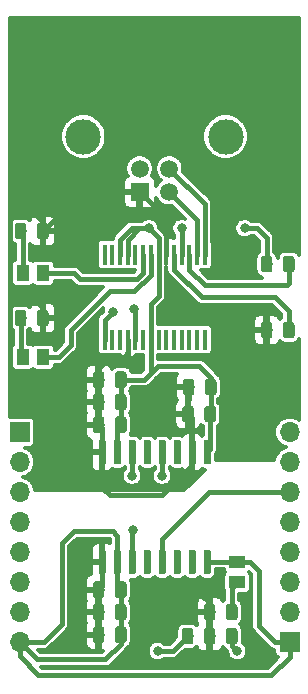
<source format=gbr>
G04 #@! TF.GenerationSoftware,KiCad,Pcbnew,(5.1.2)-2*
G04 #@! TF.CreationDate,2019-10-15T13:17:40+02:00*
G04 #@! TF.ProjectId,USB_UART_Iolated,5553425f-5541-4525-945f-496f6c617465,rev?*
G04 #@! TF.SameCoordinates,Original*
G04 #@! TF.FileFunction,Copper,L1,Top*
G04 #@! TF.FilePolarity,Positive*
%FSLAX46Y46*%
G04 Gerber Fmt 4.6, Leading zero omitted, Abs format (unit mm)*
G04 Created by KiCad (PCBNEW (5.1.2)-2) date 2019-10-15 13:17:40*
%MOMM*%
%LPD*%
G04 APERTURE LIST*
%ADD10C,0.100000*%
%ADD11C,0.600000*%
%ADD12C,0.975000*%
%ADD13R,1.700000X1.700000*%
%ADD14O,1.700000X1.700000*%
%ADD15C,1.500000*%
%ADD16C,3.000000*%
%ADD17R,1.500000X1.500000*%
%ADD18R,1.100000X1.400000*%
%ADD19R,0.450000X1.750000*%
%ADD20R,1.400000X1.100000*%
%ADD21C,0.800000*%
%ADD22C,0.381000*%
%ADD23C,0.304800*%
G04 APERTURE END LIST*
D10*
G36*
X144309703Y-115385722D02*
G01*
X144324264Y-115387882D01*
X144338543Y-115391459D01*
X144352403Y-115396418D01*
X144365710Y-115402712D01*
X144378336Y-115410280D01*
X144390159Y-115419048D01*
X144401066Y-115428934D01*
X144410952Y-115439841D01*
X144419720Y-115451664D01*
X144427288Y-115464290D01*
X144433582Y-115477597D01*
X144438541Y-115491457D01*
X144442118Y-115505736D01*
X144444278Y-115520297D01*
X144445000Y-115535000D01*
X144445000Y-117285000D01*
X144444278Y-117299703D01*
X144442118Y-117314264D01*
X144438541Y-117328543D01*
X144433582Y-117342403D01*
X144427288Y-117355710D01*
X144419720Y-117368336D01*
X144410952Y-117380159D01*
X144401066Y-117391066D01*
X144390159Y-117400952D01*
X144378336Y-117409720D01*
X144365710Y-117417288D01*
X144352403Y-117423582D01*
X144338543Y-117428541D01*
X144324264Y-117432118D01*
X144309703Y-117434278D01*
X144295000Y-117435000D01*
X143995000Y-117435000D01*
X143980297Y-117434278D01*
X143965736Y-117432118D01*
X143951457Y-117428541D01*
X143937597Y-117423582D01*
X143924290Y-117417288D01*
X143911664Y-117409720D01*
X143899841Y-117400952D01*
X143888934Y-117391066D01*
X143879048Y-117380159D01*
X143870280Y-117368336D01*
X143862712Y-117355710D01*
X143856418Y-117342403D01*
X143851459Y-117328543D01*
X143847882Y-117314264D01*
X143845722Y-117299703D01*
X143845000Y-117285000D01*
X143845000Y-115535000D01*
X143845722Y-115520297D01*
X143847882Y-115505736D01*
X143851459Y-115491457D01*
X143856418Y-115477597D01*
X143862712Y-115464290D01*
X143870280Y-115451664D01*
X143879048Y-115439841D01*
X143888934Y-115428934D01*
X143899841Y-115419048D01*
X143911664Y-115410280D01*
X143924290Y-115402712D01*
X143937597Y-115396418D01*
X143951457Y-115391459D01*
X143965736Y-115387882D01*
X143980297Y-115385722D01*
X143995000Y-115385000D01*
X144295000Y-115385000D01*
X144309703Y-115385722D01*
X144309703Y-115385722D01*
G37*
D11*
X144145000Y-116410000D03*
D10*
G36*
X143039703Y-115385722D02*
G01*
X143054264Y-115387882D01*
X143068543Y-115391459D01*
X143082403Y-115396418D01*
X143095710Y-115402712D01*
X143108336Y-115410280D01*
X143120159Y-115419048D01*
X143131066Y-115428934D01*
X143140952Y-115439841D01*
X143149720Y-115451664D01*
X143157288Y-115464290D01*
X143163582Y-115477597D01*
X143168541Y-115491457D01*
X143172118Y-115505736D01*
X143174278Y-115520297D01*
X143175000Y-115535000D01*
X143175000Y-117285000D01*
X143174278Y-117299703D01*
X143172118Y-117314264D01*
X143168541Y-117328543D01*
X143163582Y-117342403D01*
X143157288Y-117355710D01*
X143149720Y-117368336D01*
X143140952Y-117380159D01*
X143131066Y-117391066D01*
X143120159Y-117400952D01*
X143108336Y-117409720D01*
X143095710Y-117417288D01*
X143082403Y-117423582D01*
X143068543Y-117428541D01*
X143054264Y-117432118D01*
X143039703Y-117434278D01*
X143025000Y-117435000D01*
X142725000Y-117435000D01*
X142710297Y-117434278D01*
X142695736Y-117432118D01*
X142681457Y-117428541D01*
X142667597Y-117423582D01*
X142654290Y-117417288D01*
X142641664Y-117409720D01*
X142629841Y-117400952D01*
X142618934Y-117391066D01*
X142609048Y-117380159D01*
X142600280Y-117368336D01*
X142592712Y-117355710D01*
X142586418Y-117342403D01*
X142581459Y-117328543D01*
X142577882Y-117314264D01*
X142575722Y-117299703D01*
X142575000Y-117285000D01*
X142575000Y-115535000D01*
X142575722Y-115520297D01*
X142577882Y-115505736D01*
X142581459Y-115491457D01*
X142586418Y-115477597D01*
X142592712Y-115464290D01*
X142600280Y-115451664D01*
X142609048Y-115439841D01*
X142618934Y-115428934D01*
X142629841Y-115419048D01*
X142641664Y-115410280D01*
X142654290Y-115402712D01*
X142667597Y-115396418D01*
X142681457Y-115391459D01*
X142695736Y-115387882D01*
X142710297Y-115385722D01*
X142725000Y-115385000D01*
X143025000Y-115385000D01*
X143039703Y-115385722D01*
X143039703Y-115385722D01*
G37*
D11*
X142875000Y-116410000D03*
D10*
G36*
X136689703Y-115385722D02*
G01*
X136704264Y-115387882D01*
X136718543Y-115391459D01*
X136732403Y-115396418D01*
X136745710Y-115402712D01*
X136758336Y-115410280D01*
X136770159Y-115419048D01*
X136781066Y-115428934D01*
X136790952Y-115439841D01*
X136799720Y-115451664D01*
X136807288Y-115464290D01*
X136813582Y-115477597D01*
X136818541Y-115491457D01*
X136822118Y-115505736D01*
X136824278Y-115520297D01*
X136825000Y-115535000D01*
X136825000Y-117285000D01*
X136824278Y-117299703D01*
X136822118Y-117314264D01*
X136818541Y-117328543D01*
X136813582Y-117342403D01*
X136807288Y-117355710D01*
X136799720Y-117368336D01*
X136790952Y-117380159D01*
X136781066Y-117391066D01*
X136770159Y-117400952D01*
X136758336Y-117409720D01*
X136745710Y-117417288D01*
X136732403Y-117423582D01*
X136718543Y-117428541D01*
X136704264Y-117432118D01*
X136689703Y-117434278D01*
X136675000Y-117435000D01*
X136375000Y-117435000D01*
X136360297Y-117434278D01*
X136345736Y-117432118D01*
X136331457Y-117428541D01*
X136317597Y-117423582D01*
X136304290Y-117417288D01*
X136291664Y-117409720D01*
X136279841Y-117400952D01*
X136268934Y-117391066D01*
X136259048Y-117380159D01*
X136250280Y-117368336D01*
X136242712Y-117355710D01*
X136236418Y-117342403D01*
X136231459Y-117328543D01*
X136227882Y-117314264D01*
X136225722Y-117299703D01*
X136225000Y-117285000D01*
X136225000Y-115535000D01*
X136225722Y-115520297D01*
X136227882Y-115505736D01*
X136231459Y-115491457D01*
X136236418Y-115477597D01*
X136242712Y-115464290D01*
X136250280Y-115451664D01*
X136259048Y-115439841D01*
X136268934Y-115428934D01*
X136279841Y-115419048D01*
X136291664Y-115410280D01*
X136304290Y-115402712D01*
X136317597Y-115396418D01*
X136331457Y-115391459D01*
X136345736Y-115387882D01*
X136360297Y-115385722D01*
X136375000Y-115385000D01*
X136675000Y-115385000D01*
X136689703Y-115385722D01*
X136689703Y-115385722D01*
G37*
D11*
X136525000Y-116410000D03*
D10*
G36*
X139229703Y-106085722D02*
G01*
X139244264Y-106087882D01*
X139258543Y-106091459D01*
X139272403Y-106096418D01*
X139285710Y-106102712D01*
X139298336Y-106110280D01*
X139310159Y-106119048D01*
X139321066Y-106128934D01*
X139330952Y-106139841D01*
X139339720Y-106151664D01*
X139347288Y-106164290D01*
X139353582Y-106177597D01*
X139358541Y-106191457D01*
X139362118Y-106205736D01*
X139364278Y-106220297D01*
X139365000Y-106235000D01*
X139365000Y-107985000D01*
X139364278Y-107999703D01*
X139362118Y-108014264D01*
X139358541Y-108028543D01*
X139353582Y-108042403D01*
X139347288Y-108055710D01*
X139339720Y-108068336D01*
X139330952Y-108080159D01*
X139321066Y-108091066D01*
X139310159Y-108100952D01*
X139298336Y-108109720D01*
X139285710Y-108117288D01*
X139272403Y-108123582D01*
X139258543Y-108128541D01*
X139244264Y-108132118D01*
X139229703Y-108134278D01*
X139215000Y-108135000D01*
X138915000Y-108135000D01*
X138900297Y-108134278D01*
X138885736Y-108132118D01*
X138871457Y-108128541D01*
X138857597Y-108123582D01*
X138844290Y-108117288D01*
X138831664Y-108109720D01*
X138819841Y-108100952D01*
X138808934Y-108091066D01*
X138799048Y-108080159D01*
X138790280Y-108068336D01*
X138782712Y-108055710D01*
X138776418Y-108042403D01*
X138771459Y-108028543D01*
X138767882Y-108014264D01*
X138765722Y-107999703D01*
X138765000Y-107985000D01*
X138765000Y-106235000D01*
X138765722Y-106220297D01*
X138767882Y-106205736D01*
X138771459Y-106191457D01*
X138776418Y-106177597D01*
X138782712Y-106164290D01*
X138790280Y-106151664D01*
X138799048Y-106139841D01*
X138808934Y-106128934D01*
X138819841Y-106119048D01*
X138831664Y-106110280D01*
X138844290Y-106102712D01*
X138857597Y-106096418D01*
X138871457Y-106091459D01*
X138885736Y-106087882D01*
X138900297Y-106085722D01*
X138915000Y-106085000D01*
X139215000Y-106085000D01*
X139229703Y-106085722D01*
X139229703Y-106085722D01*
G37*
D11*
X139065000Y-107110000D03*
D10*
G36*
X135419703Y-106085722D02*
G01*
X135434264Y-106087882D01*
X135448543Y-106091459D01*
X135462403Y-106096418D01*
X135475710Y-106102712D01*
X135488336Y-106110280D01*
X135500159Y-106119048D01*
X135511066Y-106128934D01*
X135520952Y-106139841D01*
X135529720Y-106151664D01*
X135537288Y-106164290D01*
X135543582Y-106177597D01*
X135548541Y-106191457D01*
X135552118Y-106205736D01*
X135554278Y-106220297D01*
X135555000Y-106235000D01*
X135555000Y-107985000D01*
X135554278Y-107999703D01*
X135552118Y-108014264D01*
X135548541Y-108028543D01*
X135543582Y-108042403D01*
X135537288Y-108055710D01*
X135529720Y-108068336D01*
X135520952Y-108080159D01*
X135511066Y-108091066D01*
X135500159Y-108100952D01*
X135488336Y-108109720D01*
X135475710Y-108117288D01*
X135462403Y-108123582D01*
X135448543Y-108128541D01*
X135434264Y-108132118D01*
X135419703Y-108134278D01*
X135405000Y-108135000D01*
X135105000Y-108135000D01*
X135090297Y-108134278D01*
X135075736Y-108132118D01*
X135061457Y-108128541D01*
X135047597Y-108123582D01*
X135034290Y-108117288D01*
X135021664Y-108109720D01*
X135009841Y-108100952D01*
X134998934Y-108091066D01*
X134989048Y-108080159D01*
X134980280Y-108068336D01*
X134972712Y-108055710D01*
X134966418Y-108042403D01*
X134961459Y-108028543D01*
X134957882Y-108014264D01*
X134955722Y-107999703D01*
X134955000Y-107985000D01*
X134955000Y-106235000D01*
X134955722Y-106220297D01*
X134957882Y-106205736D01*
X134961459Y-106191457D01*
X134966418Y-106177597D01*
X134972712Y-106164290D01*
X134980280Y-106151664D01*
X134989048Y-106139841D01*
X134998934Y-106128934D01*
X135009841Y-106119048D01*
X135021664Y-106110280D01*
X135034290Y-106102712D01*
X135047597Y-106096418D01*
X135061457Y-106091459D01*
X135075736Y-106087882D01*
X135090297Y-106085722D01*
X135105000Y-106085000D01*
X135405000Y-106085000D01*
X135419703Y-106085722D01*
X135419703Y-106085722D01*
G37*
D11*
X135255000Y-107110000D03*
D10*
G36*
X139229703Y-115385722D02*
G01*
X139244264Y-115387882D01*
X139258543Y-115391459D01*
X139272403Y-115396418D01*
X139285710Y-115402712D01*
X139298336Y-115410280D01*
X139310159Y-115419048D01*
X139321066Y-115428934D01*
X139330952Y-115439841D01*
X139339720Y-115451664D01*
X139347288Y-115464290D01*
X139353582Y-115477597D01*
X139358541Y-115491457D01*
X139362118Y-115505736D01*
X139364278Y-115520297D01*
X139365000Y-115535000D01*
X139365000Y-117285000D01*
X139364278Y-117299703D01*
X139362118Y-117314264D01*
X139358541Y-117328543D01*
X139353582Y-117342403D01*
X139347288Y-117355710D01*
X139339720Y-117368336D01*
X139330952Y-117380159D01*
X139321066Y-117391066D01*
X139310159Y-117400952D01*
X139298336Y-117409720D01*
X139285710Y-117417288D01*
X139272403Y-117423582D01*
X139258543Y-117428541D01*
X139244264Y-117432118D01*
X139229703Y-117434278D01*
X139215000Y-117435000D01*
X138915000Y-117435000D01*
X138900297Y-117434278D01*
X138885736Y-117432118D01*
X138871457Y-117428541D01*
X138857597Y-117423582D01*
X138844290Y-117417288D01*
X138831664Y-117409720D01*
X138819841Y-117400952D01*
X138808934Y-117391066D01*
X138799048Y-117380159D01*
X138790280Y-117368336D01*
X138782712Y-117355710D01*
X138776418Y-117342403D01*
X138771459Y-117328543D01*
X138767882Y-117314264D01*
X138765722Y-117299703D01*
X138765000Y-117285000D01*
X138765000Y-115535000D01*
X138765722Y-115520297D01*
X138767882Y-115505736D01*
X138771459Y-115491457D01*
X138776418Y-115477597D01*
X138782712Y-115464290D01*
X138790280Y-115451664D01*
X138799048Y-115439841D01*
X138808934Y-115428934D01*
X138819841Y-115419048D01*
X138831664Y-115410280D01*
X138844290Y-115402712D01*
X138857597Y-115396418D01*
X138871457Y-115391459D01*
X138885736Y-115387882D01*
X138900297Y-115385722D01*
X138915000Y-115385000D01*
X139215000Y-115385000D01*
X139229703Y-115385722D01*
X139229703Y-115385722D01*
G37*
D11*
X139065000Y-116410000D03*
D10*
G36*
X144309703Y-106085722D02*
G01*
X144324264Y-106087882D01*
X144338543Y-106091459D01*
X144352403Y-106096418D01*
X144365710Y-106102712D01*
X144378336Y-106110280D01*
X144390159Y-106119048D01*
X144401066Y-106128934D01*
X144410952Y-106139841D01*
X144419720Y-106151664D01*
X144427288Y-106164290D01*
X144433582Y-106177597D01*
X144438541Y-106191457D01*
X144442118Y-106205736D01*
X144444278Y-106220297D01*
X144445000Y-106235000D01*
X144445000Y-107985000D01*
X144444278Y-107999703D01*
X144442118Y-108014264D01*
X144438541Y-108028543D01*
X144433582Y-108042403D01*
X144427288Y-108055710D01*
X144419720Y-108068336D01*
X144410952Y-108080159D01*
X144401066Y-108091066D01*
X144390159Y-108100952D01*
X144378336Y-108109720D01*
X144365710Y-108117288D01*
X144352403Y-108123582D01*
X144338543Y-108128541D01*
X144324264Y-108132118D01*
X144309703Y-108134278D01*
X144295000Y-108135000D01*
X143995000Y-108135000D01*
X143980297Y-108134278D01*
X143965736Y-108132118D01*
X143951457Y-108128541D01*
X143937597Y-108123582D01*
X143924290Y-108117288D01*
X143911664Y-108109720D01*
X143899841Y-108100952D01*
X143888934Y-108091066D01*
X143879048Y-108080159D01*
X143870280Y-108068336D01*
X143862712Y-108055710D01*
X143856418Y-108042403D01*
X143851459Y-108028543D01*
X143847882Y-108014264D01*
X143845722Y-107999703D01*
X143845000Y-107985000D01*
X143845000Y-106235000D01*
X143845722Y-106220297D01*
X143847882Y-106205736D01*
X143851459Y-106191457D01*
X143856418Y-106177597D01*
X143862712Y-106164290D01*
X143870280Y-106151664D01*
X143879048Y-106139841D01*
X143888934Y-106128934D01*
X143899841Y-106119048D01*
X143911664Y-106110280D01*
X143924290Y-106102712D01*
X143937597Y-106096418D01*
X143951457Y-106091459D01*
X143965736Y-106087882D01*
X143980297Y-106085722D01*
X143995000Y-106085000D01*
X144295000Y-106085000D01*
X144309703Y-106085722D01*
X144309703Y-106085722D01*
G37*
D11*
X144145000Y-107110000D03*
D10*
G36*
X137959703Y-106085722D02*
G01*
X137974264Y-106087882D01*
X137988543Y-106091459D01*
X138002403Y-106096418D01*
X138015710Y-106102712D01*
X138028336Y-106110280D01*
X138040159Y-106119048D01*
X138051066Y-106128934D01*
X138060952Y-106139841D01*
X138069720Y-106151664D01*
X138077288Y-106164290D01*
X138083582Y-106177597D01*
X138088541Y-106191457D01*
X138092118Y-106205736D01*
X138094278Y-106220297D01*
X138095000Y-106235000D01*
X138095000Y-107985000D01*
X138094278Y-107999703D01*
X138092118Y-108014264D01*
X138088541Y-108028543D01*
X138083582Y-108042403D01*
X138077288Y-108055710D01*
X138069720Y-108068336D01*
X138060952Y-108080159D01*
X138051066Y-108091066D01*
X138040159Y-108100952D01*
X138028336Y-108109720D01*
X138015710Y-108117288D01*
X138002403Y-108123582D01*
X137988543Y-108128541D01*
X137974264Y-108132118D01*
X137959703Y-108134278D01*
X137945000Y-108135000D01*
X137645000Y-108135000D01*
X137630297Y-108134278D01*
X137615736Y-108132118D01*
X137601457Y-108128541D01*
X137587597Y-108123582D01*
X137574290Y-108117288D01*
X137561664Y-108109720D01*
X137549841Y-108100952D01*
X137538934Y-108091066D01*
X137529048Y-108080159D01*
X137520280Y-108068336D01*
X137512712Y-108055710D01*
X137506418Y-108042403D01*
X137501459Y-108028543D01*
X137497882Y-108014264D01*
X137495722Y-107999703D01*
X137495000Y-107985000D01*
X137495000Y-106235000D01*
X137495722Y-106220297D01*
X137497882Y-106205736D01*
X137501459Y-106191457D01*
X137506418Y-106177597D01*
X137512712Y-106164290D01*
X137520280Y-106151664D01*
X137529048Y-106139841D01*
X137538934Y-106128934D01*
X137549841Y-106119048D01*
X137561664Y-106110280D01*
X137574290Y-106102712D01*
X137587597Y-106096418D01*
X137601457Y-106091459D01*
X137615736Y-106087882D01*
X137630297Y-106085722D01*
X137645000Y-106085000D01*
X137945000Y-106085000D01*
X137959703Y-106085722D01*
X137959703Y-106085722D01*
G37*
D11*
X137795000Y-107110000D03*
D10*
G36*
X137959703Y-115385722D02*
G01*
X137974264Y-115387882D01*
X137988543Y-115391459D01*
X138002403Y-115396418D01*
X138015710Y-115402712D01*
X138028336Y-115410280D01*
X138040159Y-115419048D01*
X138051066Y-115428934D01*
X138060952Y-115439841D01*
X138069720Y-115451664D01*
X138077288Y-115464290D01*
X138083582Y-115477597D01*
X138088541Y-115491457D01*
X138092118Y-115505736D01*
X138094278Y-115520297D01*
X138095000Y-115535000D01*
X138095000Y-117285000D01*
X138094278Y-117299703D01*
X138092118Y-117314264D01*
X138088541Y-117328543D01*
X138083582Y-117342403D01*
X138077288Y-117355710D01*
X138069720Y-117368336D01*
X138060952Y-117380159D01*
X138051066Y-117391066D01*
X138040159Y-117400952D01*
X138028336Y-117409720D01*
X138015710Y-117417288D01*
X138002403Y-117423582D01*
X137988543Y-117428541D01*
X137974264Y-117432118D01*
X137959703Y-117434278D01*
X137945000Y-117435000D01*
X137645000Y-117435000D01*
X137630297Y-117434278D01*
X137615736Y-117432118D01*
X137601457Y-117428541D01*
X137587597Y-117423582D01*
X137574290Y-117417288D01*
X137561664Y-117409720D01*
X137549841Y-117400952D01*
X137538934Y-117391066D01*
X137529048Y-117380159D01*
X137520280Y-117368336D01*
X137512712Y-117355710D01*
X137506418Y-117342403D01*
X137501459Y-117328543D01*
X137497882Y-117314264D01*
X137495722Y-117299703D01*
X137495000Y-117285000D01*
X137495000Y-115535000D01*
X137495722Y-115520297D01*
X137497882Y-115505736D01*
X137501459Y-115491457D01*
X137506418Y-115477597D01*
X137512712Y-115464290D01*
X137520280Y-115451664D01*
X137529048Y-115439841D01*
X137538934Y-115428934D01*
X137549841Y-115419048D01*
X137561664Y-115410280D01*
X137574290Y-115402712D01*
X137587597Y-115396418D01*
X137601457Y-115391459D01*
X137615736Y-115387882D01*
X137630297Y-115385722D01*
X137645000Y-115385000D01*
X137945000Y-115385000D01*
X137959703Y-115385722D01*
X137959703Y-115385722D01*
G37*
D11*
X137795000Y-116410000D03*
D10*
G36*
X140499703Y-106085722D02*
G01*
X140514264Y-106087882D01*
X140528543Y-106091459D01*
X140542403Y-106096418D01*
X140555710Y-106102712D01*
X140568336Y-106110280D01*
X140580159Y-106119048D01*
X140591066Y-106128934D01*
X140600952Y-106139841D01*
X140609720Y-106151664D01*
X140617288Y-106164290D01*
X140623582Y-106177597D01*
X140628541Y-106191457D01*
X140632118Y-106205736D01*
X140634278Y-106220297D01*
X140635000Y-106235000D01*
X140635000Y-107985000D01*
X140634278Y-107999703D01*
X140632118Y-108014264D01*
X140628541Y-108028543D01*
X140623582Y-108042403D01*
X140617288Y-108055710D01*
X140609720Y-108068336D01*
X140600952Y-108080159D01*
X140591066Y-108091066D01*
X140580159Y-108100952D01*
X140568336Y-108109720D01*
X140555710Y-108117288D01*
X140542403Y-108123582D01*
X140528543Y-108128541D01*
X140514264Y-108132118D01*
X140499703Y-108134278D01*
X140485000Y-108135000D01*
X140185000Y-108135000D01*
X140170297Y-108134278D01*
X140155736Y-108132118D01*
X140141457Y-108128541D01*
X140127597Y-108123582D01*
X140114290Y-108117288D01*
X140101664Y-108109720D01*
X140089841Y-108100952D01*
X140078934Y-108091066D01*
X140069048Y-108080159D01*
X140060280Y-108068336D01*
X140052712Y-108055710D01*
X140046418Y-108042403D01*
X140041459Y-108028543D01*
X140037882Y-108014264D01*
X140035722Y-107999703D01*
X140035000Y-107985000D01*
X140035000Y-106235000D01*
X140035722Y-106220297D01*
X140037882Y-106205736D01*
X140041459Y-106191457D01*
X140046418Y-106177597D01*
X140052712Y-106164290D01*
X140060280Y-106151664D01*
X140069048Y-106139841D01*
X140078934Y-106128934D01*
X140089841Y-106119048D01*
X140101664Y-106110280D01*
X140114290Y-106102712D01*
X140127597Y-106096418D01*
X140141457Y-106091459D01*
X140155736Y-106087882D01*
X140170297Y-106085722D01*
X140185000Y-106085000D01*
X140485000Y-106085000D01*
X140499703Y-106085722D01*
X140499703Y-106085722D01*
G37*
D11*
X140335000Y-107110000D03*
D10*
G36*
X141769703Y-115385722D02*
G01*
X141784264Y-115387882D01*
X141798543Y-115391459D01*
X141812403Y-115396418D01*
X141825710Y-115402712D01*
X141838336Y-115410280D01*
X141850159Y-115419048D01*
X141861066Y-115428934D01*
X141870952Y-115439841D01*
X141879720Y-115451664D01*
X141887288Y-115464290D01*
X141893582Y-115477597D01*
X141898541Y-115491457D01*
X141902118Y-115505736D01*
X141904278Y-115520297D01*
X141905000Y-115535000D01*
X141905000Y-117285000D01*
X141904278Y-117299703D01*
X141902118Y-117314264D01*
X141898541Y-117328543D01*
X141893582Y-117342403D01*
X141887288Y-117355710D01*
X141879720Y-117368336D01*
X141870952Y-117380159D01*
X141861066Y-117391066D01*
X141850159Y-117400952D01*
X141838336Y-117409720D01*
X141825710Y-117417288D01*
X141812403Y-117423582D01*
X141798543Y-117428541D01*
X141784264Y-117432118D01*
X141769703Y-117434278D01*
X141755000Y-117435000D01*
X141455000Y-117435000D01*
X141440297Y-117434278D01*
X141425736Y-117432118D01*
X141411457Y-117428541D01*
X141397597Y-117423582D01*
X141384290Y-117417288D01*
X141371664Y-117409720D01*
X141359841Y-117400952D01*
X141348934Y-117391066D01*
X141339048Y-117380159D01*
X141330280Y-117368336D01*
X141322712Y-117355710D01*
X141316418Y-117342403D01*
X141311459Y-117328543D01*
X141307882Y-117314264D01*
X141305722Y-117299703D01*
X141305000Y-117285000D01*
X141305000Y-115535000D01*
X141305722Y-115520297D01*
X141307882Y-115505736D01*
X141311459Y-115491457D01*
X141316418Y-115477597D01*
X141322712Y-115464290D01*
X141330280Y-115451664D01*
X141339048Y-115439841D01*
X141348934Y-115428934D01*
X141359841Y-115419048D01*
X141371664Y-115410280D01*
X141384290Y-115402712D01*
X141397597Y-115396418D01*
X141411457Y-115391459D01*
X141425736Y-115387882D01*
X141440297Y-115385722D01*
X141455000Y-115385000D01*
X141755000Y-115385000D01*
X141769703Y-115385722D01*
X141769703Y-115385722D01*
G37*
D11*
X141605000Y-116410000D03*
D10*
G36*
X140499703Y-115385722D02*
G01*
X140514264Y-115387882D01*
X140528543Y-115391459D01*
X140542403Y-115396418D01*
X140555710Y-115402712D01*
X140568336Y-115410280D01*
X140580159Y-115419048D01*
X140591066Y-115428934D01*
X140600952Y-115439841D01*
X140609720Y-115451664D01*
X140617288Y-115464290D01*
X140623582Y-115477597D01*
X140628541Y-115491457D01*
X140632118Y-115505736D01*
X140634278Y-115520297D01*
X140635000Y-115535000D01*
X140635000Y-117285000D01*
X140634278Y-117299703D01*
X140632118Y-117314264D01*
X140628541Y-117328543D01*
X140623582Y-117342403D01*
X140617288Y-117355710D01*
X140609720Y-117368336D01*
X140600952Y-117380159D01*
X140591066Y-117391066D01*
X140580159Y-117400952D01*
X140568336Y-117409720D01*
X140555710Y-117417288D01*
X140542403Y-117423582D01*
X140528543Y-117428541D01*
X140514264Y-117432118D01*
X140499703Y-117434278D01*
X140485000Y-117435000D01*
X140185000Y-117435000D01*
X140170297Y-117434278D01*
X140155736Y-117432118D01*
X140141457Y-117428541D01*
X140127597Y-117423582D01*
X140114290Y-117417288D01*
X140101664Y-117409720D01*
X140089841Y-117400952D01*
X140078934Y-117391066D01*
X140069048Y-117380159D01*
X140060280Y-117368336D01*
X140052712Y-117355710D01*
X140046418Y-117342403D01*
X140041459Y-117328543D01*
X140037882Y-117314264D01*
X140035722Y-117299703D01*
X140035000Y-117285000D01*
X140035000Y-115535000D01*
X140035722Y-115520297D01*
X140037882Y-115505736D01*
X140041459Y-115491457D01*
X140046418Y-115477597D01*
X140052712Y-115464290D01*
X140060280Y-115451664D01*
X140069048Y-115439841D01*
X140078934Y-115428934D01*
X140089841Y-115419048D01*
X140101664Y-115410280D01*
X140114290Y-115402712D01*
X140127597Y-115396418D01*
X140141457Y-115391459D01*
X140155736Y-115387882D01*
X140170297Y-115385722D01*
X140185000Y-115385000D01*
X140485000Y-115385000D01*
X140499703Y-115385722D01*
X140499703Y-115385722D01*
G37*
D11*
X140335000Y-116410000D03*
D10*
G36*
X143039703Y-106085722D02*
G01*
X143054264Y-106087882D01*
X143068543Y-106091459D01*
X143082403Y-106096418D01*
X143095710Y-106102712D01*
X143108336Y-106110280D01*
X143120159Y-106119048D01*
X143131066Y-106128934D01*
X143140952Y-106139841D01*
X143149720Y-106151664D01*
X143157288Y-106164290D01*
X143163582Y-106177597D01*
X143168541Y-106191457D01*
X143172118Y-106205736D01*
X143174278Y-106220297D01*
X143175000Y-106235000D01*
X143175000Y-107985000D01*
X143174278Y-107999703D01*
X143172118Y-108014264D01*
X143168541Y-108028543D01*
X143163582Y-108042403D01*
X143157288Y-108055710D01*
X143149720Y-108068336D01*
X143140952Y-108080159D01*
X143131066Y-108091066D01*
X143120159Y-108100952D01*
X143108336Y-108109720D01*
X143095710Y-108117288D01*
X143082403Y-108123582D01*
X143068543Y-108128541D01*
X143054264Y-108132118D01*
X143039703Y-108134278D01*
X143025000Y-108135000D01*
X142725000Y-108135000D01*
X142710297Y-108134278D01*
X142695736Y-108132118D01*
X142681457Y-108128541D01*
X142667597Y-108123582D01*
X142654290Y-108117288D01*
X142641664Y-108109720D01*
X142629841Y-108100952D01*
X142618934Y-108091066D01*
X142609048Y-108080159D01*
X142600280Y-108068336D01*
X142592712Y-108055710D01*
X142586418Y-108042403D01*
X142581459Y-108028543D01*
X142577882Y-108014264D01*
X142575722Y-107999703D01*
X142575000Y-107985000D01*
X142575000Y-106235000D01*
X142575722Y-106220297D01*
X142577882Y-106205736D01*
X142581459Y-106191457D01*
X142586418Y-106177597D01*
X142592712Y-106164290D01*
X142600280Y-106151664D01*
X142609048Y-106139841D01*
X142618934Y-106128934D01*
X142629841Y-106119048D01*
X142641664Y-106110280D01*
X142654290Y-106102712D01*
X142667597Y-106096418D01*
X142681457Y-106091459D01*
X142695736Y-106087882D01*
X142710297Y-106085722D01*
X142725000Y-106085000D01*
X143025000Y-106085000D01*
X143039703Y-106085722D01*
X143039703Y-106085722D01*
G37*
D11*
X142875000Y-107110000D03*
D10*
G36*
X135419703Y-115385722D02*
G01*
X135434264Y-115387882D01*
X135448543Y-115391459D01*
X135462403Y-115396418D01*
X135475710Y-115402712D01*
X135488336Y-115410280D01*
X135500159Y-115419048D01*
X135511066Y-115428934D01*
X135520952Y-115439841D01*
X135529720Y-115451664D01*
X135537288Y-115464290D01*
X135543582Y-115477597D01*
X135548541Y-115491457D01*
X135552118Y-115505736D01*
X135554278Y-115520297D01*
X135555000Y-115535000D01*
X135555000Y-117285000D01*
X135554278Y-117299703D01*
X135552118Y-117314264D01*
X135548541Y-117328543D01*
X135543582Y-117342403D01*
X135537288Y-117355710D01*
X135529720Y-117368336D01*
X135520952Y-117380159D01*
X135511066Y-117391066D01*
X135500159Y-117400952D01*
X135488336Y-117409720D01*
X135475710Y-117417288D01*
X135462403Y-117423582D01*
X135448543Y-117428541D01*
X135434264Y-117432118D01*
X135419703Y-117434278D01*
X135405000Y-117435000D01*
X135105000Y-117435000D01*
X135090297Y-117434278D01*
X135075736Y-117432118D01*
X135061457Y-117428541D01*
X135047597Y-117423582D01*
X135034290Y-117417288D01*
X135021664Y-117409720D01*
X135009841Y-117400952D01*
X134998934Y-117391066D01*
X134989048Y-117380159D01*
X134980280Y-117368336D01*
X134972712Y-117355710D01*
X134966418Y-117342403D01*
X134961459Y-117328543D01*
X134957882Y-117314264D01*
X134955722Y-117299703D01*
X134955000Y-117285000D01*
X134955000Y-115535000D01*
X134955722Y-115520297D01*
X134957882Y-115505736D01*
X134961459Y-115491457D01*
X134966418Y-115477597D01*
X134972712Y-115464290D01*
X134980280Y-115451664D01*
X134989048Y-115439841D01*
X134998934Y-115428934D01*
X135009841Y-115419048D01*
X135021664Y-115410280D01*
X135034290Y-115402712D01*
X135047597Y-115396418D01*
X135061457Y-115391459D01*
X135075736Y-115387882D01*
X135090297Y-115385722D01*
X135105000Y-115385000D01*
X135405000Y-115385000D01*
X135419703Y-115385722D01*
X135419703Y-115385722D01*
G37*
D11*
X135255000Y-116410000D03*
D10*
G36*
X136689703Y-106085722D02*
G01*
X136704264Y-106087882D01*
X136718543Y-106091459D01*
X136732403Y-106096418D01*
X136745710Y-106102712D01*
X136758336Y-106110280D01*
X136770159Y-106119048D01*
X136781066Y-106128934D01*
X136790952Y-106139841D01*
X136799720Y-106151664D01*
X136807288Y-106164290D01*
X136813582Y-106177597D01*
X136818541Y-106191457D01*
X136822118Y-106205736D01*
X136824278Y-106220297D01*
X136825000Y-106235000D01*
X136825000Y-107985000D01*
X136824278Y-107999703D01*
X136822118Y-108014264D01*
X136818541Y-108028543D01*
X136813582Y-108042403D01*
X136807288Y-108055710D01*
X136799720Y-108068336D01*
X136790952Y-108080159D01*
X136781066Y-108091066D01*
X136770159Y-108100952D01*
X136758336Y-108109720D01*
X136745710Y-108117288D01*
X136732403Y-108123582D01*
X136718543Y-108128541D01*
X136704264Y-108132118D01*
X136689703Y-108134278D01*
X136675000Y-108135000D01*
X136375000Y-108135000D01*
X136360297Y-108134278D01*
X136345736Y-108132118D01*
X136331457Y-108128541D01*
X136317597Y-108123582D01*
X136304290Y-108117288D01*
X136291664Y-108109720D01*
X136279841Y-108100952D01*
X136268934Y-108091066D01*
X136259048Y-108080159D01*
X136250280Y-108068336D01*
X136242712Y-108055710D01*
X136236418Y-108042403D01*
X136231459Y-108028543D01*
X136227882Y-108014264D01*
X136225722Y-107999703D01*
X136225000Y-107985000D01*
X136225000Y-106235000D01*
X136225722Y-106220297D01*
X136227882Y-106205736D01*
X136231459Y-106191457D01*
X136236418Y-106177597D01*
X136242712Y-106164290D01*
X136250280Y-106151664D01*
X136259048Y-106139841D01*
X136268934Y-106128934D01*
X136279841Y-106119048D01*
X136291664Y-106110280D01*
X136304290Y-106102712D01*
X136317597Y-106096418D01*
X136331457Y-106091459D01*
X136345736Y-106087882D01*
X136360297Y-106085722D01*
X136375000Y-106085000D01*
X136675000Y-106085000D01*
X136689703Y-106085722D01*
X136689703Y-106085722D01*
G37*
D11*
X136525000Y-107110000D03*
D10*
G36*
X141769703Y-106085722D02*
G01*
X141784264Y-106087882D01*
X141798543Y-106091459D01*
X141812403Y-106096418D01*
X141825710Y-106102712D01*
X141838336Y-106110280D01*
X141850159Y-106119048D01*
X141861066Y-106128934D01*
X141870952Y-106139841D01*
X141879720Y-106151664D01*
X141887288Y-106164290D01*
X141893582Y-106177597D01*
X141898541Y-106191457D01*
X141902118Y-106205736D01*
X141904278Y-106220297D01*
X141905000Y-106235000D01*
X141905000Y-107985000D01*
X141904278Y-107999703D01*
X141902118Y-108014264D01*
X141898541Y-108028543D01*
X141893582Y-108042403D01*
X141887288Y-108055710D01*
X141879720Y-108068336D01*
X141870952Y-108080159D01*
X141861066Y-108091066D01*
X141850159Y-108100952D01*
X141838336Y-108109720D01*
X141825710Y-108117288D01*
X141812403Y-108123582D01*
X141798543Y-108128541D01*
X141784264Y-108132118D01*
X141769703Y-108134278D01*
X141755000Y-108135000D01*
X141455000Y-108135000D01*
X141440297Y-108134278D01*
X141425736Y-108132118D01*
X141411457Y-108128541D01*
X141397597Y-108123582D01*
X141384290Y-108117288D01*
X141371664Y-108109720D01*
X141359841Y-108100952D01*
X141348934Y-108091066D01*
X141339048Y-108080159D01*
X141330280Y-108068336D01*
X141322712Y-108055710D01*
X141316418Y-108042403D01*
X141311459Y-108028543D01*
X141307882Y-108014264D01*
X141305722Y-107999703D01*
X141305000Y-107985000D01*
X141305000Y-106235000D01*
X141305722Y-106220297D01*
X141307882Y-106205736D01*
X141311459Y-106191457D01*
X141316418Y-106177597D01*
X141322712Y-106164290D01*
X141330280Y-106151664D01*
X141339048Y-106139841D01*
X141348934Y-106128934D01*
X141359841Y-106119048D01*
X141371664Y-106110280D01*
X141384290Y-106102712D01*
X141397597Y-106096418D01*
X141411457Y-106091459D01*
X141425736Y-106087882D01*
X141440297Y-106085722D01*
X141455000Y-106085000D01*
X141755000Y-106085000D01*
X141769703Y-106085722D01*
X141769703Y-106085722D01*
G37*
D11*
X141605000Y-107110000D03*
D10*
G36*
X137095142Y-121856174D02*
G01*
X137118803Y-121859684D01*
X137142007Y-121865496D01*
X137164529Y-121873554D01*
X137186153Y-121883782D01*
X137206670Y-121896079D01*
X137225883Y-121910329D01*
X137243607Y-121926393D01*
X137259671Y-121944117D01*
X137273921Y-121963330D01*
X137286218Y-121983847D01*
X137296446Y-122005471D01*
X137304504Y-122027993D01*
X137310316Y-122051197D01*
X137313826Y-122074858D01*
X137315000Y-122098750D01*
X137315000Y-123011250D01*
X137313826Y-123035142D01*
X137310316Y-123058803D01*
X137304504Y-123082007D01*
X137296446Y-123104529D01*
X137286218Y-123126153D01*
X137273921Y-123146670D01*
X137259671Y-123165883D01*
X137243607Y-123183607D01*
X137225883Y-123199671D01*
X137206670Y-123213921D01*
X137186153Y-123226218D01*
X137164529Y-123236446D01*
X137142007Y-123244504D01*
X137118803Y-123250316D01*
X137095142Y-123253826D01*
X137071250Y-123255000D01*
X136583750Y-123255000D01*
X136559858Y-123253826D01*
X136536197Y-123250316D01*
X136512993Y-123244504D01*
X136490471Y-123236446D01*
X136468847Y-123226218D01*
X136448330Y-123213921D01*
X136429117Y-123199671D01*
X136411393Y-123183607D01*
X136395329Y-123165883D01*
X136381079Y-123146670D01*
X136368782Y-123126153D01*
X136358554Y-123104529D01*
X136350496Y-123082007D01*
X136344684Y-123058803D01*
X136341174Y-123035142D01*
X136340000Y-123011250D01*
X136340000Y-122098750D01*
X136341174Y-122074858D01*
X136344684Y-122051197D01*
X136350496Y-122027993D01*
X136358554Y-122005471D01*
X136368782Y-121983847D01*
X136381079Y-121963330D01*
X136395329Y-121944117D01*
X136411393Y-121926393D01*
X136429117Y-121910329D01*
X136448330Y-121896079D01*
X136468847Y-121883782D01*
X136490471Y-121873554D01*
X136512993Y-121865496D01*
X136536197Y-121859684D01*
X136559858Y-121856174D01*
X136583750Y-121855000D01*
X137071250Y-121855000D01*
X137095142Y-121856174D01*
X137095142Y-121856174D01*
G37*
D12*
X136827500Y-122555000D03*
D10*
G36*
X135220142Y-121856174D02*
G01*
X135243803Y-121859684D01*
X135267007Y-121865496D01*
X135289529Y-121873554D01*
X135311153Y-121883782D01*
X135331670Y-121896079D01*
X135350883Y-121910329D01*
X135368607Y-121926393D01*
X135384671Y-121944117D01*
X135398921Y-121963330D01*
X135411218Y-121983847D01*
X135421446Y-122005471D01*
X135429504Y-122027993D01*
X135435316Y-122051197D01*
X135438826Y-122074858D01*
X135440000Y-122098750D01*
X135440000Y-123011250D01*
X135438826Y-123035142D01*
X135435316Y-123058803D01*
X135429504Y-123082007D01*
X135421446Y-123104529D01*
X135411218Y-123126153D01*
X135398921Y-123146670D01*
X135384671Y-123165883D01*
X135368607Y-123183607D01*
X135350883Y-123199671D01*
X135331670Y-123213921D01*
X135311153Y-123226218D01*
X135289529Y-123236446D01*
X135267007Y-123244504D01*
X135243803Y-123250316D01*
X135220142Y-123253826D01*
X135196250Y-123255000D01*
X134708750Y-123255000D01*
X134684858Y-123253826D01*
X134661197Y-123250316D01*
X134637993Y-123244504D01*
X134615471Y-123236446D01*
X134593847Y-123226218D01*
X134573330Y-123213921D01*
X134554117Y-123199671D01*
X134536393Y-123183607D01*
X134520329Y-123165883D01*
X134506079Y-123146670D01*
X134493782Y-123126153D01*
X134483554Y-123104529D01*
X134475496Y-123082007D01*
X134469684Y-123058803D01*
X134466174Y-123035142D01*
X134465000Y-123011250D01*
X134465000Y-122098750D01*
X134466174Y-122074858D01*
X134469684Y-122051197D01*
X134475496Y-122027993D01*
X134483554Y-122005471D01*
X134493782Y-121983847D01*
X134506079Y-121963330D01*
X134520329Y-121944117D01*
X134536393Y-121926393D01*
X134554117Y-121910329D01*
X134573330Y-121896079D01*
X134593847Y-121883782D01*
X134615471Y-121873554D01*
X134637993Y-121865496D01*
X134661197Y-121859684D01*
X134684858Y-121856174D01*
X134708750Y-121855000D01*
X135196250Y-121855000D01*
X135220142Y-121856174D01*
X135220142Y-121856174D01*
G37*
D12*
X134952500Y-122555000D03*
D10*
G36*
X135220142Y-119951174D02*
G01*
X135243803Y-119954684D01*
X135267007Y-119960496D01*
X135289529Y-119968554D01*
X135311153Y-119978782D01*
X135331670Y-119991079D01*
X135350883Y-120005329D01*
X135368607Y-120021393D01*
X135384671Y-120039117D01*
X135398921Y-120058330D01*
X135411218Y-120078847D01*
X135421446Y-120100471D01*
X135429504Y-120122993D01*
X135435316Y-120146197D01*
X135438826Y-120169858D01*
X135440000Y-120193750D01*
X135440000Y-121106250D01*
X135438826Y-121130142D01*
X135435316Y-121153803D01*
X135429504Y-121177007D01*
X135421446Y-121199529D01*
X135411218Y-121221153D01*
X135398921Y-121241670D01*
X135384671Y-121260883D01*
X135368607Y-121278607D01*
X135350883Y-121294671D01*
X135331670Y-121308921D01*
X135311153Y-121321218D01*
X135289529Y-121331446D01*
X135267007Y-121339504D01*
X135243803Y-121345316D01*
X135220142Y-121348826D01*
X135196250Y-121350000D01*
X134708750Y-121350000D01*
X134684858Y-121348826D01*
X134661197Y-121345316D01*
X134637993Y-121339504D01*
X134615471Y-121331446D01*
X134593847Y-121321218D01*
X134573330Y-121308921D01*
X134554117Y-121294671D01*
X134536393Y-121278607D01*
X134520329Y-121260883D01*
X134506079Y-121241670D01*
X134493782Y-121221153D01*
X134483554Y-121199529D01*
X134475496Y-121177007D01*
X134469684Y-121153803D01*
X134466174Y-121130142D01*
X134465000Y-121106250D01*
X134465000Y-120193750D01*
X134466174Y-120169858D01*
X134469684Y-120146197D01*
X134475496Y-120122993D01*
X134483554Y-120100471D01*
X134493782Y-120078847D01*
X134506079Y-120058330D01*
X134520329Y-120039117D01*
X134536393Y-120021393D01*
X134554117Y-120005329D01*
X134573330Y-119991079D01*
X134593847Y-119978782D01*
X134615471Y-119968554D01*
X134637993Y-119960496D01*
X134661197Y-119954684D01*
X134684858Y-119951174D01*
X134708750Y-119950000D01*
X135196250Y-119950000D01*
X135220142Y-119951174D01*
X135220142Y-119951174D01*
G37*
D12*
X134952500Y-120650000D03*
D10*
G36*
X137095142Y-119951174D02*
G01*
X137118803Y-119954684D01*
X137142007Y-119960496D01*
X137164529Y-119968554D01*
X137186153Y-119978782D01*
X137206670Y-119991079D01*
X137225883Y-120005329D01*
X137243607Y-120021393D01*
X137259671Y-120039117D01*
X137273921Y-120058330D01*
X137286218Y-120078847D01*
X137296446Y-120100471D01*
X137304504Y-120122993D01*
X137310316Y-120146197D01*
X137313826Y-120169858D01*
X137315000Y-120193750D01*
X137315000Y-121106250D01*
X137313826Y-121130142D01*
X137310316Y-121153803D01*
X137304504Y-121177007D01*
X137296446Y-121199529D01*
X137286218Y-121221153D01*
X137273921Y-121241670D01*
X137259671Y-121260883D01*
X137243607Y-121278607D01*
X137225883Y-121294671D01*
X137206670Y-121308921D01*
X137186153Y-121321218D01*
X137164529Y-121331446D01*
X137142007Y-121339504D01*
X137118803Y-121345316D01*
X137095142Y-121348826D01*
X137071250Y-121350000D01*
X136583750Y-121350000D01*
X136559858Y-121348826D01*
X136536197Y-121345316D01*
X136512993Y-121339504D01*
X136490471Y-121331446D01*
X136468847Y-121321218D01*
X136448330Y-121308921D01*
X136429117Y-121294671D01*
X136411393Y-121278607D01*
X136395329Y-121260883D01*
X136381079Y-121241670D01*
X136368782Y-121221153D01*
X136358554Y-121199529D01*
X136350496Y-121177007D01*
X136344684Y-121153803D01*
X136341174Y-121130142D01*
X136340000Y-121106250D01*
X136340000Y-120193750D01*
X136341174Y-120169858D01*
X136344684Y-120146197D01*
X136350496Y-120122993D01*
X136358554Y-120100471D01*
X136368782Y-120078847D01*
X136381079Y-120058330D01*
X136395329Y-120039117D01*
X136411393Y-120021393D01*
X136429117Y-120005329D01*
X136448330Y-119991079D01*
X136468847Y-119978782D01*
X136490471Y-119968554D01*
X136512993Y-119960496D01*
X136536197Y-119954684D01*
X136559858Y-119951174D01*
X136583750Y-119950000D01*
X137071250Y-119950000D01*
X137095142Y-119951174D01*
X137095142Y-119951174D01*
G37*
D12*
X136827500Y-120650000D03*
D10*
G36*
X137095142Y-118046174D02*
G01*
X137118803Y-118049684D01*
X137142007Y-118055496D01*
X137164529Y-118063554D01*
X137186153Y-118073782D01*
X137206670Y-118086079D01*
X137225883Y-118100329D01*
X137243607Y-118116393D01*
X137259671Y-118134117D01*
X137273921Y-118153330D01*
X137286218Y-118173847D01*
X137296446Y-118195471D01*
X137304504Y-118217993D01*
X137310316Y-118241197D01*
X137313826Y-118264858D01*
X137315000Y-118288750D01*
X137315000Y-119201250D01*
X137313826Y-119225142D01*
X137310316Y-119248803D01*
X137304504Y-119272007D01*
X137296446Y-119294529D01*
X137286218Y-119316153D01*
X137273921Y-119336670D01*
X137259671Y-119355883D01*
X137243607Y-119373607D01*
X137225883Y-119389671D01*
X137206670Y-119403921D01*
X137186153Y-119416218D01*
X137164529Y-119426446D01*
X137142007Y-119434504D01*
X137118803Y-119440316D01*
X137095142Y-119443826D01*
X137071250Y-119445000D01*
X136583750Y-119445000D01*
X136559858Y-119443826D01*
X136536197Y-119440316D01*
X136512993Y-119434504D01*
X136490471Y-119426446D01*
X136468847Y-119416218D01*
X136448330Y-119403921D01*
X136429117Y-119389671D01*
X136411393Y-119373607D01*
X136395329Y-119355883D01*
X136381079Y-119336670D01*
X136368782Y-119316153D01*
X136358554Y-119294529D01*
X136350496Y-119272007D01*
X136344684Y-119248803D01*
X136341174Y-119225142D01*
X136340000Y-119201250D01*
X136340000Y-118288750D01*
X136341174Y-118264858D01*
X136344684Y-118241197D01*
X136350496Y-118217993D01*
X136358554Y-118195471D01*
X136368782Y-118173847D01*
X136381079Y-118153330D01*
X136395329Y-118134117D01*
X136411393Y-118116393D01*
X136429117Y-118100329D01*
X136448330Y-118086079D01*
X136468847Y-118073782D01*
X136490471Y-118063554D01*
X136512993Y-118055496D01*
X136536197Y-118049684D01*
X136559858Y-118046174D01*
X136583750Y-118045000D01*
X137071250Y-118045000D01*
X137095142Y-118046174D01*
X137095142Y-118046174D01*
G37*
D12*
X136827500Y-118745000D03*
D10*
G36*
X135220142Y-118046174D02*
G01*
X135243803Y-118049684D01*
X135267007Y-118055496D01*
X135289529Y-118063554D01*
X135311153Y-118073782D01*
X135331670Y-118086079D01*
X135350883Y-118100329D01*
X135368607Y-118116393D01*
X135384671Y-118134117D01*
X135398921Y-118153330D01*
X135411218Y-118173847D01*
X135421446Y-118195471D01*
X135429504Y-118217993D01*
X135435316Y-118241197D01*
X135438826Y-118264858D01*
X135440000Y-118288750D01*
X135440000Y-119201250D01*
X135438826Y-119225142D01*
X135435316Y-119248803D01*
X135429504Y-119272007D01*
X135421446Y-119294529D01*
X135411218Y-119316153D01*
X135398921Y-119336670D01*
X135384671Y-119355883D01*
X135368607Y-119373607D01*
X135350883Y-119389671D01*
X135331670Y-119403921D01*
X135311153Y-119416218D01*
X135289529Y-119426446D01*
X135267007Y-119434504D01*
X135243803Y-119440316D01*
X135220142Y-119443826D01*
X135196250Y-119445000D01*
X134708750Y-119445000D01*
X134684858Y-119443826D01*
X134661197Y-119440316D01*
X134637993Y-119434504D01*
X134615471Y-119426446D01*
X134593847Y-119416218D01*
X134573330Y-119403921D01*
X134554117Y-119389671D01*
X134536393Y-119373607D01*
X134520329Y-119355883D01*
X134506079Y-119336670D01*
X134493782Y-119316153D01*
X134483554Y-119294529D01*
X134475496Y-119272007D01*
X134469684Y-119248803D01*
X134466174Y-119225142D01*
X134465000Y-119201250D01*
X134465000Y-118288750D01*
X134466174Y-118264858D01*
X134469684Y-118241197D01*
X134475496Y-118217993D01*
X134483554Y-118195471D01*
X134493782Y-118173847D01*
X134506079Y-118153330D01*
X134520329Y-118134117D01*
X134536393Y-118116393D01*
X134554117Y-118100329D01*
X134573330Y-118086079D01*
X134593847Y-118073782D01*
X134615471Y-118063554D01*
X134637993Y-118055496D01*
X134661197Y-118049684D01*
X134684858Y-118046174D01*
X134708750Y-118045000D01*
X135196250Y-118045000D01*
X135220142Y-118046174D01*
X135220142Y-118046174D01*
G37*
D12*
X134952500Y-118745000D03*
D10*
G36*
X135220142Y-104076174D02*
G01*
X135243803Y-104079684D01*
X135267007Y-104085496D01*
X135289529Y-104093554D01*
X135311153Y-104103782D01*
X135331670Y-104116079D01*
X135350883Y-104130329D01*
X135368607Y-104146393D01*
X135384671Y-104164117D01*
X135398921Y-104183330D01*
X135411218Y-104203847D01*
X135421446Y-104225471D01*
X135429504Y-104247993D01*
X135435316Y-104271197D01*
X135438826Y-104294858D01*
X135440000Y-104318750D01*
X135440000Y-105231250D01*
X135438826Y-105255142D01*
X135435316Y-105278803D01*
X135429504Y-105302007D01*
X135421446Y-105324529D01*
X135411218Y-105346153D01*
X135398921Y-105366670D01*
X135384671Y-105385883D01*
X135368607Y-105403607D01*
X135350883Y-105419671D01*
X135331670Y-105433921D01*
X135311153Y-105446218D01*
X135289529Y-105456446D01*
X135267007Y-105464504D01*
X135243803Y-105470316D01*
X135220142Y-105473826D01*
X135196250Y-105475000D01*
X134708750Y-105475000D01*
X134684858Y-105473826D01*
X134661197Y-105470316D01*
X134637993Y-105464504D01*
X134615471Y-105456446D01*
X134593847Y-105446218D01*
X134573330Y-105433921D01*
X134554117Y-105419671D01*
X134536393Y-105403607D01*
X134520329Y-105385883D01*
X134506079Y-105366670D01*
X134493782Y-105346153D01*
X134483554Y-105324529D01*
X134475496Y-105302007D01*
X134469684Y-105278803D01*
X134466174Y-105255142D01*
X134465000Y-105231250D01*
X134465000Y-104318750D01*
X134466174Y-104294858D01*
X134469684Y-104271197D01*
X134475496Y-104247993D01*
X134483554Y-104225471D01*
X134493782Y-104203847D01*
X134506079Y-104183330D01*
X134520329Y-104164117D01*
X134536393Y-104146393D01*
X134554117Y-104130329D01*
X134573330Y-104116079D01*
X134593847Y-104103782D01*
X134615471Y-104093554D01*
X134637993Y-104085496D01*
X134661197Y-104079684D01*
X134684858Y-104076174D01*
X134708750Y-104075000D01*
X135196250Y-104075000D01*
X135220142Y-104076174D01*
X135220142Y-104076174D01*
G37*
D12*
X134952500Y-104775000D03*
D10*
G36*
X137095142Y-104076174D02*
G01*
X137118803Y-104079684D01*
X137142007Y-104085496D01*
X137164529Y-104093554D01*
X137186153Y-104103782D01*
X137206670Y-104116079D01*
X137225883Y-104130329D01*
X137243607Y-104146393D01*
X137259671Y-104164117D01*
X137273921Y-104183330D01*
X137286218Y-104203847D01*
X137296446Y-104225471D01*
X137304504Y-104247993D01*
X137310316Y-104271197D01*
X137313826Y-104294858D01*
X137315000Y-104318750D01*
X137315000Y-105231250D01*
X137313826Y-105255142D01*
X137310316Y-105278803D01*
X137304504Y-105302007D01*
X137296446Y-105324529D01*
X137286218Y-105346153D01*
X137273921Y-105366670D01*
X137259671Y-105385883D01*
X137243607Y-105403607D01*
X137225883Y-105419671D01*
X137206670Y-105433921D01*
X137186153Y-105446218D01*
X137164529Y-105456446D01*
X137142007Y-105464504D01*
X137118803Y-105470316D01*
X137095142Y-105473826D01*
X137071250Y-105475000D01*
X136583750Y-105475000D01*
X136559858Y-105473826D01*
X136536197Y-105470316D01*
X136512993Y-105464504D01*
X136490471Y-105456446D01*
X136468847Y-105446218D01*
X136448330Y-105433921D01*
X136429117Y-105419671D01*
X136411393Y-105403607D01*
X136395329Y-105385883D01*
X136381079Y-105366670D01*
X136368782Y-105346153D01*
X136358554Y-105324529D01*
X136350496Y-105302007D01*
X136344684Y-105278803D01*
X136341174Y-105255142D01*
X136340000Y-105231250D01*
X136340000Y-104318750D01*
X136341174Y-104294858D01*
X136344684Y-104271197D01*
X136350496Y-104247993D01*
X136358554Y-104225471D01*
X136368782Y-104203847D01*
X136381079Y-104183330D01*
X136395329Y-104164117D01*
X136411393Y-104146393D01*
X136429117Y-104130329D01*
X136448330Y-104116079D01*
X136468847Y-104103782D01*
X136490471Y-104093554D01*
X136512993Y-104085496D01*
X136536197Y-104079684D01*
X136559858Y-104076174D01*
X136583750Y-104075000D01*
X137071250Y-104075000D01*
X137095142Y-104076174D01*
X137095142Y-104076174D01*
G37*
D12*
X136827500Y-104775000D03*
D10*
G36*
X137095142Y-102171174D02*
G01*
X137118803Y-102174684D01*
X137142007Y-102180496D01*
X137164529Y-102188554D01*
X137186153Y-102198782D01*
X137206670Y-102211079D01*
X137225883Y-102225329D01*
X137243607Y-102241393D01*
X137259671Y-102259117D01*
X137273921Y-102278330D01*
X137286218Y-102298847D01*
X137296446Y-102320471D01*
X137304504Y-102342993D01*
X137310316Y-102366197D01*
X137313826Y-102389858D01*
X137315000Y-102413750D01*
X137315000Y-103326250D01*
X137313826Y-103350142D01*
X137310316Y-103373803D01*
X137304504Y-103397007D01*
X137296446Y-103419529D01*
X137286218Y-103441153D01*
X137273921Y-103461670D01*
X137259671Y-103480883D01*
X137243607Y-103498607D01*
X137225883Y-103514671D01*
X137206670Y-103528921D01*
X137186153Y-103541218D01*
X137164529Y-103551446D01*
X137142007Y-103559504D01*
X137118803Y-103565316D01*
X137095142Y-103568826D01*
X137071250Y-103570000D01*
X136583750Y-103570000D01*
X136559858Y-103568826D01*
X136536197Y-103565316D01*
X136512993Y-103559504D01*
X136490471Y-103551446D01*
X136468847Y-103541218D01*
X136448330Y-103528921D01*
X136429117Y-103514671D01*
X136411393Y-103498607D01*
X136395329Y-103480883D01*
X136381079Y-103461670D01*
X136368782Y-103441153D01*
X136358554Y-103419529D01*
X136350496Y-103397007D01*
X136344684Y-103373803D01*
X136341174Y-103350142D01*
X136340000Y-103326250D01*
X136340000Y-102413750D01*
X136341174Y-102389858D01*
X136344684Y-102366197D01*
X136350496Y-102342993D01*
X136358554Y-102320471D01*
X136368782Y-102298847D01*
X136381079Y-102278330D01*
X136395329Y-102259117D01*
X136411393Y-102241393D01*
X136429117Y-102225329D01*
X136448330Y-102211079D01*
X136468847Y-102198782D01*
X136490471Y-102188554D01*
X136512993Y-102180496D01*
X136536197Y-102174684D01*
X136559858Y-102171174D01*
X136583750Y-102170000D01*
X137071250Y-102170000D01*
X137095142Y-102171174D01*
X137095142Y-102171174D01*
G37*
D12*
X136827500Y-102870000D03*
D10*
G36*
X135220142Y-102171174D02*
G01*
X135243803Y-102174684D01*
X135267007Y-102180496D01*
X135289529Y-102188554D01*
X135311153Y-102198782D01*
X135331670Y-102211079D01*
X135350883Y-102225329D01*
X135368607Y-102241393D01*
X135384671Y-102259117D01*
X135398921Y-102278330D01*
X135411218Y-102298847D01*
X135421446Y-102320471D01*
X135429504Y-102342993D01*
X135435316Y-102366197D01*
X135438826Y-102389858D01*
X135440000Y-102413750D01*
X135440000Y-103326250D01*
X135438826Y-103350142D01*
X135435316Y-103373803D01*
X135429504Y-103397007D01*
X135421446Y-103419529D01*
X135411218Y-103441153D01*
X135398921Y-103461670D01*
X135384671Y-103480883D01*
X135368607Y-103498607D01*
X135350883Y-103514671D01*
X135331670Y-103528921D01*
X135311153Y-103541218D01*
X135289529Y-103551446D01*
X135267007Y-103559504D01*
X135243803Y-103565316D01*
X135220142Y-103568826D01*
X135196250Y-103570000D01*
X134708750Y-103570000D01*
X134684858Y-103568826D01*
X134661197Y-103565316D01*
X134637993Y-103559504D01*
X134615471Y-103551446D01*
X134593847Y-103541218D01*
X134573330Y-103528921D01*
X134554117Y-103514671D01*
X134536393Y-103498607D01*
X134520329Y-103480883D01*
X134506079Y-103461670D01*
X134493782Y-103441153D01*
X134483554Y-103419529D01*
X134475496Y-103397007D01*
X134469684Y-103373803D01*
X134466174Y-103350142D01*
X134465000Y-103326250D01*
X134465000Y-102413750D01*
X134466174Y-102389858D01*
X134469684Y-102366197D01*
X134475496Y-102342993D01*
X134483554Y-102320471D01*
X134493782Y-102298847D01*
X134506079Y-102278330D01*
X134520329Y-102259117D01*
X134536393Y-102241393D01*
X134554117Y-102225329D01*
X134573330Y-102211079D01*
X134593847Y-102198782D01*
X134615471Y-102188554D01*
X134637993Y-102180496D01*
X134661197Y-102174684D01*
X134684858Y-102171174D01*
X134708750Y-102170000D01*
X135196250Y-102170000D01*
X135220142Y-102171174D01*
X135220142Y-102171174D01*
G37*
D12*
X134952500Y-102870000D03*
D10*
G36*
X135220142Y-100266174D02*
G01*
X135243803Y-100269684D01*
X135267007Y-100275496D01*
X135289529Y-100283554D01*
X135311153Y-100293782D01*
X135331670Y-100306079D01*
X135350883Y-100320329D01*
X135368607Y-100336393D01*
X135384671Y-100354117D01*
X135398921Y-100373330D01*
X135411218Y-100393847D01*
X135421446Y-100415471D01*
X135429504Y-100437993D01*
X135435316Y-100461197D01*
X135438826Y-100484858D01*
X135440000Y-100508750D01*
X135440000Y-101421250D01*
X135438826Y-101445142D01*
X135435316Y-101468803D01*
X135429504Y-101492007D01*
X135421446Y-101514529D01*
X135411218Y-101536153D01*
X135398921Y-101556670D01*
X135384671Y-101575883D01*
X135368607Y-101593607D01*
X135350883Y-101609671D01*
X135331670Y-101623921D01*
X135311153Y-101636218D01*
X135289529Y-101646446D01*
X135267007Y-101654504D01*
X135243803Y-101660316D01*
X135220142Y-101663826D01*
X135196250Y-101665000D01*
X134708750Y-101665000D01*
X134684858Y-101663826D01*
X134661197Y-101660316D01*
X134637993Y-101654504D01*
X134615471Y-101646446D01*
X134593847Y-101636218D01*
X134573330Y-101623921D01*
X134554117Y-101609671D01*
X134536393Y-101593607D01*
X134520329Y-101575883D01*
X134506079Y-101556670D01*
X134493782Y-101536153D01*
X134483554Y-101514529D01*
X134475496Y-101492007D01*
X134469684Y-101468803D01*
X134466174Y-101445142D01*
X134465000Y-101421250D01*
X134465000Y-100508750D01*
X134466174Y-100484858D01*
X134469684Y-100461197D01*
X134475496Y-100437993D01*
X134483554Y-100415471D01*
X134493782Y-100393847D01*
X134506079Y-100373330D01*
X134520329Y-100354117D01*
X134536393Y-100336393D01*
X134554117Y-100320329D01*
X134573330Y-100306079D01*
X134593847Y-100293782D01*
X134615471Y-100283554D01*
X134637993Y-100275496D01*
X134661197Y-100269684D01*
X134684858Y-100266174D01*
X134708750Y-100265000D01*
X135196250Y-100265000D01*
X135220142Y-100266174D01*
X135220142Y-100266174D01*
G37*
D12*
X134952500Y-100965000D03*
D10*
G36*
X137095142Y-100266174D02*
G01*
X137118803Y-100269684D01*
X137142007Y-100275496D01*
X137164529Y-100283554D01*
X137186153Y-100293782D01*
X137206670Y-100306079D01*
X137225883Y-100320329D01*
X137243607Y-100336393D01*
X137259671Y-100354117D01*
X137273921Y-100373330D01*
X137286218Y-100393847D01*
X137296446Y-100415471D01*
X137304504Y-100437993D01*
X137310316Y-100461197D01*
X137313826Y-100484858D01*
X137315000Y-100508750D01*
X137315000Y-101421250D01*
X137313826Y-101445142D01*
X137310316Y-101468803D01*
X137304504Y-101492007D01*
X137296446Y-101514529D01*
X137286218Y-101536153D01*
X137273921Y-101556670D01*
X137259671Y-101575883D01*
X137243607Y-101593607D01*
X137225883Y-101609671D01*
X137206670Y-101623921D01*
X137186153Y-101636218D01*
X137164529Y-101646446D01*
X137142007Y-101654504D01*
X137118803Y-101660316D01*
X137095142Y-101663826D01*
X137071250Y-101665000D01*
X136583750Y-101665000D01*
X136559858Y-101663826D01*
X136536197Y-101660316D01*
X136512993Y-101654504D01*
X136490471Y-101646446D01*
X136468847Y-101636218D01*
X136448330Y-101623921D01*
X136429117Y-101609671D01*
X136411393Y-101593607D01*
X136395329Y-101575883D01*
X136381079Y-101556670D01*
X136368782Y-101536153D01*
X136358554Y-101514529D01*
X136350496Y-101492007D01*
X136344684Y-101468803D01*
X136341174Y-101445142D01*
X136340000Y-101421250D01*
X136340000Y-100508750D01*
X136341174Y-100484858D01*
X136344684Y-100461197D01*
X136350496Y-100437993D01*
X136358554Y-100415471D01*
X136368782Y-100393847D01*
X136381079Y-100373330D01*
X136395329Y-100354117D01*
X136411393Y-100336393D01*
X136429117Y-100320329D01*
X136448330Y-100306079D01*
X136468847Y-100293782D01*
X136490471Y-100283554D01*
X136512993Y-100275496D01*
X136536197Y-100269684D01*
X136559858Y-100266174D01*
X136583750Y-100265000D01*
X137071250Y-100265000D01*
X137095142Y-100266174D01*
X137095142Y-100266174D01*
G37*
D12*
X136827500Y-100965000D03*
D10*
G36*
X149444142Y-90487174D02*
G01*
X149467803Y-90490684D01*
X149491007Y-90496496D01*
X149513529Y-90504554D01*
X149535153Y-90514782D01*
X149555670Y-90527079D01*
X149574883Y-90541329D01*
X149592607Y-90557393D01*
X149608671Y-90575117D01*
X149622921Y-90594330D01*
X149635218Y-90614847D01*
X149645446Y-90636471D01*
X149653504Y-90658993D01*
X149659316Y-90682197D01*
X149662826Y-90705858D01*
X149664000Y-90729750D01*
X149664000Y-91642250D01*
X149662826Y-91666142D01*
X149659316Y-91689803D01*
X149653504Y-91713007D01*
X149645446Y-91735529D01*
X149635218Y-91757153D01*
X149622921Y-91777670D01*
X149608671Y-91796883D01*
X149592607Y-91814607D01*
X149574883Y-91830671D01*
X149555670Y-91844921D01*
X149535153Y-91857218D01*
X149513529Y-91867446D01*
X149491007Y-91875504D01*
X149467803Y-91881316D01*
X149444142Y-91884826D01*
X149420250Y-91886000D01*
X148932750Y-91886000D01*
X148908858Y-91884826D01*
X148885197Y-91881316D01*
X148861993Y-91875504D01*
X148839471Y-91867446D01*
X148817847Y-91857218D01*
X148797330Y-91844921D01*
X148778117Y-91830671D01*
X148760393Y-91814607D01*
X148744329Y-91796883D01*
X148730079Y-91777670D01*
X148717782Y-91757153D01*
X148707554Y-91735529D01*
X148699496Y-91713007D01*
X148693684Y-91689803D01*
X148690174Y-91666142D01*
X148689000Y-91642250D01*
X148689000Y-90729750D01*
X148690174Y-90705858D01*
X148693684Y-90682197D01*
X148699496Y-90658993D01*
X148707554Y-90636471D01*
X148717782Y-90614847D01*
X148730079Y-90594330D01*
X148744329Y-90575117D01*
X148760393Y-90557393D01*
X148778117Y-90541329D01*
X148797330Y-90527079D01*
X148817847Y-90514782D01*
X148839471Y-90504554D01*
X148861993Y-90496496D01*
X148885197Y-90490684D01*
X148908858Y-90487174D01*
X148932750Y-90486000D01*
X149420250Y-90486000D01*
X149444142Y-90487174D01*
X149444142Y-90487174D01*
G37*
D12*
X149176500Y-91186000D03*
D10*
G36*
X151319142Y-90487174D02*
G01*
X151342803Y-90490684D01*
X151366007Y-90496496D01*
X151388529Y-90504554D01*
X151410153Y-90514782D01*
X151430670Y-90527079D01*
X151449883Y-90541329D01*
X151467607Y-90557393D01*
X151483671Y-90575117D01*
X151497921Y-90594330D01*
X151510218Y-90614847D01*
X151520446Y-90636471D01*
X151528504Y-90658993D01*
X151534316Y-90682197D01*
X151537826Y-90705858D01*
X151539000Y-90729750D01*
X151539000Y-91642250D01*
X151537826Y-91666142D01*
X151534316Y-91689803D01*
X151528504Y-91713007D01*
X151520446Y-91735529D01*
X151510218Y-91757153D01*
X151497921Y-91777670D01*
X151483671Y-91796883D01*
X151467607Y-91814607D01*
X151449883Y-91830671D01*
X151430670Y-91844921D01*
X151410153Y-91857218D01*
X151388529Y-91867446D01*
X151366007Y-91875504D01*
X151342803Y-91881316D01*
X151319142Y-91884826D01*
X151295250Y-91886000D01*
X150807750Y-91886000D01*
X150783858Y-91884826D01*
X150760197Y-91881316D01*
X150736993Y-91875504D01*
X150714471Y-91867446D01*
X150692847Y-91857218D01*
X150672330Y-91844921D01*
X150653117Y-91830671D01*
X150635393Y-91814607D01*
X150619329Y-91796883D01*
X150605079Y-91777670D01*
X150592782Y-91757153D01*
X150582554Y-91735529D01*
X150574496Y-91713007D01*
X150568684Y-91689803D01*
X150565174Y-91666142D01*
X150564000Y-91642250D01*
X150564000Y-90729750D01*
X150565174Y-90705858D01*
X150568684Y-90682197D01*
X150574496Y-90658993D01*
X150582554Y-90636471D01*
X150592782Y-90614847D01*
X150605079Y-90594330D01*
X150619329Y-90575117D01*
X150635393Y-90557393D01*
X150653117Y-90541329D01*
X150672330Y-90527079D01*
X150692847Y-90514782D01*
X150714471Y-90504554D01*
X150736993Y-90496496D01*
X150760197Y-90490684D01*
X150783858Y-90487174D01*
X150807750Y-90486000D01*
X151295250Y-90486000D01*
X151319142Y-90487174D01*
X151319142Y-90487174D01*
G37*
D12*
X151051500Y-91186000D03*
D10*
G36*
X144715142Y-100901174D02*
G01*
X144738803Y-100904684D01*
X144762007Y-100910496D01*
X144784529Y-100918554D01*
X144806153Y-100928782D01*
X144826670Y-100941079D01*
X144845883Y-100955329D01*
X144863607Y-100971393D01*
X144879671Y-100989117D01*
X144893921Y-101008330D01*
X144906218Y-101028847D01*
X144916446Y-101050471D01*
X144924504Y-101072993D01*
X144930316Y-101096197D01*
X144933826Y-101119858D01*
X144935000Y-101143750D01*
X144935000Y-102056250D01*
X144933826Y-102080142D01*
X144930316Y-102103803D01*
X144924504Y-102127007D01*
X144916446Y-102149529D01*
X144906218Y-102171153D01*
X144893921Y-102191670D01*
X144879671Y-102210883D01*
X144863607Y-102228607D01*
X144845883Y-102244671D01*
X144826670Y-102258921D01*
X144806153Y-102271218D01*
X144784529Y-102281446D01*
X144762007Y-102289504D01*
X144738803Y-102295316D01*
X144715142Y-102298826D01*
X144691250Y-102300000D01*
X144203750Y-102300000D01*
X144179858Y-102298826D01*
X144156197Y-102295316D01*
X144132993Y-102289504D01*
X144110471Y-102281446D01*
X144088847Y-102271218D01*
X144068330Y-102258921D01*
X144049117Y-102244671D01*
X144031393Y-102228607D01*
X144015329Y-102210883D01*
X144001079Y-102191670D01*
X143988782Y-102171153D01*
X143978554Y-102149529D01*
X143970496Y-102127007D01*
X143964684Y-102103803D01*
X143961174Y-102080142D01*
X143960000Y-102056250D01*
X143960000Y-101143750D01*
X143961174Y-101119858D01*
X143964684Y-101096197D01*
X143970496Y-101072993D01*
X143978554Y-101050471D01*
X143988782Y-101028847D01*
X144001079Y-101008330D01*
X144015329Y-100989117D01*
X144031393Y-100971393D01*
X144049117Y-100955329D01*
X144068330Y-100941079D01*
X144088847Y-100928782D01*
X144110471Y-100918554D01*
X144132993Y-100910496D01*
X144156197Y-100904684D01*
X144179858Y-100901174D01*
X144203750Y-100900000D01*
X144691250Y-100900000D01*
X144715142Y-100901174D01*
X144715142Y-100901174D01*
G37*
D12*
X144447500Y-101600000D03*
D10*
G36*
X142840142Y-100901174D02*
G01*
X142863803Y-100904684D01*
X142887007Y-100910496D01*
X142909529Y-100918554D01*
X142931153Y-100928782D01*
X142951670Y-100941079D01*
X142970883Y-100955329D01*
X142988607Y-100971393D01*
X143004671Y-100989117D01*
X143018921Y-101008330D01*
X143031218Y-101028847D01*
X143041446Y-101050471D01*
X143049504Y-101072993D01*
X143055316Y-101096197D01*
X143058826Y-101119858D01*
X143060000Y-101143750D01*
X143060000Y-102056250D01*
X143058826Y-102080142D01*
X143055316Y-102103803D01*
X143049504Y-102127007D01*
X143041446Y-102149529D01*
X143031218Y-102171153D01*
X143018921Y-102191670D01*
X143004671Y-102210883D01*
X142988607Y-102228607D01*
X142970883Y-102244671D01*
X142951670Y-102258921D01*
X142931153Y-102271218D01*
X142909529Y-102281446D01*
X142887007Y-102289504D01*
X142863803Y-102295316D01*
X142840142Y-102298826D01*
X142816250Y-102300000D01*
X142328750Y-102300000D01*
X142304858Y-102298826D01*
X142281197Y-102295316D01*
X142257993Y-102289504D01*
X142235471Y-102281446D01*
X142213847Y-102271218D01*
X142193330Y-102258921D01*
X142174117Y-102244671D01*
X142156393Y-102228607D01*
X142140329Y-102210883D01*
X142126079Y-102191670D01*
X142113782Y-102171153D01*
X142103554Y-102149529D01*
X142095496Y-102127007D01*
X142089684Y-102103803D01*
X142086174Y-102080142D01*
X142085000Y-102056250D01*
X142085000Y-101143750D01*
X142086174Y-101119858D01*
X142089684Y-101096197D01*
X142095496Y-101072993D01*
X142103554Y-101050471D01*
X142113782Y-101028847D01*
X142126079Y-101008330D01*
X142140329Y-100989117D01*
X142156393Y-100971393D01*
X142174117Y-100955329D01*
X142193330Y-100941079D01*
X142213847Y-100928782D01*
X142235471Y-100918554D01*
X142257993Y-100910496D01*
X142281197Y-100904684D01*
X142304858Y-100901174D01*
X142328750Y-100900000D01*
X142816250Y-100900000D01*
X142840142Y-100901174D01*
X142840142Y-100901174D01*
G37*
D12*
X142572500Y-101600000D03*
D10*
G36*
X142791642Y-103187174D02*
G01*
X142815303Y-103190684D01*
X142838507Y-103196496D01*
X142861029Y-103204554D01*
X142882653Y-103214782D01*
X142903170Y-103227079D01*
X142922383Y-103241329D01*
X142940107Y-103257393D01*
X142956171Y-103275117D01*
X142970421Y-103294330D01*
X142982718Y-103314847D01*
X142992946Y-103336471D01*
X143001004Y-103358993D01*
X143006816Y-103382197D01*
X143010326Y-103405858D01*
X143011500Y-103429750D01*
X143011500Y-104342250D01*
X143010326Y-104366142D01*
X143006816Y-104389803D01*
X143001004Y-104413007D01*
X142992946Y-104435529D01*
X142982718Y-104457153D01*
X142970421Y-104477670D01*
X142956171Y-104496883D01*
X142940107Y-104514607D01*
X142922383Y-104530671D01*
X142903170Y-104544921D01*
X142882653Y-104557218D01*
X142861029Y-104567446D01*
X142838507Y-104575504D01*
X142815303Y-104581316D01*
X142791642Y-104584826D01*
X142767750Y-104586000D01*
X142280250Y-104586000D01*
X142256358Y-104584826D01*
X142232697Y-104581316D01*
X142209493Y-104575504D01*
X142186971Y-104567446D01*
X142165347Y-104557218D01*
X142144830Y-104544921D01*
X142125617Y-104530671D01*
X142107893Y-104514607D01*
X142091829Y-104496883D01*
X142077579Y-104477670D01*
X142065282Y-104457153D01*
X142055054Y-104435529D01*
X142046996Y-104413007D01*
X142041184Y-104389803D01*
X142037674Y-104366142D01*
X142036500Y-104342250D01*
X142036500Y-103429750D01*
X142037674Y-103405858D01*
X142041184Y-103382197D01*
X142046996Y-103358993D01*
X142055054Y-103336471D01*
X142065282Y-103314847D01*
X142077579Y-103294330D01*
X142091829Y-103275117D01*
X142107893Y-103257393D01*
X142125617Y-103241329D01*
X142144830Y-103227079D01*
X142165347Y-103214782D01*
X142186971Y-103204554D01*
X142209493Y-103196496D01*
X142232697Y-103190684D01*
X142256358Y-103187174D01*
X142280250Y-103186000D01*
X142767750Y-103186000D01*
X142791642Y-103187174D01*
X142791642Y-103187174D01*
G37*
D12*
X142524000Y-103886000D03*
D10*
G36*
X144666642Y-103187174D02*
G01*
X144690303Y-103190684D01*
X144713507Y-103196496D01*
X144736029Y-103204554D01*
X144757653Y-103214782D01*
X144778170Y-103227079D01*
X144797383Y-103241329D01*
X144815107Y-103257393D01*
X144831171Y-103275117D01*
X144845421Y-103294330D01*
X144857718Y-103314847D01*
X144867946Y-103336471D01*
X144876004Y-103358993D01*
X144881816Y-103382197D01*
X144885326Y-103405858D01*
X144886500Y-103429750D01*
X144886500Y-104342250D01*
X144885326Y-104366142D01*
X144881816Y-104389803D01*
X144876004Y-104413007D01*
X144867946Y-104435529D01*
X144857718Y-104457153D01*
X144845421Y-104477670D01*
X144831171Y-104496883D01*
X144815107Y-104514607D01*
X144797383Y-104530671D01*
X144778170Y-104544921D01*
X144757653Y-104557218D01*
X144736029Y-104567446D01*
X144713507Y-104575504D01*
X144690303Y-104581316D01*
X144666642Y-104584826D01*
X144642750Y-104586000D01*
X144155250Y-104586000D01*
X144131358Y-104584826D01*
X144107697Y-104581316D01*
X144084493Y-104575504D01*
X144061971Y-104567446D01*
X144040347Y-104557218D01*
X144019830Y-104544921D01*
X144000617Y-104530671D01*
X143982893Y-104514607D01*
X143966829Y-104496883D01*
X143952579Y-104477670D01*
X143940282Y-104457153D01*
X143930054Y-104435529D01*
X143921996Y-104413007D01*
X143916184Y-104389803D01*
X143912674Y-104366142D01*
X143911500Y-104342250D01*
X143911500Y-103429750D01*
X143912674Y-103405858D01*
X143916184Y-103382197D01*
X143921996Y-103358993D01*
X143930054Y-103336471D01*
X143940282Y-103314847D01*
X143952579Y-103294330D01*
X143966829Y-103275117D01*
X143982893Y-103257393D01*
X144000617Y-103241329D01*
X144019830Y-103227079D01*
X144040347Y-103214782D01*
X144061971Y-103204554D01*
X144084493Y-103196496D01*
X144107697Y-103190684D01*
X144131358Y-103187174D01*
X144155250Y-103186000D01*
X144642750Y-103186000D01*
X144666642Y-103187174D01*
X144666642Y-103187174D01*
G37*
D12*
X144399000Y-103886000D03*
D13*
X128270000Y-105410000D03*
D14*
X128270000Y-107950000D03*
X128270000Y-110490000D03*
X128270000Y-113030000D03*
X128270000Y-115570000D03*
X128270000Y-118110000D03*
X128270000Y-120650000D03*
X128270000Y-123190000D03*
X151130000Y-105410000D03*
X151130000Y-107950000D03*
X151130000Y-110490000D03*
X151130000Y-113030000D03*
X151130000Y-115570000D03*
X151130000Y-118110000D03*
X151130000Y-120650000D03*
D13*
X151130000Y-123190000D03*
D15*
X140930000Y-85090000D03*
X138430000Y-83090000D03*
D16*
X133660000Y-80380000D03*
D15*
X140930000Y-83090000D03*
D17*
X138430000Y-85090000D03*
D16*
X145700000Y-80380000D03*
D10*
G36*
X144618142Y-121983174D02*
G01*
X144641803Y-121986684D01*
X144665007Y-121992496D01*
X144687529Y-122000554D01*
X144709153Y-122010782D01*
X144729670Y-122023079D01*
X144748883Y-122037329D01*
X144766607Y-122053393D01*
X144782671Y-122071117D01*
X144796921Y-122090330D01*
X144809218Y-122110847D01*
X144819446Y-122132471D01*
X144827504Y-122154993D01*
X144833316Y-122178197D01*
X144836826Y-122201858D01*
X144838000Y-122225750D01*
X144838000Y-123138250D01*
X144836826Y-123162142D01*
X144833316Y-123185803D01*
X144827504Y-123209007D01*
X144819446Y-123231529D01*
X144809218Y-123253153D01*
X144796921Y-123273670D01*
X144782671Y-123292883D01*
X144766607Y-123310607D01*
X144748883Y-123326671D01*
X144729670Y-123340921D01*
X144709153Y-123353218D01*
X144687529Y-123363446D01*
X144665007Y-123371504D01*
X144641803Y-123377316D01*
X144618142Y-123380826D01*
X144594250Y-123382000D01*
X144106750Y-123382000D01*
X144082858Y-123380826D01*
X144059197Y-123377316D01*
X144035993Y-123371504D01*
X144013471Y-123363446D01*
X143991847Y-123353218D01*
X143971330Y-123340921D01*
X143952117Y-123326671D01*
X143934393Y-123310607D01*
X143918329Y-123292883D01*
X143904079Y-123273670D01*
X143891782Y-123253153D01*
X143881554Y-123231529D01*
X143873496Y-123209007D01*
X143867684Y-123185803D01*
X143864174Y-123162142D01*
X143863000Y-123138250D01*
X143863000Y-122225750D01*
X143864174Y-122201858D01*
X143867684Y-122178197D01*
X143873496Y-122154993D01*
X143881554Y-122132471D01*
X143891782Y-122110847D01*
X143904079Y-122090330D01*
X143918329Y-122071117D01*
X143934393Y-122053393D01*
X143952117Y-122037329D01*
X143971330Y-122023079D01*
X143991847Y-122010782D01*
X144013471Y-122000554D01*
X144035993Y-121992496D01*
X144059197Y-121986684D01*
X144082858Y-121983174D01*
X144106750Y-121982000D01*
X144594250Y-121982000D01*
X144618142Y-121983174D01*
X144618142Y-121983174D01*
G37*
D12*
X144350500Y-122682000D03*
D10*
G36*
X146493142Y-121983174D02*
G01*
X146516803Y-121986684D01*
X146540007Y-121992496D01*
X146562529Y-122000554D01*
X146584153Y-122010782D01*
X146604670Y-122023079D01*
X146623883Y-122037329D01*
X146641607Y-122053393D01*
X146657671Y-122071117D01*
X146671921Y-122090330D01*
X146684218Y-122110847D01*
X146694446Y-122132471D01*
X146702504Y-122154993D01*
X146708316Y-122178197D01*
X146711826Y-122201858D01*
X146713000Y-122225750D01*
X146713000Y-123138250D01*
X146711826Y-123162142D01*
X146708316Y-123185803D01*
X146702504Y-123209007D01*
X146694446Y-123231529D01*
X146684218Y-123253153D01*
X146671921Y-123273670D01*
X146657671Y-123292883D01*
X146641607Y-123310607D01*
X146623883Y-123326671D01*
X146604670Y-123340921D01*
X146584153Y-123353218D01*
X146562529Y-123363446D01*
X146540007Y-123371504D01*
X146516803Y-123377316D01*
X146493142Y-123380826D01*
X146469250Y-123382000D01*
X145981750Y-123382000D01*
X145957858Y-123380826D01*
X145934197Y-123377316D01*
X145910993Y-123371504D01*
X145888471Y-123363446D01*
X145866847Y-123353218D01*
X145846330Y-123340921D01*
X145827117Y-123326671D01*
X145809393Y-123310607D01*
X145793329Y-123292883D01*
X145779079Y-123273670D01*
X145766782Y-123253153D01*
X145756554Y-123231529D01*
X145748496Y-123209007D01*
X145742684Y-123185803D01*
X145739174Y-123162142D01*
X145738000Y-123138250D01*
X145738000Y-122225750D01*
X145739174Y-122201858D01*
X145742684Y-122178197D01*
X145748496Y-122154993D01*
X145756554Y-122132471D01*
X145766782Y-122110847D01*
X145779079Y-122090330D01*
X145793329Y-122071117D01*
X145809393Y-122053393D01*
X145827117Y-122037329D01*
X145846330Y-122023079D01*
X145866847Y-122010782D01*
X145888471Y-122000554D01*
X145910993Y-121992496D01*
X145934197Y-121986684D01*
X145957858Y-121983174D01*
X145981750Y-121982000D01*
X146469250Y-121982000D01*
X146493142Y-121983174D01*
X146493142Y-121983174D01*
G37*
D12*
X146225500Y-122682000D03*
D10*
G36*
X142751242Y-121983174D02*
G01*
X142774903Y-121986684D01*
X142798107Y-121992496D01*
X142820629Y-122000554D01*
X142842253Y-122010782D01*
X142862770Y-122023079D01*
X142881983Y-122037329D01*
X142899707Y-122053393D01*
X142915771Y-122071117D01*
X142930021Y-122090330D01*
X142942318Y-122110847D01*
X142952546Y-122132471D01*
X142960604Y-122154993D01*
X142966416Y-122178197D01*
X142969926Y-122201858D01*
X142971100Y-122225750D01*
X142971100Y-123138250D01*
X142969926Y-123162142D01*
X142966416Y-123185803D01*
X142960604Y-123209007D01*
X142952546Y-123231529D01*
X142942318Y-123253153D01*
X142930021Y-123273670D01*
X142915771Y-123292883D01*
X142899707Y-123310607D01*
X142881983Y-123326671D01*
X142862770Y-123340921D01*
X142842253Y-123353218D01*
X142820629Y-123363446D01*
X142798107Y-123371504D01*
X142774903Y-123377316D01*
X142751242Y-123380826D01*
X142727350Y-123382000D01*
X142239850Y-123382000D01*
X142215958Y-123380826D01*
X142192297Y-123377316D01*
X142169093Y-123371504D01*
X142146571Y-123363446D01*
X142124947Y-123353218D01*
X142104430Y-123340921D01*
X142085217Y-123326671D01*
X142067493Y-123310607D01*
X142051429Y-123292883D01*
X142037179Y-123273670D01*
X142024882Y-123253153D01*
X142014654Y-123231529D01*
X142006596Y-123209007D01*
X142000784Y-123185803D01*
X141997274Y-123162142D01*
X141996100Y-123138250D01*
X141996100Y-122225750D01*
X141997274Y-122201858D01*
X142000784Y-122178197D01*
X142006596Y-122154993D01*
X142014654Y-122132471D01*
X142024882Y-122110847D01*
X142037179Y-122090330D01*
X142051429Y-122071117D01*
X142067493Y-122053393D01*
X142085217Y-122037329D01*
X142104430Y-122023079D01*
X142124947Y-122010782D01*
X142146571Y-122000554D01*
X142169093Y-121992496D01*
X142192297Y-121986684D01*
X142215958Y-121983174D01*
X142239850Y-121982000D01*
X142727350Y-121982000D01*
X142751242Y-121983174D01*
X142751242Y-121983174D01*
G37*
D12*
X142483600Y-122682000D03*
D10*
G36*
X128616142Y-87693174D02*
G01*
X128639803Y-87696684D01*
X128663007Y-87702496D01*
X128685529Y-87710554D01*
X128707153Y-87720782D01*
X128727670Y-87733079D01*
X128746883Y-87747329D01*
X128764607Y-87763393D01*
X128780671Y-87781117D01*
X128794921Y-87800330D01*
X128807218Y-87820847D01*
X128817446Y-87842471D01*
X128825504Y-87864993D01*
X128831316Y-87888197D01*
X128834826Y-87911858D01*
X128836000Y-87935750D01*
X128836000Y-88848250D01*
X128834826Y-88872142D01*
X128831316Y-88895803D01*
X128825504Y-88919007D01*
X128817446Y-88941529D01*
X128807218Y-88963153D01*
X128794921Y-88983670D01*
X128780671Y-89002883D01*
X128764607Y-89020607D01*
X128746883Y-89036671D01*
X128727670Y-89050921D01*
X128707153Y-89063218D01*
X128685529Y-89073446D01*
X128663007Y-89081504D01*
X128639803Y-89087316D01*
X128616142Y-89090826D01*
X128592250Y-89092000D01*
X128104750Y-89092000D01*
X128080858Y-89090826D01*
X128057197Y-89087316D01*
X128033993Y-89081504D01*
X128011471Y-89073446D01*
X127989847Y-89063218D01*
X127969330Y-89050921D01*
X127950117Y-89036671D01*
X127932393Y-89020607D01*
X127916329Y-89002883D01*
X127902079Y-88983670D01*
X127889782Y-88963153D01*
X127879554Y-88941529D01*
X127871496Y-88919007D01*
X127865684Y-88895803D01*
X127862174Y-88872142D01*
X127861000Y-88848250D01*
X127861000Y-87935750D01*
X127862174Y-87911858D01*
X127865684Y-87888197D01*
X127871496Y-87864993D01*
X127879554Y-87842471D01*
X127889782Y-87820847D01*
X127902079Y-87800330D01*
X127916329Y-87781117D01*
X127932393Y-87763393D01*
X127950117Y-87747329D01*
X127969330Y-87733079D01*
X127989847Y-87720782D01*
X128011471Y-87710554D01*
X128033993Y-87702496D01*
X128057197Y-87696684D01*
X128080858Y-87693174D01*
X128104750Y-87692000D01*
X128592250Y-87692000D01*
X128616142Y-87693174D01*
X128616142Y-87693174D01*
G37*
D12*
X128348500Y-88392000D03*
D10*
G36*
X130491142Y-87693174D02*
G01*
X130514803Y-87696684D01*
X130538007Y-87702496D01*
X130560529Y-87710554D01*
X130582153Y-87720782D01*
X130602670Y-87733079D01*
X130621883Y-87747329D01*
X130639607Y-87763393D01*
X130655671Y-87781117D01*
X130669921Y-87800330D01*
X130682218Y-87820847D01*
X130692446Y-87842471D01*
X130700504Y-87864993D01*
X130706316Y-87888197D01*
X130709826Y-87911858D01*
X130711000Y-87935750D01*
X130711000Y-88848250D01*
X130709826Y-88872142D01*
X130706316Y-88895803D01*
X130700504Y-88919007D01*
X130692446Y-88941529D01*
X130682218Y-88963153D01*
X130669921Y-88983670D01*
X130655671Y-89002883D01*
X130639607Y-89020607D01*
X130621883Y-89036671D01*
X130602670Y-89050921D01*
X130582153Y-89063218D01*
X130560529Y-89073446D01*
X130538007Y-89081504D01*
X130514803Y-89087316D01*
X130491142Y-89090826D01*
X130467250Y-89092000D01*
X129979750Y-89092000D01*
X129955858Y-89090826D01*
X129932197Y-89087316D01*
X129908993Y-89081504D01*
X129886471Y-89073446D01*
X129864847Y-89063218D01*
X129844330Y-89050921D01*
X129825117Y-89036671D01*
X129807393Y-89020607D01*
X129791329Y-89002883D01*
X129777079Y-88983670D01*
X129764782Y-88963153D01*
X129754554Y-88941529D01*
X129746496Y-88919007D01*
X129740684Y-88895803D01*
X129737174Y-88872142D01*
X129736000Y-88848250D01*
X129736000Y-87935750D01*
X129737174Y-87911858D01*
X129740684Y-87888197D01*
X129746496Y-87864993D01*
X129754554Y-87842471D01*
X129764782Y-87820847D01*
X129777079Y-87800330D01*
X129791329Y-87781117D01*
X129807393Y-87763393D01*
X129825117Y-87747329D01*
X129844330Y-87733079D01*
X129864847Y-87720782D01*
X129886471Y-87710554D01*
X129908993Y-87702496D01*
X129932197Y-87696684D01*
X129955858Y-87693174D01*
X129979750Y-87692000D01*
X130467250Y-87692000D01*
X130491142Y-87693174D01*
X130491142Y-87693174D01*
G37*
D12*
X130223500Y-88392000D03*
D10*
G36*
X130491142Y-95059174D02*
G01*
X130514803Y-95062684D01*
X130538007Y-95068496D01*
X130560529Y-95076554D01*
X130582153Y-95086782D01*
X130602670Y-95099079D01*
X130621883Y-95113329D01*
X130639607Y-95129393D01*
X130655671Y-95147117D01*
X130669921Y-95166330D01*
X130682218Y-95186847D01*
X130692446Y-95208471D01*
X130700504Y-95230993D01*
X130706316Y-95254197D01*
X130709826Y-95277858D01*
X130711000Y-95301750D01*
X130711000Y-96214250D01*
X130709826Y-96238142D01*
X130706316Y-96261803D01*
X130700504Y-96285007D01*
X130692446Y-96307529D01*
X130682218Y-96329153D01*
X130669921Y-96349670D01*
X130655671Y-96368883D01*
X130639607Y-96386607D01*
X130621883Y-96402671D01*
X130602670Y-96416921D01*
X130582153Y-96429218D01*
X130560529Y-96439446D01*
X130538007Y-96447504D01*
X130514803Y-96453316D01*
X130491142Y-96456826D01*
X130467250Y-96458000D01*
X129979750Y-96458000D01*
X129955858Y-96456826D01*
X129932197Y-96453316D01*
X129908993Y-96447504D01*
X129886471Y-96439446D01*
X129864847Y-96429218D01*
X129844330Y-96416921D01*
X129825117Y-96402671D01*
X129807393Y-96386607D01*
X129791329Y-96368883D01*
X129777079Y-96349670D01*
X129764782Y-96329153D01*
X129754554Y-96307529D01*
X129746496Y-96285007D01*
X129740684Y-96261803D01*
X129737174Y-96238142D01*
X129736000Y-96214250D01*
X129736000Y-95301750D01*
X129737174Y-95277858D01*
X129740684Y-95254197D01*
X129746496Y-95230993D01*
X129754554Y-95208471D01*
X129764782Y-95186847D01*
X129777079Y-95166330D01*
X129791329Y-95147117D01*
X129807393Y-95129393D01*
X129825117Y-95113329D01*
X129844330Y-95099079D01*
X129864847Y-95086782D01*
X129886471Y-95076554D01*
X129908993Y-95068496D01*
X129932197Y-95062684D01*
X129955858Y-95059174D01*
X129979750Y-95058000D01*
X130467250Y-95058000D01*
X130491142Y-95059174D01*
X130491142Y-95059174D01*
G37*
D12*
X130223500Y-95758000D03*
D10*
G36*
X128616142Y-95059174D02*
G01*
X128639803Y-95062684D01*
X128663007Y-95068496D01*
X128685529Y-95076554D01*
X128707153Y-95086782D01*
X128727670Y-95099079D01*
X128746883Y-95113329D01*
X128764607Y-95129393D01*
X128780671Y-95147117D01*
X128794921Y-95166330D01*
X128807218Y-95186847D01*
X128817446Y-95208471D01*
X128825504Y-95230993D01*
X128831316Y-95254197D01*
X128834826Y-95277858D01*
X128836000Y-95301750D01*
X128836000Y-96214250D01*
X128834826Y-96238142D01*
X128831316Y-96261803D01*
X128825504Y-96285007D01*
X128817446Y-96307529D01*
X128807218Y-96329153D01*
X128794921Y-96349670D01*
X128780671Y-96368883D01*
X128764607Y-96386607D01*
X128746883Y-96402671D01*
X128727670Y-96416921D01*
X128707153Y-96429218D01*
X128685529Y-96439446D01*
X128663007Y-96447504D01*
X128639803Y-96453316D01*
X128616142Y-96456826D01*
X128592250Y-96458000D01*
X128104750Y-96458000D01*
X128080858Y-96456826D01*
X128057197Y-96453316D01*
X128033993Y-96447504D01*
X128011471Y-96439446D01*
X127989847Y-96429218D01*
X127969330Y-96416921D01*
X127950117Y-96402671D01*
X127932393Y-96386607D01*
X127916329Y-96368883D01*
X127902079Y-96349670D01*
X127889782Y-96329153D01*
X127879554Y-96307529D01*
X127871496Y-96285007D01*
X127865684Y-96261803D01*
X127862174Y-96238142D01*
X127861000Y-96214250D01*
X127861000Y-95301750D01*
X127862174Y-95277858D01*
X127865684Y-95254197D01*
X127871496Y-95230993D01*
X127879554Y-95208471D01*
X127889782Y-95186847D01*
X127902079Y-95166330D01*
X127916329Y-95147117D01*
X127932393Y-95129393D01*
X127950117Y-95113329D01*
X127969330Y-95099079D01*
X127989847Y-95086782D01*
X128011471Y-95076554D01*
X128033993Y-95068496D01*
X128057197Y-95062684D01*
X128080858Y-95059174D01*
X128104750Y-95058000D01*
X128592250Y-95058000D01*
X128616142Y-95059174D01*
X128616142Y-95059174D01*
G37*
D12*
X128348500Y-95758000D03*
D10*
G36*
X149444142Y-96075174D02*
G01*
X149467803Y-96078684D01*
X149491007Y-96084496D01*
X149513529Y-96092554D01*
X149535153Y-96102782D01*
X149555670Y-96115079D01*
X149574883Y-96129329D01*
X149592607Y-96145393D01*
X149608671Y-96163117D01*
X149622921Y-96182330D01*
X149635218Y-96202847D01*
X149645446Y-96224471D01*
X149653504Y-96246993D01*
X149659316Y-96270197D01*
X149662826Y-96293858D01*
X149664000Y-96317750D01*
X149664000Y-97230250D01*
X149662826Y-97254142D01*
X149659316Y-97277803D01*
X149653504Y-97301007D01*
X149645446Y-97323529D01*
X149635218Y-97345153D01*
X149622921Y-97365670D01*
X149608671Y-97384883D01*
X149592607Y-97402607D01*
X149574883Y-97418671D01*
X149555670Y-97432921D01*
X149535153Y-97445218D01*
X149513529Y-97455446D01*
X149491007Y-97463504D01*
X149467803Y-97469316D01*
X149444142Y-97472826D01*
X149420250Y-97474000D01*
X148932750Y-97474000D01*
X148908858Y-97472826D01*
X148885197Y-97469316D01*
X148861993Y-97463504D01*
X148839471Y-97455446D01*
X148817847Y-97445218D01*
X148797330Y-97432921D01*
X148778117Y-97418671D01*
X148760393Y-97402607D01*
X148744329Y-97384883D01*
X148730079Y-97365670D01*
X148717782Y-97345153D01*
X148707554Y-97323529D01*
X148699496Y-97301007D01*
X148693684Y-97277803D01*
X148690174Y-97254142D01*
X148689000Y-97230250D01*
X148689000Y-96317750D01*
X148690174Y-96293858D01*
X148693684Y-96270197D01*
X148699496Y-96246993D01*
X148707554Y-96224471D01*
X148717782Y-96202847D01*
X148730079Y-96182330D01*
X148744329Y-96163117D01*
X148760393Y-96145393D01*
X148778117Y-96129329D01*
X148797330Y-96115079D01*
X148817847Y-96102782D01*
X148839471Y-96092554D01*
X148861993Y-96084496D01*
X148885197Y-96078684D01*
X148908858Y-96075174D01*
X148932750Y-96074000D01*
X149420250Y-96074000D01*
X149444142Y-96075174D01*
X149444142Y-96075174D01*
G37*
D12*
X149176500Y-96774000D03*
D10*
G36*
X151319142Y-96075174D02*
G01*
X151342803Y-96078684D01*
X151366007Y-96084496D01*
X151388529Y-96092554D01*
X151410153Y-96102782D01*
X151430670Y-96115079D01*
X151449883Y-96129329D01*
X151467607Y-96145393D01*
X151483671Y-96163117D01*
X151497921Y-96182330D01*
X151510218Y-96202847D01*
X151520446Y-96224471D01*
X151528504Y-96246993D01*
X151534316Y-96270197D01*
X151537826Y-96293858D01*
X151539000Y-96317750D01*
X151539000Y-97230250D01*
X151537826Y-97254142D01*
X151534316Y-97277803D01*
X151528504Y-97301007D01*
X151520446Y-97323529D01*
X151510218Y-97345153D01*
X151497921Y-97365670D01*
X151483671Y-97384883D01*
X151467607Y-97402607D01*
X151449883Y-97418671D01*
X151430670Y-97432921D01*
X151410153Y-97445218D01*
X151388529Y-97455446D01*
X151366007Y-97463504D01*
X151342803Y-97469316D01*
X151319142Y-97472826D01*
X151295250Y-97474000D01*
X150807750Y-97474000D01*
X150783858Y-97472826D01*
X150760197Y-97469316D01*
X150736993Y-97463504D01*
X150714471Y-97455446D01*
X150692847Y-97445218D01*
X150672330Y-97432921D01*
X150653117Y-97418671D01*
X150635393Y-97402607D01*
X150619329Y-97384883D01*
X150605079Y-97365670D01*
X150592782Y-97345153D01*
X150582554Y-97323529D01*
X150574496Y-97301007D01*
X150568684Y-97277803D01*
X150565174Y-97254142D01*
X150564000Y-97230250D01*
X150564000Y-96317750D01*
X150565174Y-96293858D01*
X150568684Y-96270197D01*
X150574496Y-96246993D01*
X150582554Y-96224471D01*
X150592782Y-96202847D01*
X150605079Y-96182330D01*
X150619329Y-96163117D01*
X150635393Y-96145393D01*
X150653117Y-96129329D01*
X150672330Y-96115079D01*
X150692847Y-96102782D01*
X150714471Y-96092554D01*
X150736993Y-96084496D01*
X150760197Y-96078684D01*
X150783858Y-96075174D01*
X150807750Y-96074000D01*
X151295250Y-96074000D01*
X151319142Y-96075174D01*
X151319142Y-96075174D01*
G37*
D12*
X151051500Y-96774000D03*
D18*
X130274000Y-91948000D03*
X128524000Y-91948000D03*
X128524000Y-99060000D03*
X130274000Y-99060000D03*
D19*
X135475000Y-97580000D03*
X136125000Y-97580000D03*
X136775000Y-97580000D03*
X137425000Y-97580000D03*
X138075000Y-97580000D03*
X138725000Y-97580000D03*
X139375000Y-97580000D03*
X140025000Y-97580000D03*
X140675000Y-97580000D03*
X141325000Y-97580000D03*
X141975000Y-97580000D03*
X142625000Y-97580000D03*
X143275000Y-97580000D03*
X143925000Y-97580000D03*
X143925000Y-90380000D03*
X143275000Y-90380000D03*
X142625000Y-90380000D03*
X141975000Y-90380000D03*
X141325000Y-90380000D03*
X140675000Y-90380000D03*
X140025000Y-90380000D03*
X139375000Y-90380000D03*
X138725000Y-90380000D03*
X138075000Y-90380000D03*
X137425000Y-90380000D03*
X136775000Y-90380000D03*
X136125000Y-90380000D03*
X135475000Y-90380000D03*
D20*
X146685000Y-118110000D03*
X146685000Y-116360000D03*
D10*
G36*
X144618142Y-119951174D02*
G01*
X144641803Y-119954684D01*
X144665007Y-119960496D01*
X144687529Y-119968554D01*
X144709153Y-119978782D01*
X144729670Y-119991079D01*
X144748883Y-120005329D01*
X144766607Y-120021393D01*
X144782671Y-120039117D01*
X144796921Y-120058330D01*
X144809218Y-120078847D01*
X144819446Y-120100471D01*
X144827504Y-120122993D01*
X144833316Y-120146197D01*
X144836826Y-120169858D01*
X144838000Y-120193750D01*
X144838000Y-121106250D01*
X144836826Y-121130142D01*
X144833316Y-121153803D01*
X144827504Y-121177007D01*
X144819446Y-121199529D01*
X144809218Y-121221153D01*
X144796921Y-121241670D01*
X144782671Y-121260883D01*
X144766607Y-121278607D01*
X144748883Y-121294671D01*
X144729670Y-121308921D01*
X144709153Y-121321218D01*
X144687529Y-121331446D01*
X144665007Y-121339504D01*
X144641803Y-121345316D01*
X144618142Y-121348826D01*
X144594250Y-121350000D01*
X144106750Y-121350000D01*
X144082858Y-121348826D01*
X144059197Y-121345316D01*
X144035993Y-121339504D01*
X144013471Y-121331446D01*
X143991847Y-121321218D01*
X143971330Y-121308921D01*
X143952117Y-121294671D01*
X143934393Y-121278607D01*
X143918329Y-121260883D01*
X143904079Y-121241670D01*
X143891782Y-121221153D01*
X143881554Y-121199529D01*
X143873496Y-121177007D01*
X143867684Y-121153803D01*
X143864174Y-121130142D01*
X143863000Y-121106250D01*
X143863000Y-120193750D01*
X143864174Y-120169858D01*
X143867684Y-120146197D01*
X143873496Y-120122993D01*
X143881554Y-120100471D01*
X143891782Y-120078847D01*
X143904079Y-120058330D01*
X143918329Y-120039117D01*
X143934393Y-120021393D01*
X143952117Y-120005329D01*
X143971330Y-119991079D01*
X143991847Y-119978782D01*
X144013471Y-119968554D01*
X144035993Y-119960496D01*
X144059197Y-119954684D01*
X144082858Y-119951174D01*
X144106750Y-119950000D01*
X144594250Y-119950000D01*
X144618142Y-119951174D01*
X144618142Y-119951174D01*
G37*
D12*
X144350500Y-120650000D03*
D10*
G36*
X146493142Y-119951174D02*
G01*
X146516803Y-119954684D01*
X146540007Y-119960496D01*
X146562529Y-119968554D01*
X146584153Y-119978782D01*
X146604670Y-119991079D01*
X146623883Y-120005329D01*
X146641607Y-120021393D01*
X146657671Y-120039117D01*
X146671921Y-120058330D01*
X146684218Y-120078847D01*
X146694446Y-120100471D01*
X146702504Y-120122993D01*
X146708316Y-120146197D01*
X146711826Y-120169858D01*
X146713000Y-120193750D01*
X146713000Y-121106250D01*
X146711826Y-121130142D01*
X146708316Y-121153803D01*
X146702504Y-121177007D01*
X146694446Y-121199529D01*
X146684218Y-121221153D01*
X146671921Y-121241670D01*
X146657671Y-121260883D01*
X146641607Y-121278607D01*
X146623883Y-121294671D01*
X146604670Y-121308921D01*
X146584153Y-121321218D01*
X146562529Y-121331446D01*
X146540007Y-121339504D01*
X146516803Y-121345316D01*
X146493142Y-121348826D01*
X146469250Y-121350000D01*
X145981750Y-121350000D01*
X145957858Y-121348826D01*
X145934197Y-121345316D01*
X145910993Y-121339504D01*
X145888471Y-121331446D01*
X145866847Y-121321218D01*
X145846330Y-121308921D01*
X145827117Y-121294671D01*
X145809393Y-121278607D01*
X145793329Y-121260883D01*
X145779079Y-121241670D01*
X145766782Y-121221153D01*
X145756554Y-121199529D01*
X145748496Y-121177007D01*
X145742684Y-121153803D01*
X145739174Y-121130142D01*
X145738000Y-121106250D01*
X145738000Y-120193750D01*
X145739174Y-120169858D01*
X145742684Y-120146197D01*
X145748496Y-120122993D01*
X145756554Y-120100471D01*
X145766782Y-120078847D01*
X145779079Y-120058330D01*
X145793329Y-120039117D01*
X145809393Y-120021393D01*
X145827117Y-120005329D01*
X145846330Y-119991079D01*
X145866847Y-119978782D01*
X145888471Y-119968554D01*
X145910993Y-119960496D01*
X145934197Y-119954684D01*
X145957858Y-119951174D01*
X145981750Y-119950000D01*
X146469250Y-119950000D01*
X146493142Y-119951174D01*
X146493142Y-119951174D01*
G37*
D12*
X146225500Y-120650000D03*
D21*
X144018000Y-119380000D03*
X133096000Y-118872000D03*
X140970000Y-101600000D03*
X149098000Y-99314000D03*
X141975000Y-88149000D03*
X139203000Y-88149000D03*
X147309000Y-88149000D03*
X139954000Y-123952000D03*
X137858500Y-113665000D03*
X146695500Y-123952000D03*
X140335000Y-109093000D03*
X136144000Y-95250000D03*
X137795000Y-109093000D03*
X137922000Y-94996000D03*
D22*
X136525000Y-118442500D02*
X136827500Y-118745000D01*
X136525000Y-116410000D02*
X136525000Y-118442500D01*
X136827500Y-118745000D02*
X136827500Y-120650000D01*
X136827500Y-120650000D02*
X136827500Y-122555000D01*
X144195000Y-116360000D02*
X144145000Y-116410000D01*
X146685000Y-116360000D02*
X144195000Y-116360000D01*
X147766000Y-116360000D02*
X148526500Y-117120500D01*
X146685000Y-116360000D02*
X147766000Y-116360000D01*
X149899000Y-123190000D02*
X151130000Y-123190000D01*
X148526500Y-121817500D02*
X149899000Y-123190000D01*
X148526500Y-117120500D02*
X148526500Y-121817500D01*
X136827500Y-123355000D02*
X135532000Y-124650500D01*
X136827500Y-122555000D02*
X136827500Y-123355000D01*
X129730500Y-124650500D02*
X128270000Y-123190000D01*
X135532000Y-124650500D02*
X129730500Y-124650500D01*
X136525000Y-114173000D02*
X136525000Y-116410000D01*
X130302000Y-123190000D02*
X131826000Y-121666000D01*
X131826000Y-121666000D02*
X131826000Y-114808000D01*
X131826000Y-114808000D02*
X132842000Y-113792000D01*
X128270000Y-123190000D02*
X130302000Y-123190000D01*
X132842000Y-113792000D02*
X136144000Y-113792000D01*
X136144000Y-113792000D02*
X136525000Y-114173000D01*
X151130000Y-124421000D02*
X151130000Y-123190000D01*
X149567000Y-125984000D02*
X151130000Y-124421000D01*
X129861919Y-125984000D02*
X149567000Y-125984000D01*
X128270000Y-124392081D02*
X129861919Y-125984000D01*
X128270000Y-123190000D02*
X128270000Y-124392081D01*
X135255000Y-118442500D02*
X134952500Y-118745000D01*
X135255000Y-116410000D02*
X135255000Y-118442500D01*
X134952500Y-120650000D02*
X134952500Y-118745000D01*
X134952500Y-120650000D02*
X134952500Y-122555000D01*
X144350500Y-120650000D02*
X144350500Y-122682000D01*
X144350500Y-119850000D02*
X144018000Y-119517500D01*
X144350500Y-120650000D02*
X144350500Y-119850000D01*
X144018000Y-119517500D02*
X144018000Y-119380000D01*
X144018000Y-119380000D02*
X144018000Y-119380000D01*
X133223000Y-118745000D02*
X133096000Y-118872000D01*
X134952500Y-118745000D02*
X133223000Y-118745000D01*
X135255000Y-105077500D02*
X134952500Y-104775000D01*
X135255000Y-107110000D02*
X135255000Y-105077500D01*
X134952500Y-104775000D02*
X134952500Y-102870000D01*
X134952500Y-100965000D02*
X134952500Y-102870000D01*
X134952500Y-99997500D02*
X134952500Y-100965000D01*
X135636000Y-99314000D02*
X134952500Y-99997500D01*
X136843902Y-99314000D02*
X135636000Y-99314000D01*
X137425000Y-97580000D02*
X137425000Y-98732902D01*
X137425000Y-98732902D02*
X136843902Y-99314000D01*
X130223500Y-94917500D02*
X130223500Y-95758000D01*
X129794000Y-94488000D02*
X130223500Y-94917500D01*
X128016000Y-94488000D02*
X129794000Y-94488000D01*
X130223500Y-87592000D02*
X129499500Y-86868000D01*
X130223500Y-88392000D02*
X130223500Y-87592000D01*
X129499500Y-86868000D02*
X127762000Y-86868000D01*
X127762000Y-86868000D02*
X127415510Y-87214490D01*
X127415510Y-87214490D02*
X127415510Y-93887510D01*
X127415510Y-93887510D02*
X128016000Y-94488000D01*
X133525500Y-85090000D02*
X130223500Y-88392000D01*
X138430000Y-85090000D02*
X133525500Y-85090000D01*
X140675000Y-87335000D02*
X138430000Y-85090000D01*
X140675000Y-90380000D02*
X140675000Y-87335000D01*
X142875000Y-104237000D02*
X142524000Y-103886000D01*
X142875000Y-107110000D02*
X142875000Y-104237000D01*
X142524000Y-101648500D02*
X142572500Y-101600000D01*
X142524000Y-103886000D02*
X142524000Y-101648500D01*
X134952500Y-102870000D02*
X128778000Y-102870000D01*
X127415510Y-101507510D02*
X127415510Y-93887510D01*
X128778000Y-102870000D02*
X127415510Y-101507510D01*
X142572500Y-101600000D02*
X141985000Y-101600000D01*
X142572500Y-101600000D02*
X140970000Y-101600000D01*
X140970000Y-101600000D02*
X140970000Y-101600000D01*
X149098000Y-96852500D02*
X149176500Y-96774000D01*
X149098000Y-99314000D02*
X149098000Y-96852500D01*
X142875000Y-108204000D02*
X142875000Y-107110000D01*
X140335000Y-110744000D02*
X142875000Y-108204000D01*
X135890000Y-110744000D02*
X140335000Y-110744000D01*
X135255000Y-107110000D02*
X135255000Y-110109000D01*
X135255000Y-110109000D02*
X135890000Y-110744000D01*
X136525000Y-105077500D02*
X136827500Y-104775000D01*
X136525000Y-107110000D02*
X136525000Y-105077500D01*
X136827500Y-102870000D02*
X136827500Y-104775000D01*
X136827500Y-100965000D02*
X136827500Y-102870000D01*
X136827500Y-100965000D02*
X138811000Y-100965000D01*
X139375000Y-100401000D02*
X139375000Y-97580000D01*
X138811000Y-100965000D02*
X139375000Y-100401000D01*
X141975000Y-90380000D02*
X141975000Y-88149000D01*
X141975000Y-88149000D02*
X141975000Y-88149000D01*
X149176500Y-88978500D02*
X149176500Y-91186000D01*
X147309000Y-88149000D02*
X148347000Y-88149000D01*
X148347000Y-88149000D02*
X149176500Y-88978500D01*
X144447500Y-103837500D02*
X144399000Y-103886000D01*
X144447500Y-101600000D02*
X144447500Y-103837500D01*
X144399000Y-106856000D02*
X144145000Y-107110000D01*
X144399000Y-103886000D02*
X144399000Y-106856000D01*
X140025000Y-88971000D02*
X139203000Y-88149000D01*
X140025000Y-90380000D02*
X140025000Y-88971000D01*
X138400000Y-88149000D02*
X138637315Y-88149000D01*
X137425000Y-89124000D02*
X138400000Y-88149000D01*
X137425000Y-90380000D02*
X137425000Y-89124000D01*
X138637315Y-88149000D02*
X139203000Y-88149000D01*
X137750000Y-88149000D02*
X138637315Y-88149000D01*
X136775000Y-89124000D02*
X137750000Y-88149000D01*
X136775000Y-90380000D02*
X136775000Y-89124000D01*
X140025000Y-90380000D02*
X140025000Y-93909000D01*
X139375000Y-94559000D02*
X139375000Y-97580000D01*
X140025000Y-93909000D02*
X139375000Y-94559000D01*
X144447500Y-100800000D02*
X143469500Y-99822000D01*
X144447500Y-101600000D02*
X144447500Y-100800000D01*
X139954000Y-99822000D02*
X139375000Y-100401000D01*
X143469500Y-99822000D02*
X139954000Y-99822000D01*
X151051500Y-92788500D02*
X151051500Y-91186000D01*
X150876000Y-92964000D02*
X151051500Y-92788500D01*
X143953000Y-92964000D02*
X150876000Y-92964000D01*
X142625000Y-90380000D02*
X142625000Y-91636000D01*
X142625000Y-91636000D02*
X143953000Y-92964000D01*
X141927363Y-123238237D02*
X141927363Y-123248637D01*
X142483600Y-122682000D02*
X141927363Y-123238237D01*
X141927363Y-123248637D02*
X141224000Y-123952000D01*
X141224000Y-123952000D02*
X139954000Y-123952000D01*
X139954000Y-123952000D02*
X139954000Y-123952000D01*
X151130000Y-110490000D02*
X144272000Y-110490000D01*
X140335000Y-114427000D02*
X140335000Y-116410000D01*
X144272000Y-110490000D02*
X140335000Y-114427000D01*
X137795000Y-113728500D02*
X137858500Y-113665000D01*
X137795000Y-116410000D02*
X137795000Y-113728500D01*
X146225500Y-123482000D02*
X146695500Y-123952000D01*
X146225500Y-122682000D02*
X146225500Y-123482000D01*
X146695500Y-123952000D02*
X146695500Y-123952000D01*
X143275000Y-87435000D02*
X140930000Y-85090000D01*
X143275000Y-90380000D02*
X143275000Y-87435000D01*
X143925000Y-86085000D02*
X143925000Y-90380000D01*
X140930000Y-83090000D02*
X143925000Y-86085000D01*
X128524000Y-88567500D02*
X128348500Y-88392000D01*
X128524000Y-91948000D02*
X128524000Y-88567500D01*
X128348500Y-98884500D02*
X128524000Y-99060000D01*
X128348500Y-95758000D02*
X128348500Y-98884500D01*
X151051500Y-95171500D02*
X151051500Y-96774000D01*
X149860000Y-93980000D02*
X151051500Y-95171500D01*
X143669000Y-93980000D02*
X149860000Y-93980000D01*
X141325000Y-90380000D02*
X141325000Y-91636000D01*
X141325000Y-91636000D02*
X143669000Y-93980000D01*
X132842000Y-91948000D02*
X130274000Y-91948000D01*
X133350000Y-92456000D02*
X132842000Y-91948000D01*
X138176000Y-92456000D02*
X133350000Y-92456000D01*
X138725000Y-90380000D02*
X138725000Y-91907000D01*
X138725000Y-91907000D02*
X138176000Y-92456000D01*
X131572000Y-99060000D02*
X130274000Y-99060000D01*
X139375000Y-92078672D02*
X137981672Y-93472000D01*
X139375000Y-90380000D02*
X139375000Y-92078672D01*
X137981672Y-93472000D02*
X135890000Y-93472000D01*
X135890000Y-93472000D02*
X132588000Y-96774000D01*
X132588000Y-96774000D02*
X132588000Y-98044000D01*
X132588000Y-98044000D02*
X131572000Y-99060000D01*
X140335000Y-107110000D02*
X140335000Y-109093000D01*
X140335000Y-109093000D02*
X140335000Y-109093000D01*
X135475000Y-95919000D02*
X136144000Y-95250000D01*
X135475000Y-97580000D02*
X135475000Y-95919000D01*
X137795000Y-107110000D02*
X137795000Y-109093000D01*
X137795000Y-109093000D02*
X137795000Y-109093000D01*
X138075000Y-95149000D02*
X138075000Y-97580000D01*
X137922000Y-94996000D02*
X138075000Y-95149000D01*
X146225500Y-118569500D02*
X146685000Y-118110000D01*
X146225500Y-120650000D02*
X146225500Y-118569500D01*
D23*
G36*
X145560559Y-117085809D02*
G01*
X145603013Y-117165236D01*
X145660147Y-117234853D01*
X145660326Y-117235000D01*
X145660147Y-117235147D01*
X145603013Y-117304764D01*
X145560559Y-117384191D01*
X145534415Y-117470373D01*
X145525588Y-117560000D01*
X145525588Y-118660000D01*
X145534415Y-118749627D01*
X145560559Y-118835809D01*
X145577801Y-118868067D01*
X145577800Y-119620002D01*
X145484539Y-119696539D01*
X145460219Y-119726173D01*
X145451082Y-119696053D01*
X145389759Y-119581326D01*
X145307233Y-119480767D01*
X145206674Y-119398241D01*
X145091947Y-119336918D01*
X144967461Y-119299156D01*
X144838000Y-119286405D01*
X144617200Y-119289600D01*
X144452100Y-119454700D01*
X144452100Y-120548400D01*
X144472100Y-120548400D01*
X144472100Y-120751600D01*
X144452100Y-120751600D01*
X144452100Y-122580400D01*
X144472100Y-122580400D01*
X144472100Y-122783600D01*
X144452100Y-122783600D01*
X144452100Y-123877300D01*
X144617200Y-124042400D01*
X144838000Y-124045595D01*
X144967461Y-124032844D01*
X145091947Y-123995082D01*
X145206674Y-123933759D01*
X145307233Y-123851233D01*
X145389759Y-123750674D01*
X145451082Y-123635947D01*
X145460219Y-123605827D01*
X145484539Y-123635461D01*
X145591094Y-123722908D01*
X145631352Y-123744426D01*
X145684353Y-123843583D01*
X145745015Y-123917500D01*
X145745018Y-123917503D01*
X145765293Y-123942208D01*
X145789998Y-123962483D01*
X145838300Y-124010785D01*
X145838300Y-124036427D01*
X145871241Y-124202036D01*
X145935859Y-124358037D01*
X146029669Y-124498433D01*
X146149067Y-124617831D01*
X146289463Y-124711641D01*
X146445464Y-124776259D01*
X146611073Y-124809200D01*
X146779927Y-124809200D01*
X146945536Y-124776259D01*
X147101537Y-124711641D01*
X147241933Y-124617831D01*
X147361331Y-124498433D01*
X147455141Y-124358037D01*
X147519759Y-124202036D01*
X147552700Y-124036427D01*
X147552700Y-123867573D01*
X147519759Y-123701964D01*
X147455141Y-123545963D01*
X147361331Y-123405567D01*
X147241933Y-123286169D01*
X147163036Y-123233451D01*
X147172412Y-123138250D01*
X147172412Y-122225750D01*
X147158901Y-122088570D01*
X147118887Y-121956662D01*
X147053908Y-121835094D01*
X146966461Y-121728539D01*
X146890257Y-121666000D01*
X146966461Y-121603461D01*
X147053908Y-121496906D01*
X147118887Y-121375338D01*
X147158901Y-121243430D01*
X147172412Y-121106250D01*
X147172412Y-120193750D01*
X147158901Y-120056570D01*
X147118887Y-119924662D01*
X147053908Y-119803094D01*
X146966461Y-119696539D01*
X146873200Y-119620002D01*
X146873200Y-119119412D01*
X147385000Y-119119412D01*
X147474627Y-119110585D01*
X147560809Y-119084441D01*
X147640236Y-119041987D01*
X147709853Y-118984853D01*
X147766987Y-118915236D01*
X147809441Y-118835809D01*
X147835585Y-118749627D01*
X147844412Y-118660000D01*
X147844412Y-117560000D01*
X147835585Y-117470373D01*
X147809441Y-117384191D01*
X147766987Y-117304764D01*
X147709853Y-117235147D01*
X147709674Y-117235000D01*
X147709853Y-117234853D01*
X147716621Y-117226606D01*
X147878800Y-117388786D01*
X147878801Y-121785689D01*
X147875668Y-121817500D01*
X147888173Y-121944471D01*
X147925209Y-122066562D01*
X147985353Y-122179083D01*
X148046015Y-122253000D01*
X148046018Y-122253003D01*
X148066293Y-122277708D01*
X148090998Y-122297983D01*
X149418517Y-123625503D01*
X149438792Y-123650208D01*
X149463497Y-123670483D01*
X149463499Y-123670485D01*
X149500561Y-123700901D01*
X149537417Y-123731148D01*
X149649937Y-123791291D01*
X149743612Y-123819707D01*
X149772028Y-123828327D01*
X149784126Y-123829518D01*
X149820588Y-123833110D01*
X149820588Y-124040000D01*
X149829415Y-124129627D01*
X149855559Y-124215809D01*
X149898013Y-124295236D01*
X149955147Y-124364853D01*
X150024764Y-124421987D01*
X150104191Y-124464441D01*
X150155123Y-124479892D01*
X149298715Y-125336300D01*
X130130206Y-125336300D01*
X130092106Y-125298200D01*
X135500199Y-125298200D01*
X135532000Y-125301332D01*
X135563801Y-125298200D01*
X135563809Y-125298200D01*
X135658971Y-125288827D01*
X135781063Y-125251791D01*
X135893583Y-125191648D01*
X135992208Y-125110708D01*
X136012487Y-125085998D01*
X137230912Y-123867573D01*
X139096800Y-123867573D01*
X139096800Y-124036427D01*
X139129741Y-124202036D01*
X139194359Y-124358037D01*
X139288169Y-124498433D01*
X139407567Y-124617831D01*
X139547963Y-124711641D01*
X139703964Y-124776259D01*
X139869573Y-124809200D01*
X140038427Y-124809200D01*
X140204036Y-124776259D01*
X140360037Y-124711641D01*
X140500433Y-124617831D01*
X140518564Y-124599700D01*
X141192199Y-124599700D01*
X141224000Y-124602832D01*
X141255801Y-124599700D01*
X141255809Y-124599700D01*
X141350971Y-124590327D01*
X141473063Y-124553291D01*
X141585583Y-124493148D01*
X141684208Y-124412208D01*
X141704487Y-124387498D01*
X142250575Y-123841412D01*
X142727350Y-123841412D01*
X142864530Y-123827901D01*
X142996438Y-123787887D01*
X143118006Y-123722908D01*
X143224561Y-123635461D01*
X143242967Y-123613033D01*
X143249918Y-123635947D01*
X143311241Y-123750674D01*
X143393767Y-123851233D01*
X143494326Y-123933759D01*
X143609053Y-123995082D01*
X143733539Y-124032844D01*
X143863000Y-124045595D01*
X144083800Y-124042400D01*
X144248900Y-123877300D01*
X144248900Y-122783600D01*
X144228900Y-122783600D01*
X144228900Y-122580400D01*
X144248900Y-122580400D01*
X144248900Y-120751600D01*
X143367700Y-120751600D01*
X143202600Y-120916700D01*
X143199405Y-121350000D01*
X143212156Y-121479461D01*
X143249918Y-121603947D01*
X143283086Y-121666000D01*
X143249918Y-121728053D01*
X143242967Y-121750967D01*
X143224561Y-121728539D01*
X143118006Y-121641092D01*
X142996438Y-121576113D01*
X142864530Y-121536099D01*
X142727350Y-121522588D01*
X142239850Y-121522588D01*
X142102670Y-121536099D01*
X141970762Y-121576113D01*
X141849194Y-121641092D01*
X141742639Y-121728539D01*
X141655192Y-121835094D01*
X141590213Y-121956662D01*
X141550199Y-122088570D01*
X141536688Y-122225750D01*
X141536688Y-122712927D01*
X141491865Y-122757750D01*
X141467155Y-122778029D01*
X141399289Y-122860724D01*
X140955714Y-123304300D01*
X140518564Y-123304300D01*
X140500433Y-123286169D01*
X140360037Y-123192359D01*
X140204036Y-123127741D01*
X140038427Y-123094800D01*
X139869573Y-123094800D01*
X139703964Y-123127741D01*
X139547963Y-123192359D01*
X139407567Y-123286169D01*
X139288169Y-123405567D01*
X139194359Y-123545963D01*
X139129741Y-123701964D01*
X139096800Y-123867573D01*
X137230912Y-123867573D01*
X137263003Y-123835483D01*
X137287708Y-123815208D01*
X137308573Y-123789785D01*
X137356695Y-123731148D01*
X137368648Y-123716583D01*
X137421648Y-123617426D01*
X137461906Y-123595908D01*
X137568461Y-123508461D01*
X137655908Y-123401906D01*
X137720887Y-123280338D01*
X137760901Y-123148430D01*
X137774412Y-123011250D01*
X137774412Y-122098750D01*
X137760901Y-121961570D01*
X137720887Y-121829662D01*
X137655908Y-121708094D01*
X137569250Y-121602500D01*
X137655908Y-121496906D01*
X137720887Y-121375338D01*
X137760901Y-121243430D01*
X137774412Y-121106250D01*
X137774412Y-120193750D01*
X137760901Y-120056570D01*
X137728574Y-119950000D01*
X143199405Y-119950000D01*
X143202600Y-120383300D01*
X143367700Y-120548400D01*
X144248900Y-120548400D01*
X144248900Y-119454700D01*
X144083800Y-119289600D01*
X143863000Y-119286405D01*
X143733539Y-119299156D01*
X143609053Y-119336918D01*
X143494326Y-119398241D01*
X143393767Y-119480767D01*
X143311241Y-119581326D01*
X143249918Y-119696053D01*
X143212156Y-119820539D01*
X143199405Y-119950000D01*
X137728574Y-119950000D01*
X137720887Y-119924662D01*
X137655908Y-119803094D01*
X137569250Y-119697500D01*
X137655908Y-119591906D01*
X137720887Y-119470338D01*
X137760901Y-119338430D01*
X137774412Y-119201250D01*
X137774412Y-118288750D01*
X137760901Y-118151570D01*
X137720887Y-118019662D01*
X137655908Y-117898094D01*
X137652886Y-117894412D01*
X137945000Y-117894412D01*
X138063890Y-117882702D01*
X138178212Y-117848023D01*
X138283571Y-117791708D01*
X138375919Y-117715919D01*
X138430000Y-117650022D01*
X138484081Y-117715919D01*
X138576429Y-117791708D01*
X138681788Y-117848023D01*
X138796110Y-117882702D01*
X138915000Y-117894412D01*
X139215000Y-117894412D01*
X139333890Y-117882702D01*
X139448212Y-117848023D01*
X139553571Y-117791708D01*
X139645919Y-117715919D01*
X139700000Y-117650022D01*
X139754081Y-117715919D01*
X139846429Y-117791708D01*
X139951788Y-117848023D01*
X140066110Y-117882702D01*
X140185000Y-117894412D01*
X140485000Y-117894412D01*
X140603890Y-117882702D01*
X140718212Y-117848023D01*
X140823571Y-117791708D01*
X140915919Y-117715919D01*
X140970000Y-117650022D01*
X141024081Y-117715919D01*
X141116429Y-117791708D01*
X141221788Y-117848023D01*
X141336110Y-117882702D01*
X141455000Y-117894412D01*
X141755000Y-117894412D01*
X141873890Y-117882702D01*
X141988212Y-117848023D01*
X142093571Y-117791708D01*
X142185919Y-117715919D01*
X142240000Y-117650022D01*
X142294081Y-117715919D01*
X142386429Y-117791708D01*
X142491788Y-117848023D01*
X142606110Y-117882702D01*
X142725000Y-117894412D01*
X143025000Y-117894412D01*
X143143890Y-117882702D01*
X143258212Y-117848023D01*
X143363571Y-117791708D01*
X143455919Y-117715919D01*
X143510000Y-117650022D01*
X143564081Y-117715919D01*
X143656429Y-117791708D01*
X143761788Y-117848023D01*
X143876110Y-117882702D01*
X143995000Y-117894412D01*
X144295000Y-117894412D01*
X144413890Y-117882702D01*
X144528212Y-117848023D01*
X144633571Y-117791708D01*
X144725919Y-117715919D01*
X144801708Y-117623571D01*
X144858023Y-117518212D01*
X144892702Y-117403890D01*
X144904412Y-117285000D01*
X144904412Y-117007700D01*
X145536864Y-117007700D01*
X145560559Y-117085809D01*
X145560559Y-117085809D01*
G37*
X145560559Y-117085809D02*
X145603013Y-117165236D01*
X145660147Y-117234853D01*
X145660326Y-117235000D01*
X145660147Y-117235147D01*
X145603013Y-117304764D01*
X145560559Y-117384191D01*
X145534415Y-117470373D01*
X145525588Y-117560000D01*
X145525588Y-118660000D01*
X145534415Y-118749627D01*
X145560559Y-118835809D01*
X145577801Y-118868067D01*
X145577800Y-119620002D01*
X145484539Y-119696539D01*
X145460219Y-119726173D01*
X145451082Y-119696053D01*
X145389759Y-119581326D01*
X145307233Y-119480767D01*
X145206674Y-119398241D01*
X145091947Y-119336918D01*
X144967461Y-119299156D01*
X144838000Y-119286405D01*
X144617200Y-119289600D01*
X144452100Y-119454700D01*
X144452100Y-120548400D01*
X144472100Y-120548400D01*
X144472100Y-120751600D01*
X144452100Y-120751600D01*
X144452100Y-122580400D01*
X144472100Y-122580400D01*
X144472100Y-122783600D01*
X144452100Y-122783600D01*
X144452100Y-123877300D01*
X144617200Y-124042400D01*
X144838000Y-124045595D01*
X144967461Y-124032844D01*
X145091947Y-123995082D01*
X145206674Y-123933759D01*
X145307233Y-123851233D01*
X145389759Y-123750674D01*
X145451082Y-123635947D01*
X145460219Y-123605827D01*
X145484539Y-123635461D01*
X145591094Y-123722908D01*
X145631352Y-123744426D01*
X145684353Y-123843583D01*
X145745015Y-123917500D01*
X145745018Y-123917503D01*
X145765293Y-123942208D01*
X145789998Y-123962483D01*
X145838300Y-124010785D01*
X145838300Y-124036427D01*
X145871241Y-124202036D01*
X145935859Y-124358037D01*
X146029669Y-124498433D01*
X146149067Y-124617831D01*
X146289463Y-124711641D01*
X146445464Y-124776259D01*
X146611073Y-124809200D01*
X146779927Y-124809200D01*
X146945536Y-124776259D01*
X147101537Y-124711641D01*
X147241933Y-124617831D01*
X147361331Y-124498433D01*
X147455141Y-124358037D01*
X147519759Y-124202036D01*
X147552700Y-124036427D01*
X147552700Y-123867573D01*
X147519759Y-123701964D01*
X147455141Y-123545963D01*
X147361331Y-123405567D01*
X147241933Y-123286169D01*
X147163036Y-123233451D01*
X147172412Y-123138250D01*
X147172412Y-122225750D01*
X147158901Y-122088570D01*
X147118887Y-121956662D01*
X147053908Y-121835094D01*
X146966461Y-121728539D01*
X146890257Y-121666000D01*
X146966461Y-121603461D01*
X147053908Y-121496906D01*
X147118887Y-121375338D01*
X147158901Y-121243430D01*
X147172412Y-121106250D01*
X147172412Y-120193750D01*
X147158901Y-120056570D01*
X147118887Y-119924662D01*
X147053908Y-119803094D01*
X146966461Y-119696539D01*
X146873200Y-119620002D01*
X146873200Y-119119412D01*
X147385000Y-119119412D01*
X147474627Y-119110585D01*
X147560809Y-119084441D01*
X147640236Y-119041987D01*
X147709853Y-118984853D01*
X147766987Y-118915236D01*
X147809441Y-118835809D01*
X147835585Y-118749627D01*
X147844412Y-118660000D01*
X147844412Y-117560000D01*
X147835585Y-117470373D01*
X147809441Y-117384191D01*
X147766987Y-117304764D01*
X147709853Y-117235147D01*
X147709674Y-117235000D01*
X147709853Y-117234853D01*
X147716621Y-117226606D01*
X147878800Y-117388786D01*
X147878801Y-121785689D01*
X147875668Y-121817500D01*
X147888173Y-121944471D01*
X147925209Y-122066562D01*
X147985353Y-122179083D01*
X148046015Y-122253000D01*
X148046018Y-122253003D01*
X148066293Y-122277708D01*
X148090998Y-122297983D01*
X149418517Y-123625503D01*
X149438792Y-123650208D01*
X149463497Y-123670483D01*
X149463499Y-123670485D01*
X149500561Y-123700901D01*
X149537417Y-123731148D01*
X149649937Y-123791291D01*
X149743612Y-123819707D01*
X149772028Y-123828327D01*
X149784126Y-123829518D01*
X149820588Y-123833110D01*
X149820588Y-124040000D01*
X149829415Y-124129627D01*
X149855559Y-124215809D01*
X149898013Y-124295236D01*
X149955147Y-124364853D01*
X150024764Y-124421987D01*
X150104191Y-124464441D01*
X150155123Y-124479892D01*
X149298715Y-125336300D01*
X130130206Y-125336300D01*
X130092106Y-125298200D01*
X135500199Y-125298200D01*
X135532000Y-125301332D01*
X135563801Y-125298200D01*
X135563809Y-125298200D01*
X135658971Y-125288827D01*
X135781063Y-125251791D01*
X135893583Y-125191648D01*
X135992208Y-125110708D01*
X136012487Y-125085998D01*
X137230912Y-123867573D01*
X139096800Y-123867573D01*
X139096800Y-124036427D01*
X139129741Y-124202036D01*
X139194359Y-124358037D01*
X139288169Y-124498433D01*
X139407567Y-124617831D01*
X139547963Y-124711641D01*
X139703964Y-124776259D01*
X139869573Y-124809200D01*
X140038427Y-124809200D01*
X140204036Y-124776259D01*
X140360037Y-124711641D01*
X140500433Y-124617831D01*
X140518564Y-124599700D01*
X141192199Y-124599700D01*
X141224000Y-124602832D01*
X141255801Y-124599700D01*
X141255809Y-124599700D01*
X141350971Y-124590327D01*
X141473063Y-124553291D01*
X141585583Y-124493148D01*
X141684208Y-124412208D01*
X141704487Y-124387498D01*
X142250575Y-123841412D01*
X142727350Y-123841412D01*
X142864530Y-123827901D01*
X142996438Y-123787887D01*
X143118006Y-123722908D01*
X143224561Y-123635461D01*
X143242967Y-123613033D01*
X143249918Y-123635947D01*
X143311241Y-123750674D01*
X143393767Y-123851233D01*
X143494326Y-123933759D01*
X143609053Y-123995082D01*
X143733539Y-124032844D01*
X143863000Y-124045595D01*
X144083800Y-124042400D01*
X144248900Y-123877300D01*
X144248900Y-122783600D01*
X144228900Y-122783600D01*
X144228900Y-122580400D01*
X144248900Y-122580400D01*
X144248900Y-120751600D01*
X143367700Y-120751600D01*
X143202600Y-120916700D01*
X143199405Y-121350000D01*
X143212156Y-121479461D01*
X143249918Y-121603947D01*
X143283086Y-121666000D01*
X143249918Y-121728053D01*
X143242967Y-121750967D01*
X143224561Y-121728539D01*
X143118006Y-121641092D01*
X142996438Y-121576113D01*
X142864530Y-121536099D01*
X142727350Y-121522588D01*
X142239850Y-121522588D01*
X142102670Y-121536099D01*
X141970762Y-121576113D01*
X141849194Y-121641092D01*
X141742639Y-121728539D01*
X141655192Y-121835094D01*
X141590213Y-121956662D01*
X141550199Y-122088570D01*
X141536688Y-122225750D01*
X141536688Y-122712927D01*
X141491865Y-122757750D01*
X141467155Y-122778029D01*
X141399289Y-122860724D01*
X140955714Y-123304300D01*
X140518564Y-123304300D01*
X140500433Y-123286169D01*
X140360037Y-123192359D01*
X140204036Y-123127741D01*
X140038427Y-123094800D01*
X139869573Y-123094800D01*
X139703964Y-123127741D01*
X139547963Y-123192359D01*
X139407567Y-123286169D01*
X139288169Y-123405567D01*
X139194359Y-123545963D01*
X139129741Y-123701964D01*
X139096800Y-123867573D01*
X137230912Y-123867573D01*
X137263003Y-123835483D01*
X137287708Y-123815208D01*
X137308573Y-123789785D01*
X137356695Y-123731148D01*
X137368648Y-123716583D01*
X137421648Y-123617426D01*
X137461906Y-123595908D01*
X137568461Y-123508461D01*
X137655908Y-123401906D01*
X137720887Y-123280338D01*
X137760901Y-123148430D01*
X137774412Y-123011250D01*
X137774412Y-122098750D01*
X137760901Y-121961570D01*
X137720887Y-121829662D01*
X137655908Y-121708094D01*
X137569250Y-121602500D01*
X137655908Y-121496906D01*
X137720887Y-121375338D01*
X137760901Y-121243430D01*
X137774412Y-121106250D01*
X137774412Y-120193750D01*
X137760901Y-120056570D01*
X137728574Y-119950000D01*
X143199405Y-119950000D01*
X143202600Y-120383300D01*
X143367700Y-120548400D01*
X144248900Y-120548400D01*
X144248900Y-119454700D01*
X144083800Y-119289600D01*
X143863000Y-119286405D01*
X143733539Y-119299156D01*
X143609053Y-119336918D01*
X143494326Y-119398241D01*
X143393767Y-119480767D01*
X143311241Y-119581326D01*
X143249918Y-119696053D01*
X143212156Y-119820539D01*
X143199405Y-119950000D01*
X137728574Y-119950000D01*
X137720887Y-119924662D01*
X137655908Y-119803094D01*
X137569250Y-119697500D01*
X137655908Y-119591906D01*
X137720887Y-119470338D01*
X137760901Y-119338430D01*
X137774412Y-119201250D01*
X137774412Y-118288750D01*
X137760901Y-118151570D01*
X137720887Y-118019662D01*
X137655908Y-117898094D01*
X137652886Y-117894412D01*
X137945000Y-117894412D01*
X138063890Y-117882702D01*
X138178212Y-117848023D01*
X138283571Y-117791708D01*
X138375919Y-117715919D01*
X138430000Y-117650022D01*
X138484081Y-117715919D01*
X138576429Y-117791708D01*
X138681788Y-117848023D01*
X138796110Y-117882702D01*
X138915000Y-117894412D01*
X139215000Y-117894412D01*
X139333890Y-117882702D01*
X139448212Y-117848023D01*
X139553571Y-117791708D01*
X139645919Y-117715919D01*
X139700000Y-117650022D01*
X139754081Y-117715919D01*
X139846429Y-117791708D01*
X139951788Y-117848023D01*
X140066110Y-117882702D01*
X140185000Y-117894412D01*
X140485000Y-117894412D01*
X140603890Y-117882702D01*
X140718212Y-117848023D01*
X140823571Y-117791708D01*
X140915919Y-117715919D01*
X140970000Y-117650022D01*
X141024081Y-117715919D01*
X141116429Y-117791708D01*
X141221788Y-117848023D01*
X141336110Y-117882702D01*
X141455000Y-117894412D01*
X141755000Y-117894412D01*
X141873890Y-117882702D01*
X141988212Y-117848023D01*
X142093571Y-117791708D01*
X142185919Y-117715919D01*
X142240000Y-117650022D01*
X142294081Y-117715919D01*
X142386429Y-117791708D01*
X142491788Y-117848023D01*
X142606110Y-117882702D01*
X142725000Y-117894412D01*
X143025000Y-117894412D01*
X143143890Y-117882702D01*
X143258212Y-117848023D01*
X143363571Y-117791708D01*
X143455919Y-117715919D01*
X143510000Y-117650022D01*
X143564081Y-117715919D01*
X143656429Y-117791708D01*
X143761788Y-117848023D01*
X143876110Y-117882702D01*
X143995000Y-117894412D01*
X144295000Y-117894412D01*
X144413890Y-117882702D01*
X144528212Y-117848023D01*
X144633571Y-117791708D01*
X144725919Y-117715919D01*
X144801708Y-117623571D01*
X144858023Y-117518212D01*
X144892702Y-117403890D01*
X144904412Y-117285000D01*
X144904412Y-117007700D01*
X145536864Y-117007700D01*
X145560559Y-117085809D01*
G36*
X135877300Y-114441285D02*
G01*
X135877300Y-114808454D01*
X135808947Y-114771918D01*
X135684461Y-114734156D01*
X135555000Y-114721405D01*
X135521700Y-114724600D01*
X135356600Y-114889700D01*
X135356600Y-116308400D01*
X135376600Y-116308400D01*
X135376600Y-116511600D01*
X135356600Y-116511600D01*
X135356600Y-116531600D01*
X135153400Y-116531600D01*
X135153400Y-116511600D01*
X134459700Y-116511600D01*
X134294600Y-116676700D01*
X134291521Y-117407509D01*
X134211053Y-117431918D01*
X134096326Y-117493241D01*
X133995767Y-117575767D01*
X133913241Y-117676326D01*
X133851918Y-117791053D01*
X133814156Y-117915539D01*
X133801405Y-118045000D01*
X133804600Y-118478300D01*
X133969700Y-118643400D01*
X134850900Y-118643400D01*
X134850900Y-118623400D01*
X135054100Y-118623400D01*
X135054100Y-118643400D01*
X135074100Y-118643400D01*
X135074100Y-118846600D01*
X135054100Y-118846600D01*
X135054100Y-120548400D01*
X135074100Y-120548400D01*
X135074100Y-120751600D01*
X135054100Y-120751600D01*
X135054100Y-122453400D01*
X135074100Y-122453400D01*
X135074100Y-122656600D01*
X135054100Y-122656600D01*
X135054100Y-123750300D01*
X135219200Y-123915400D01*
X135349233Y-123917282D01*
X135263715Y-124002800D01*
X129998786Y-124002800D01*
X129833686Y-123837700D01*
X130270199Y-123837700D01*
X130302000Y-123840832D01*
X130333801Y-123837700D01*
X130333809Y-123837700D01*
X130428971Y-123828327D01*
X130551063Y-123791291D01*
X130663583Y-123731148D01*
X130762208Y-123650208D01*
X130782487Y-123625498D01*
X131152985Y-123255000D01*
X133801405Y-123255000D01*
X133814156Y-123384461D01*
X133851918Y-123508947D01*
X133913241Y-123623674D01*
X133995767Y-123724233D01*
X134096326Y-123806759D01*
X134211053Y-123868082D01*
X134335539Y-123905844D01*
X134465000Y-123918595D01*
X134685800Y-123915400D01*
X134850900Y-123750300D01*
X134850900Y-122656600D01*
X133969700Y-122656600D01*
X133804600Y-122821700D01*
X133801405Y-123255000D01*
X131152985Y-123255000D01*
X132261509Y-122146478D01*
X132286208Y-122126208D01*
X132306478Y-122101509D01*
X132306485Y-122101502D01*
X132367147Y-122027584D01*
X132367148Y-122027583D01*
X132427291Y-121915063D01*
X132464327Y-121792971D01*
X132473700Y-121697809D01*
X132473700Y-121697800D01*
X132476832Y-121666001D01*
X132473700Y-121634202D01*
X132473700Y-121350000D01*
X133801405Y-121350000D01*
X133814156Y-121479461D01*
X133851479Y-121602500D01*
X133814156Y-121725539D01*
X133801405Y-121855000D01*
X133804600Y-122288300D01*
X133969700Y-122453400D01*
X134850900Y-122453400D01*
X134850900Y-120751600D01*
X133969700Y-120751600D01*
X133804600Y-120916700D01*
X133801405Y-121350000D01*
X132473700Y-121350000D01*
X132473700Y-119445000D01*
X133801405Y-119445000D01*
X133814156Y-119574461D01*
X133851479Y-119697500D01*
X133814156Y-119820539D01*
X133801405Y-119950000D01*
X133804600Y-120383300D01*
X133969700Y-120548400D01*
X134850900Y-120548400D01*
X134850900Y-118846600D01*
X133969700Y-118846600D01*
X133804600Y-119011700D01*
X133801405Y-119445000D01*
X132473700Y-119445000D01*
X132473700Y-115385000D01*
X134291405Y-115385000D01*
X134294600Y-116143300D01*
X134459700Y-116308400D01*
X135153400Y-116308400D01*
X135153400Y-114889700D01*
X134988300Y-114724600D01*
X134955000Y-114721405D01*
X134825539Y-114734156D01*
X134701053Y-114771918D01*
X134586326Y-114833241D01*
X134485767Y-114915767D01*
X134403241Y-115016326D01*
X134341918Y-115131053D01*
X134304156Y-115255539D01*
X134291405Y-115385000D01*
X132473700Y-115385000D01*
X132473700Y-115076285D01*
X133110286Y-114439700D01*
X135875715Y-114439700D01*
X135877300Y-114441285D01*
X135877300Y-114441285D01*
G37*
X135877300Y-114441285D02*
X135877300Y-114808454D01*
X135808947Y-114771918D01*
X135684461Y-114734156D01*
X135555000Y-114721405D01*
X135521700Y-114724600D01*
X135356600Y-114889700D01*
X135356600Y-116308400D01*
X135376600Y-116308400D01*
X135376600Y-116511600D01*
X135356600Y-116511600D01*
X135356600Y-116531600D01*
X135153400Y-116531600D01*
X135153400Y-116511600D01*
X134459700Y-116511600D01*
X134294600Y-116676700D01*
X134291521Y-117407509D01*
X134211053Y-117431918D01*
X134096326Y-117493241D01*
X133995767Y-117575767D01*
X133913241Y-117676326D01*
X133851918Y-117791053D01*
X133814156Y-117915539D01*
X133801405Y-118045000D01*
X133804600Y-118478300D01*
X133969700Y-118643400D01*
X134850900Y-118643400D01*
X134850900Y-118623400D01*
X135054100Y-118623400D01*
X135054100Y-118643400D01*
X135074100Y-118643400D01*
X135074100Y-118846600D01*
X135054100Y-118846600D01*
X135054100Y-120548400D01*
X135074100Y-120548400D01*
X135074100Y-120751600D01*
X135054100Y-120751600D01*
X135054100Y-122453400D01*
X135074100Y-122453400D01*
X135074100Y-122656600D01*
X135054100Y-122656600D01*
X135054100Y-123750300D01*
X135219200Y-123915400D01*
X135349233Y-123917282D01*
X135263715Y-124002800D01*
X129998786Y-124002800D01*
X129833686Y-123837700D01*
X130270199Y-123837700D01*
X130302000Y-123840832D01*
X130333801Y-123837700D01*
X130333809Y-123837700D01*
X130428971Y-123828327D01*
X130551063Y-123791291D01*
X130663583Y-123731148D01*
X130762208Y-123650208D01*
X130782487Y-123625498D01*
X131152985Y-123255000D01*
X133801405Y-123255000D01*
X133814156Y-123384461D01*
X133851918Y-123508947D01*
X133913241Y-123623674D01*
X133995767Y-123724233D01*
X134096326Y-123806759D01*
X134211053Y-123868082D01*
X134335539Y-123905844D01*
X134465000Y-123918595D01*
X134685800Y-123915400D01*
X134850900Y-123750300D01*
X134850900Y-122656600D01*
X133969700Y-122656600D01*
X133804600Y-122821700D01*
X133801405Y-123255000D01*
X131152985Y-123255000D01*
X132261509Y-122146478D01*
X132286208Y-122126208D01*
X132306478Y-122101509D01*
X132306485Y-122101502D01*
X132367147Y-122027584D01*
X132367148Y-122027583D01*
X132427291Y-121915063D01*
X132464327Y-121792971D01*
X132473700Y-121697809D01*
X132473700Y-121697800D01*
X132476832Y-121666001D01*
X132473700Y-121634202D01*
X132473700Y-121350000D01*
X133801405Y-121350000D01*
X133814156Y-121479461D01*
X133851479Y-121602500D01*
X133814156Y-121725539D01*
X133801405Y-121855000D01*
X133804600Y-122288300D01*
X133969700Y-122453400D01*
X134850900Y-122453400D01*
X134850900Y-120751600D01*
X133969700Y-120751600D01*
X133804600Y-120916700D01*
X133801405Y-121350000D01*
X132473700Y-121350000D01*
X132473700Y-119445000D01*
X133801405Y-119445000D01*
X133814156Y-119574461D01*
X133851479Y-119697500D01*
X133814156Y-119820539D01*
X133801405Y-119950000D01*
X133804600Y-120383300D01*
X133969700Y-120548400D01*
X134850900Y-120548400D01*
X134850900Y-118846600D01*
X133969700Y-118846600D01*
X133804600Y-119011700D01*
X133801405Y-119445000D01*
X132473700Y-119445000D01*
X132473700Y-115385000D01*
X134291405Y-115385000D01*
X134294600Y-116143300D01*
X134459700Y-116308400D01*
X135153400Y-116308400D01*
X135153400Y-114889700D01*
X134988300Y-114724600D01*
X134955000Y-114721405D01*
X134825539Y-114734156D01*
X134701053Y-114771918D01*
X134586326Y-114833241D01*
X134485767Y-114915767D01*
X134403241Y-115016326D01*
X134341918Y-115131053D01*
X134304156Y-115255539D01*
X134291405Y-115385000D01*
X132473700Y-115385000D01*
X132473700Y-115076285D01*
X133110286Y-114439700D01*
X135875715Y-114439700D01*
X135877300Y-114441285D01*
G36*
X135319741Y-94999964D02*
G01*
X135286800Y-95165573D01*
X135286800Y-95191215D01*
X135039498Y-95438517D01*
X135014793Y-95458792D01*
X134994518Y-95483497D01*
X134994515Y-95483500D01*
X134933853Y-95557417D01*
X134873709Y-95669938D01*
X134836673Y-95792029D01*
X134824168Y-95919000D01*
X134827301Y-95950811D01*
X134827301Y-96525933D01*
X134825559Y-96529191D01*
X134799415Y-96615373D01*
X134790588Y-96705000D01*
X134790588Y-98455000D01*
X134799415Y-98544627D01*
X134825559Y-98630809D01*
X134868013Y-98710236D01*
X134925147Y-98779853D01*
X134994764Y-98836987D01*
X135074191Y-98879441D01*
X135160373Y-98905585D01*
X135250000Y-98914412D01*
X135700000Y-98914412D01*
X135789627Y-98905585D01*
X135800000Y-98902438D01*
X135810373Y-98905585D01*
X135900000Y-98914412D01*
X136350000Y-98914412D01*
X136439627Y-98905585D01*
X136450000Y-98902438D01*
X136460373Y-98905585D01*
X136550000Y-98914412D01*
X136722341Y-98914412D01*
X136728302Y-98921754D01*
X136828424Y-99004809D01*
X136942827Y-99066735D01*
X137067112Y-99105153D01*
X137187300Y-99115400D01*
X137352400Y-98950300D01*
X137352400Y-98746287D01*
X137381987Y-98710236D01*
X137424441Y-98630809D01*
X137425000Y-98628966D01*
X137425559Y-98630809D01*
X137468013Y-98710236D01*
X137497600Y-98746287D01*
X137497600Y-98950300D01*
X137662700Y-99115400D01*
X137782888Y-99105153D01*
X137907173Y-99066735D01*
X138021576Y-99004809D01*
X138121698Y-98921754D01*
X138127659Y-98914412D01*
X138300000Y-98914412D01*
X138389627Y-98905585D01*
X138400000Y-98902438D01*
X138410373Y-98905585D01*
X138500000Y-98914412D01*
X138727301Y-98914412D01*
X138727300Y-100132714D01*
X138542714Y-100317300D01*
X137744438Y-100317300D01*
X137720887Y-100239662D01*
X137655908Y-100118094D01*
X137568461Y-100011539D01*
X137461906Y-99924092D01*
X137340338Y-99859113D01*
X137208430Y-99819099D01*
X137071250Y-99805588D01*
X136583750Y-99805588D01*
X136446570Y-99819099D01*
X136314662Y-99859113D01*
X136193094Y-99924092D01*
X136086539Y-100011539D01*
X136062219Y-100041173D01*
X136053082Y-100011053D01*
X135991759Y-99896326D01*
X135909233Y-99795767D01*
X135808674Y-99713241D01*
X135693947Y-99651918D01*
X135569461Y-99614156D01*
X135440000Y-99601405D01*
X135219200Y-99604600D01*
X135054100Y-99769700D01*
X135054100Y-100863400D01*
X135074100Y-100863400D01*
X135074100Y-101066600D01*
X135054100Y-101066600D01*
X135054100Y-102768400D01*
X135074100Y-102768400D01*
X135074100Y-102971600D01*
X135054100Y-102971600D01*
X135054100Y-104673400D01*
X135074100Y-104673400D01*
X135074100Y-104876600D01*
X135054100Y-104876600D01*
X135054100Y-104896600D01*
X134850900Y-104896600D01*
X134850900Y-104876600D01*
X133969700Y-104876600D01*
X133804600Y-105041700D01*
X133801405Y-105475000D01*
X133814156Y-105604461D01*
X133851918Y-105728947D01*
X133913241Y-105843674D01*
X133995767Y-105944233D01*
X134096326Y-106026759D01*
X134211053Y-106088082D01*
X134291521Y-106112491D01*
X134294600Y-106843300D01*
X134459700Y-107008400D01*
X135153400Y-107008400D01*
X135153400Y-106988400D01*
X135356600Y-106988400D01*
X135356600Y-107008400D01*
X135376600Y-107008400D01*
X135376600Y-107211600D01*
X135356600Y-107211600D01*
X135356600Y-108630300D01*
X135521700Y-108795400D01*
X135555000Y-108798595D01*
X135684461Y-108785844D01*
X135808947Y-108748082D01*
X135923674Y-108686759D01*
X136024233Y-108604233D01*
X136092141Y-108521486D01*
X136141788Y-108548023D01*
X136256110Y-108582702D01*
X136375000Y-108594412D01*
X136675000Y-108594412D01*
X136793890Y-108582702D01*
X136908212Y-108548023D01*
X137013571Y-108491708D01*
X137105919Y-108415919D01*
X137147301Y-108365496D01*
X137147301Y-108528435D01*
X137129169Y-108546567D01*
X137035359Y-108686963D01*
X136970741Y-108842964D01*
X136937800Y-109008573D01*
X136937800Y-109177427D01*
X136970741Y-109343036D01*
X137035359Y-109499037D01*
X137129169Y-109639433D01*
X137248567Y-109758831D01*
X137388963Y-109852641D01*
X137544964Y-109917259D01*
X137710573Y-109950200D01*
X137879427Y-109950200D01*
X138045036Y-109917259D01*
X138201037Y-109852641D01*
X138341433Y-109758831D01*
X138460831Y-109639433D01*
X138554641Y-109499037D01*
X138619259Y-109343036D01*
X138652200Y-109177427D01*
X138652200Y-109008573D01*
X138619259Y-108842964D01*
X138554641Y-108686963D01*
X138460831Y-108546567D01*
X138442700Y-108528436D01*
X138442700Y-108365497D01*
X138484081Y-108415919D01*
X138576429Y-108491708D01*
X138681788Y-108548023D01*
X138796110Y-108582702D01*
X138915000Y-108594412D01*
X139215000Y-108594412D01*
X139333890Y-108582702D01*
X139448212Y-108548023D01*
X139553571Y-108491708D01*
X139645919Y-108415919D01*
X139687301Y-108365496D01*
X139687301Y-108528435D01*
X139669169Y-108546567D01*
X139575359Y-108686963D01*
X139510741Y-108842964D01*
X139477800Y-109008573D01*
X139477800Y-109177427D01*
X139510741Y-109343036D01*
X139575359Y-109499037D01*
X139669169Y-109639433D01*
X139788567Y-109758831D01*
X139928963Y-109852641D01*
X140084964Y-109917259D01*
X140250573Y-109950200D01*
X140419427Y-109950200D01*
X140585036Y-109917259D01*
X140741037Y-109852641D01*
X140881433Y-109758831D01*
X141000831Y-109639433D01*
X141094641Y-109499037D01*
X141159259Y-109343036D01*
X141192200Y-109177427D01*
X141192200Y-109008573D01*
X141159259Y-108842964D01*
X141094641Y-108686963D01*
X141000831Y-108546567D01*
X140982700Y-108528436D01*
X140982700Y-108365497D01*
X141024081Y-108415919D01*
X141116429Y-108491708D01*
X141221788Y-108548023D01*
X141336110Y-108582702D01*
X141455000Y-108594412D01*
X141755000Y-108594412D01*
X141873890Y-108582702D01*
X141988212Y-108548023D01*
X142037859Y-108521486D01*
X142105767Y-108604233D01*
X142206326Y-108686759D01*
X142321053Y-108748082D01*
X142445539Y-108785844D01*
X142575000Y-108798595D01*
X142608300Y-108795400D01*
X142773400Y-108630300D01*
X142773400Y-107211600D01*
X142753400Y-107211600D01*
X142753400Y-107008400D01*
X142773400Y-107008400D01*
X142773400Y-105589700D01*
X142608300Y-105424600D01*
X142575000Y-105421405D01*
X142445539Y-105434156D01*
X142321053Y-105471918D01*
X142206326Y-105533241D01*
X142105767Y-105615767D01*
X142037859Y-105698514D01*
X141988212Y-105671977D01*
X141873890Y-105637298D01*
X141755000Y-105625588D01*
X141455000Y-105625588D01*
X141336110Y-105637298D01*
X141221788Y-105671977D01*
X141116429Y-105728292D01*
X141024081Y-105804081D01*
X140970000Y-105869978D01*
X140915919Y-105804081D01*
X140823571Y-105728292D01*
X140718212Y-105671977D01*
X140603890Y-105637298D01*
X140485000Y-105625588D01*
X140185000Y-105625588D01*
X140066110Y-105637298D01*
X139951788Y-105671977D01*
X139846429Y-105728292D01*
X139754081Y-105804081D01*
X139700000Y-105869978D01*
X139645919Y-105804081D01*
X139553571Y-105728292D01*
X139448212Y-105671977D01*
X139333890Y-105637298D01*
X139215000Y-105625588D01*
X138915000Y-105625588D01*
X138796110Y-105637298D01*
X138681788Y-105671977D01*
X138576429Y-105728292D01*
X138484081Y-105804081D01*
X138430000Y-105869978D01*
X138375919Y-105804081D01*
X138283571Y-105728292D01*
X138178212Y-105671977D01*
X138063890Y-105637298D01*
X137945000Y-105625588D01*
X137652886Y-105625588D01*
X137655908Y-105621906D01*
X137720887Y-105500338D01*
X137760901Y-105368430D01*
X137774412Y-105231250D01*
X137774412Y-104586000D01*
X141372905Y-104586000D01*
X141385656Y-104715461D01*
X141423418Y-104839947D01*
X141484741Y-104954674D01*
X141567267Y-105055233D01*
X141667826Y-105137759D01*
X141782553Y-105199082D01*
X141907039Y-105236844D01*
X142036500Y-105249595D01*
X142257300Y-105246400D01*
X142422400Y-105081300D01*
X142422400Y-103987600D01*
X141541200Y-103987600D01*
X141376100Y-104152700D01*
X141372905Y-104586000D01*
X137774412Y-104586000D01*
X137774412Y-104318750D01*
X137760901Y-104181570D01*
X137720887Y-104049662D01*
X137655908Y-103928094D01*
X137569250Y-103822500D01*
X137655908Y-103716906D01*
X137720887Y-103595338D01*
X137760901Y-103463430D01*
X137774412Y-103326250D01*
X137774412Y-103186000D01*
X141372905Y-103186000D01*
X141376100Y-103619300D01*
X141541200Y-103784400D01*
X142422400Y-103784400D01*
X142422400Y-102843800D01*
X142470900Y-102795300D01*
X142470900Y-101701600D01*
X141589700Y-101701600D01*
X141424600Y-101866700D01*
X141421405Y-102300000D01*
X141434156Y-102429461D01*
X141471918Y-102553947D01*
X141533241Y-102668674D01*
X141570519Y-102714098D01*
X141567267Y-102716767D01*
X141484741Y-102817326D01*
X141423418Y-102932053D01*
X141385656Y-103056539D01*
X141372905Y-103186000D01*
X137774412Y-103186000D01*
X137774412Y-102413750D01*
X137760901Y-102276570D01*
X137720887Y-102144662D01*
X137655908Y-102023094D01*
X137569250Y-101917500D01*
X137655908Y-101811906D01*
X137720887Y-101690338D01*
X137744438Y-101612700D01*
X138779199Y-101612700D01*
X138811000Y-101615832D01*
X138842801Y-101612700D01*
X138842809Y-101612700D01*
X138937971Y-101603327D01*
X139060063Y-101566291D01*
X139172583Y-101506148D01*
X139271208Y-101425208D01*
X139291487Y-101400498D01*
X139810509Y-100881478D01*
X139835208Y-100861208D01*
X139855478Y-100836509D01*
X139855485Y-100836502D01*
X139855494Y-100836491D01*
X140222286Y-100469700D01*
X141583816Y-100469700D01*
X141533241Y-100531326D01*
X141471918Y-100646053D01*
X141434156Y-100770539D01*
X141421405Y-100900000D01*
X141424600Y-101333300D01*
X141589700Y-101498400D01*
X142470900Y-101498400D01*
X142470900Y-101478400D01*
X142674100Y-101478400D01*
X142674100Y-101498400D01*
X142694100Y-101498400D01*
X142694100Y-101701600D01*
X142674100Y-101701600D01*
X142674100Y-102642200D01*
X142625600Y-102690700D01*
X142625600Y-103784400D01*
X142645600Y-103784400D01*
X142645600Y-103987600D01*
X142625600Y-103987600D01*
X142625600Y-105081300D01*
X142790700Y-105246400D01*
X143011500Y-105249595D01*
X143140961Y-105236844D01*
X143265447Y-105199082D01*
X143380174Y-105137759D01*
X143480733Y-105055233D01*
X143563259Y-104954674D01*
X143624582Y-104839947D01*
X143633719Y-104809827D01*
X143658039Y-104839461D01*
X143751300Y-104915998D01*
X143751301Y-105677583D01*
X143712141Y-105698514D01*
X143644233Y-105615767D01*
X143543674Y-105533241D01*
X143428947Y-105471918D01*
X143304461Y-105434156D01*
X143175000Y-105421405D01*
X143141700Y-105424600D01*
X142976600Y-105589700D01*
X142976600Y-107008400D01*
X142996600Y-107008400D01*
X142996600Y-107211600D01*
X142976600Y-107211600D01*
X142976600Y-108630300D01*
X143141700Y-108795400D01*
X143175000Y-108798595D01*
X143304461Y-108785844D01*
X143428947Y-108748082D01*
X143543674Y-108686759D01*
X143644233Y-108604233D01*
X143712141Y-108521486D01*
X143761788Y-108548023D01*
X143876110Y-108582702D01*
X143926781Y-108587693D01*
X142176874Y-110337600D01*
X129568514Y-110337600D01*
X129558285Y-110233744D01*
X129483538Y-109987336D01*
X129362155Y-109760245D01*
X129198802Y-109561198D01*
X128999755Y-109397845D01*
X128772664Y-109276462D01*
X128586534Y-109220000D01*
X128772664Y-109163538D01*
X128999755Y-109042155D01*
X129198802Y-108878802D01*
X129362155Y-108679755D01*
X129483538Y-108452664D01*
X129558285Y-108206256D01*
X129565303Y-108135000D01*
X134291405Y-108135000D01*
X134304156Y-108264461D01*
X134341918Y-108388947D01*
X134403241Y-108503674D01*
X134485767Y-108604233D01*
X134586326Y-108686759D01*
X134701053Y-108748082D01*
X134825539Y-108785844D01*
X134955000Y-108798595D01*
X134988300Y-108795400D01*
X135153400Y-108630300D01*
X135153400Y-107211600D01*
X134459700Y-107211600D01*
X134294600Y-107376700D01*
X134291405Y-108135000D01*
X129565303Y-108135000D01*
X129583524Y-107950000D01*
X129558285Y-107693744D01*
X129483538Y-107447336D01*
X129362155Y-107220245D01*
X129198802Y-107021198D01*
X128999755Y-106857845D01*
X128772664Y-106736462D01*
X128716458Y-106719412D01*
X129120000Y-106719412D01*
X129209627Y-106710585D01*
X129295809Y-106684441D01*
X129375236Y-106641987D01*
X129444853Y-106584853D01*
X129501987Y-106515236D01*
X129544441Y-106435809D01*
X129570585Y-106349627D01*
X129579412Y-106260000D01*
X129579412Y-104560000D01*
X129570585Y-104470373D01*
X129544441Y-104384191D01*
X129501987Y-104304764D01*
X129444853Y-104235147D01*
X129375236Y-104178013D01*
X129295809Y-104135559D01*
X129209627Y-104109415D01*
X129120000Y-104100588D01*
X127482200Y-104100588D01*
X127482200Y-103570000D01*
X133801405Y-103570000D01*
X133814156Y-103699461D01*
X133851479Y-103822500D01*
X133814156Y-103945539D01*
X133801405Y-104075000D01*
X133804600Y-104508300D01*
X133969700Y-104673400D01*
X134850900Y-104673400D01*
X134850900Y-102971600D01*
X133969700Y-102971600D01*
X133804600Y-103136700D01*
X133801405Y-103570000D01*
X127482200Y-103570000D01*
X127482200Y-101665000D01*
X133801405Y-101665000D01*
X133814156Y-101794461D01*
X133851479Y-101917500D01*
X133814156Y-102040539D01*
X133801405Y-102170000D01*
X133804600Y-102603300D01*
X133969700Y-102768400D01*
X134850900Y-102768400D01*
X134850900Y-101066600D01*
X133969700Y-101066600D01*
X133804600Y-101231700D01*
X133801405Y-101665000D01*
X127482200Y-101665000D01*
X127482200Y-100265000D01*
X133801405Y-100265000D01*
X133804600Y-100698300D01*
X133969700Y-100863400D01*
X134850900Y-100863400D01*
X134850900Y-99769700D01*
X134685800Y-99604600D01*
X134465000Y-99601405D01*
X134335539Y-99614156D01*
X134211053Y-99651918D01*
X134096326Y-99713241D01*
X133995767Y-99795767D01*
X133913241Y-99896326D01*
X133851918Y-100011053D01*
X133814156Y-100135539D01*
X133801405Y-100265000D01*
X127482200Y-100265000D01*
X127482200Y-96534015D01*
X127520092Y-96604906D01*
X127607539Y-96711461D01*
X127700800Y-96787998D01*
X127700801Y-97992755D01*
X127649147Y-98035147D01*
X127592013Y-98104764D01*
X127549559Y-98184191D01*
X127523415Y-98270373D01*
X127514588Y-98360000D01*
X127514588Y-99760000D01*
X127523415Y-99849627D01*
X127549559Y-99935809D01*
X127592013Y-100015236D01*
X127649147Y-100084853D01*
X127718764Y-100141987D01*
X127798191Y-100184441D01*
X127884373Y-100210585D01*
X127974000Y-100219412D01*
X129074000Y-100219412D01*
X129163627Y-100210585D01*
X129249809Y-100184441D01*
X129329236Y-100141987D01*
X129398853Y-100084853D01*
X129399000Y-100084674D01*
X129399147Y-100084853D01*
X129468764Y-100141987D01*
X129548191Y-100184441D01*
X129634373Y-100210585D01*
X129724000Y-100219412D01*
X130824000Y-100219412D01*
X130913627Y-100210585D01*
X130999809Y-100184441D01*
X131079236Y-100141987D01*
X131148853Y-100084853D01*
X131205987Y-100015236D01*
X131248441Y-99935809D01*
X131274585Y-99849627D01*
X131283412Y-99760000D01*
X131283412Y-99707700D01*
X131540199Y-99707700D01*
X131572000Y-99710832D01*
X131603801Y-99707700D01*
X131603809Y-99707700D01*
X131698971Y-99698327D01*
X131821063Y-99661291D01*
X131933583Y-99601148D01*
X132032208Y-99520208D01*
X132052487Y-99495498D01*
X133023503Y-98524483D01*
X133048208Y-98504208D01*
X133085549Y-98458709D01*
X133129147Y-98405584D01*
X133153513Y-98360000D01*
X133189291Y-98293063D01*
X133222317Y-98184191D01*
X133226327Y-98170972D01*
X133232848Y-98104764D01*
X133235700Y-98075809D01*
X133235700Y-98075801D01*
X133238832Y-98044000D01*
X133235700Y-98012199D01*
X133235700Y-97042285D01*
X135349241Y-94928744D01*
X135319741Y-94999964D01*
X135319741Y-94999964D01*
G37*
X135319741Y-94999964D02*
X135286800Y-95165573D01*
X135286800Y-95191215D01*
X135039498Y-95438517D01*
X135014793Y-95458792D01*
X134994518Y-95483497D01*
X134994515Y-95483500D01*
X134933853Y-95557417D01*
X134873709Y-95669938D01*
X134836673Y-95792029D01*
X134824168Y-95919000D01*
X134827301Y-95950811D01*
X134827301Y-96525933D01*
X134825559Y-96529191D01*
X134799415Y-96615373D01*
X134790588Y-96705000D01*
X134790588Y-98455000D01*
X134799415Y-98544627D01*
X134825559Y-98630809D01*
X134868013Y-98710236D01*
X134925147Y-98779853D01*
X134994764Y-98836987D01*
X135074191Y-98879441D01*
X135160373Y-98905585D01*
X135250000Y-98914412D01*
X135700000Y-98914412D01*
X135789627Y-98905585D01*
X135800000Y-98902438D01*
X135810373Y-98905585D01*
X135900000Y-98914412D01*
X136350000Y-98914412D01*
X136439627Y-98905585D01*
X136450000Y-98902438D01*
X136460373Y-98905585D01*
X136550000Y-98914412D01*
X136722341Y-98914412D01*
X136728302Y-98921754D01*
X136828424Y-99004809D01*
X136942827Y-99066735D01*
X137067112Y-99105153D01*
X137187300Y-99115400D01*
X137352400Y-98950300D01*
X137352400Y-98746287D01*
X137381987Y-98710236D01*
X137424441Y-98630809D01*
X137425000Y-98628966D01*
X137425559Y-98630809D01*
X137468013Y-98710236D01*
X137497600Y-98746287D01*
X137497600Y-98950300D01*
X137662700Y-99115400D01*
X137782888Y-99105153D01*
X137907173Y-99066735D01*
X138021576Y-99004809D01*
X138121698Y-98921754D01*
X138127659Y-98914412D01*
X138300000Y-98914412D01*
X138389627Y-98905585D01*
X138400000Y-98902438D01*
X138410373Y-98905585D01*
X138500000Y-98914412D01*
X138727301Y-98914412D01*
X138727300Y-100132714D01*
X138542714Y-100317300D01*
X137744438Y-100317300D01*
X137720887Y-100239662D01*
X137655908Y-100118094D01*
X137568461Y-100011539D01*
X137461906Y-99924092D01*
X137340338Y-99859113D01*
X137208430Y-99819099D01*
X137071250Y-99805588D01*
X136583750Y-99805588D01*
X136446570Y-99819099D01*
X136314662Y-99859113D01*
X136193094Y-99924092D01*
X136086539Y-100011539D01*
X136062219Y-100041173D01*
X136053082Y-100011053D01*
X135991759Y-99896326D01*
X135909233Y-99795767D01*
X135808674Y-99713241D01*
X135693947Y-99651918D01*
X135569461Y-99614156D01*
X135440000Y-99601405D01*
X135219200Y-99604600D01*
X135054100Y-99769700D01*
X135054100Y-100863400D01*
X135074100Y-100863400D01*
X135074100Y-101066600D01*
X135054100Y-101066600D01*
X135054100Y-102768400D01*
X135074100Y-102768400D01*
X135074100Y-102971600D01*
X135054100Y-102971600D01*
X135054100Y-104673400D01*
X135074100Y-104673400D01*
X135074100Y-104876600D01*
X135054100Y-104876600D01*
X135054100Y-104896600D01*
X134850900Y-104896600D01*
X134850900Y-104876600D01*
X133969700Y-104876600D01*
X133804600Y-105041700D01*
X133801405Y-105475000D01*
X133814156Y-105604461D01*
X133851918Y-105728947D01*
X133913241Y-105843674D01*
X133995767Y-105944233D01*
X134096326Y-106026759D01*
X134211053Y-106088082D01*
X134291521Y-106112491D01*
X134294600Y-106843300D01*
X134459700Y-107008400D01*
X135153400Y-107008400D01*
X135153400Y-106988400D01*
X135356600Y-106988400D01*
X135356600Y-107008400D01*
X135376600Y-107008400D01*
X135376600Y-107211600D01*
X135356600Y-107211600D01*
X135356600Y-108630300D01*
X135521700Y-108795400D01*
X135555000Y-108798595D01*
X135684461Y-108785844D01*
X135808947Y-108748082D01*
X135923674Y-108686759D01*
X136024233Y-108604233D01*
X136092141Y-108521486D01*
X136141788Y-108548023D01*
X136256110Y-108582702D01*
X136375000Y-108594412D01*
X136675000Y-108594412D01*
X136793890Y-108582702D01*
X136908212Y-108548023D01*
X137013571Y-108491708D01*
X137105919Y-108415919D01*
X137147301Y-108365496D01*
X137147301Y-108528435D01*
X137129169Y-108546567D01*
X137035359Y-108686963D01*
X136970741Y-108842964D01*
X136937800Y-109008573D01*
X136937800Y-109177427D01*
X136970741Y-109343036D01*
X137035359Y-109499037D01*
X137129169Y-109639433D01*
X137248567Y-109758831D01*
X137388963Y-109852641D01*
X137544964Y-109917259D01*
X137710573Y-109950200D01*
X137879427Y-109950200D01*
X138045036Y-109917259D01*
X138201037Y-109852641D01*
X138341433Y-109758831D01*
X138460831Y-109639433D01*
X138554641Y-109499037D01*
X138619259Y-109343036D01*
X138652200Y-109177427D01*
X138652200Y-109008573D01*
X138619259Y-108842964D01*
X138554641Y-108686963D01*
X138460831Y-108546567D01*
X138442700Y-108528436D01*
X138442700Y-108365497D01*
X138484081Y-108415919D01*
X138576429Y-108491708D01*
X138681788Y-108548023D01*
X138796110Y-108582702D01*
X138915000Y-108594412D01*
X139215000Y-108594412D01*
X139333890Y-108582702D01*
X139448212Y-108548023D01*
X139553571Y-108491708D01*
X139645919Y-108415919D01*
X139687301Y-108365496D01*
X139687301Y-108528435D01*
X139669169Y-108546567D01*
X139575359Y-108686963D01*
X139510741Y-108842964D01*
X139477800Y-109008573D01*
X139477800Y-109177427D01*
X139510741Y-109343036D01*
X139575359Y-109499037D01*
X139669169Y-109639433D01*
X139788567Y-109758831D01*
X139928963Y-109852641D01*
X140084964Y-109917259D01*
X140250573Y-109950200D01*
X140419427Y-109950200D01*
X140585036Y-109917259D01*
X140741037Y-109852641D01*
X140881433Y-109758831D01*
X141000831Y-109639433D01*
X141094641Y-109499037D01*
X141159259Y-109343036D01*
X141192200Y-109177427D01*
X141192200Y-109008573D01*
X141159259Y-108842964D01*
X141094641Y-108686963D01*
X141000831Y-108546567D01*
X140982700Y-108528436D01*
X140982700Y-108365497D01*
X141024081Y-108415919D01*
X141116429Y-108491708D01*
X141221788Y-108548023D01*
X141336110Y-108582702D01*
X141455000Y-108594412D01*
X141755000Y-108594412D01*
X141873890Y-108582702D01*
X141988212Y-108548023D01*
X142037859Y-108521486D01*
X142105767Y-108604233D01*
X142206326Y-108686759D01*
X142321053Y-108748082D01*
X142445539Y-108785844D01*
X142575000Y-108798595D01*
X142608300Y-108795400D01*
X142773400Y-108630300D01*
X142773400Y-107211600D01*
X142753400Y-107211600D01*
X142753400Y-107008400D01*
X142773400Y-107008400D01*
X142773400Y-105589700D01*
X142608300Y-105424600D01*
X142575000Y-105421405D01*
X142445539Y-105434156D01*
X142321053Y-105471918D01*
X142206326Y-105533241D01*
X142105767Y-105615767D01*
X142037859Y-105698514D01*
X141988212Y-105671977D01*
X141873890Y-105637298D01*
X141755000Y-105625588D01*
X141455000Y-105625588D01*
X141336110Y-105637298D01*
X141221788Y-105671977D01*
X141116429Y-105728292D01*
X141024081Y-105804081D01*
X140970000Y-105869978D01*
X140915919Y-105804081D01*
X140823571Y-105728292D01*
X140718212Y-105671977D01*
X140603890Y-105637298D01*
X140485000Y-105625588D01*
X140185000Y-105625588D01*
X140066110Y-105637298D01*
X139951788Y-105671977D01*
X139846429Y-105728292D01*
X139754081Y-105804081D01*
X139700000Y-105869978D01*
X139645919Y-105804081D01*
X139553571Y-105728292D01*
X139448212Y-105671977D01*
X139333890Y-105637298D01*
X139215000Y-105625588D01*
X138915000Y-105625588D01*
X138796110Y-105637298D01*
X138681788Y-105671977D01*
X138576429Y-105728292D01*
X138484081Y-105804081D01*
X138430000Y-105869978D01*
X138375919Y-105804081D01*
X138283571Y-105728292D01*
X138178212Y-105671977D01*
X138063890Y-105637298D01*
X137945000Y-105625588D01*
X137652886Y-105625588D01*
X137655908Y-105621906D01*
X137720887Y-105500338D01*
X137760901Y-105368430D01*
X137774412Y-105231250D01*
X137774412Y-104586000D01*
X141372905Y-104586000D01*
X141385656Y-104715461D01*
X141423418Y-104839947D01*
X141484741Y-104954674D01*
X141567267Y-105055233D01*
X141667826Y-105137759D01*
X141782553Y-105199082D01*
X141907039Y-105236844D01*
X142036500Y-105249595D01*
X142257300Y-105246400D01*
X142422400Y-105081300D01*
X142422400Y-103987600D01*
X141541200Y-103987600D01*
X141376100Y-104152700D01*
X141372905Y-104586000D01*
X137774412Y-104586000D01*
X137774412Y-104318750D01*
X137760901Y-104181570D01*
X137720887Y-104049662D01*
X137655908Y-103928094D01*
X137569250Y-103822500D01*
X137655908Y-103716906D01*
X137720887Y-103595338D01*
X137760901Y-103463430D01*
X137774412Y-103326250D01*
X137774412Y-103186000D01*
X141372905Y-103186000D01*
X141376100Y-103619300D01*
X141541200Y-103784400D01*
X142422400Y-103784400D01*
X142422400Y-102843800D01*
X142470900Y-102795300D01*
X142470900Y-101701600D01*
X141589700Y-101701600D01*
X141424600Y-101866700D01*
X141421405Y-102300000D01*
X141434156Y-102429461D01*
X141471918Y-102553947D01*
X141533241Y-102668674D01*
X141570519Y-102714098D01*
X141567267Y-102716767D01*
X141484741Y-102817326D01*
X141423418Y-102932053D01*
X141385656Y-103056539D01*
X141372905Y-103186000D01*
X137774412Y-103186000D01*
X137774412Y-102413750D01*
X137760901Y-102276570D01*
X137720887Y-102144662D01*
X137655908Y-102023094D01*
X137569250Y-101917500D01*
X137655908Y-101811906D01*
X137720887Y-101690338D01*
X137744438Y-101612700D01*
X138779199Y-101612700D01*
X138811000Y-101615832D01*
X138842801Y-101612700D01*
X138842809Y-101612700D01*
X138937971Y-101603327D01*
X139060063Y-101566291D01*
X139172583Y-101506148D01*
X139271208Y-101425208D01*
X139291487Y-101400498D01*
X139810509Y-100881478D01*
X139835208Y-100861208D01*
X139855478Y-100836509D01*
X139855485Y-100836502D01*
X139855494Y-100836491D01*
X140222286Y-100469700D01*
X141583816Y-100469700D01*
X141533241Y-100531326D01*
X141471918Y-100646053D01*
X141434156Y-100770539D01*
X141421405Y-100900000D01*
X141424600Y-101333300D01*
X141589700Y-101498400D01*
X142470900Y-101498400D01*
X142470900Y-101478400D01*
X142674100Y-101478400D01*
X142674100Y-101498400D01*
X142694100Y-101498400D01*
X142694100Y-101701600D01*
X142674100Y-101701600D01*
X142674100Y-102642200D01*
X142625600Y-102690700D01*
X142625600Y-103784400D01*
X142645600Y-103784400D01*
X142645600Y-103987600D01*
X142625600Y-103987600D01*
X142625600Y-105081300D01*
X142790700Y-105246400D01*
X143011500Y-105249595D01*
X143140961Y-105236844D01*
X143265447Y-105199082D01*
X143380174Y-105137759D01*
X143480733Y-105055233D01*
X143563259Y-104954674D01*
X143624582Y-104839947D01*
X143633719Y-104809827D01*
X143658039Y-104839461D01*
X143751300Y-104915998D01*
X143751301Y-105677583D01*
X143712141Y-105698514D01*
X143644233Y-105615767D01*
X143543674Y-105533241D01*
X143428947Y-105471918D01*
X143304461Y-105434156D01*
X143175000Y-105421405D01*
X143141700Y-105424600D01*
X142976600Y-105589700D01*
X142976600Y-107008400D01*
X142996600Y-107008400D01*
X142996600Y-107211600D01*
X142976600Y-107211600D01*
X142976600Y-108630300D01*
X143141700Y-108795400D01*
X143175000Y-108798595D01*
X143304461Y-108785844D01*
X143428947Y-108748082D01*
X143543674Y-108686759D01*
X143644233Y-108604233D01*
X143712141Y-108521486D01*
X143761788Y-108548023D01*
X143876110Y-108582702D01*
X143926781Y-108587693D01*
X142176874Y-110337600D01*
X129568514Y-110337600D01*
X129558285Y-110233744D01*
X129483538Y-109987336D01*
X129362155Y-109760245D01*
X129198802Y-109561198D01*
X128999755Y-109397845D01*
X128772664Y-109276462D01*
X128586534Y-109220000D01*
X128772664Y-109163538D01*
X128999755Y-109042155D01*
X129198802Y-108878802D01*
X129362155Y-108679755D01*
X129483538Y-108452664D01*
X129558285Y-108206256D01*
X129565303Y-108135000D01*
X134291405Y-108135000D01*
X134304156Y-108264461D01*
X134341918Y-108388947D01*
X134403241Y-108503674D01*
X134485767Y-108604233D01*
X134586326Y-108686759D01*
X134701053Y-108748082D01*
X134825539Y-108785844D01*
X134955000Y-108798595D01*
X134988300Y-108795400D01*
X135153400Y-108630300D01*
X135153400Y-107211600D01*
X134459700Y-107211600D01*
X134294600Y-107376700D01*
X134291405Y-108135000D01*
X129565303Y-108135000D01*
X129583524Y-107950000D01*
X129558285Y-107693744D01*
X129483538Y-107447336D01*
X129362155Y-107220245D01*
X129198802Y-107021198D01*
X128999755Y-106857845D01*
X128772664Y-106736462D01*
X128716458Y-106719412D01*
X129120000Y-106719412D01*
X129209627Y-106710585D01*
X129295809Y-106684441D01*
X129375236Y-106641987D01*
X129444853Y-106584853D01*
X129501987Y-106515236D01*
X129544441Y-106435809D01*
X129570585Y-106349627D01*
X129579412Y-106260000D01*
X129579412Y-104560000D01*
X129570585Y-104470373D01*
X129544441Y-104384191D01*
X129501987Y-104304764D01*
X129444853Y-104235147D01*
X129375236Y-104178013D01*
X129295809Y-104135559D01*
X129209627Y-104109415D01*
X129120000Y-104100588D01*
X127482200Y-104100588D01*
X127482200Y-103570000D01*
X133801405Y-103570000D01*
X133814156Y-103699461D01*
X133851479Y-103822500D01*
X133814156Y-103945539D01*
X133801405Y-104075000D01*
X133804600Y-104508300D01*
X133969700Y-104673400D01*
X134850900Y-104673400D01*
X134850900Y-102971600D01*
X133969700Y-102971600D01*
X133804600Y-103136700D01*
X133801405Y-103570000D01*
X127482200Y-103570000D01*
X127482200Y-101665000D01*
X133801405Y-101665000D01*
X133814156Y-101794461D01*
X133851479Y-101917500D01*
X133814156Y-102040539D01*
X133801405Y-102170000D01*
X133804600Y-102603300D01*
X133969700Y-102768400D01*
X134850900Y-102768400D01*
X134850900Y-101066600D01*
X133969700Y-101066600D01*
X133804600Y-101231700D01*
X133801405Y-101665000D01*
X127482200Y-101665000D01*
X127482200Y-100265000D01*
X133801405Y-100265000D01*
X133804600Y-100698300D01*
X133969700Y-100863400D01*
X134850900Y-100863400D01*
X134850900Y-99769700D01*
X134685800Y-99604600D01*
X134465000Y-99601405D01*
X134335539Y-99614156D01*
X134211053Y-99651918D01*
X134096326Y-99713241D01*
X133995767Y-99795767D01*
X133913241Y-99896326D01*
X133851918Y-100011053D01*
X133814156Y-100135539D01*
X133801405Y-100265000D01*
X127482200Y-100265000D01*
X127482200Y-96534015D01*
X127520092Y-96604906D01*
X127607539Y-96711461D01*
X127700800Y-96787998D01*
X127700801Y-97992755D01*
X127649147Y-98035147D01*
X127592013Y-98104764D01*
X127549559Y-98184191D01*
X127523415Y-98270373D01*
X127514588Y-98360000D01*
X127514588Y-99760000D01*
X127523415Y-99849627D01*
X127549559Y-99935809D01*
X127592013Y-100015236D01*
X127649147Y-100084853D01*
X127718764Y-100141987D01*
X127798191Y-100184441D01*
X127884373Y-100210585D01*
X127974000Y-100219412D01*
X129074000Y-100219412D01*
X129163627Y-100210585D01*
X129249809Y-100184441D01*
X129329236Y-100141987D01*
X129398853Y-100084853D01*
X129399000Y-100084674D01*
X129399147Y-100084853D01*
X129468764Y-100141987D01*
X129548191Y-100184441D01*
X129634373Y-100210585D01*
X129724000Y-100219412D01*
X130824000Y-100219412D01*
X130913627Y-100210585D01*
X130999809Y-100184441D01*
X131079236Y-100141987D01*
X131148853Y-100084853D01*
X131205987Y-100015236D01*
X131248441Y-99935809D01*
X131274585Y-99849627D01*
X131283412Y-99760000D01*
X131283412Y-99707700D01*
X131540199Y-99707700D01*
X131572000Y-99710832D01*
X131603801Y-99707700D01*
X131603809Y-99707700D01*
X131698971Y-99698327D01*
X131821063Y-99661291D01*
X131933583Y-99601148D01*
X132032208Y-99520208D01*
X132052487Y-99495498D01*
X133023503Y-98524483D01*
X133048208Y-98504208D01*
X133085549Y-98458709D01*
X133129147Y-98405584D01*
X133153513Y-98360000D01*
X133189291Y-98293063D01*
X133222317Y-98184191D01*
X133226327Y-98170972D01*
X133232848Y-98104764D01*
X133235700Y-98075809D01*
X133235700Y-98075801D01*
X133238832Y-98044000D01*
X133235700Y-98012199D01*
X133235700Y-97042285D01*
X135349241Y-94928744D01*
X135319741Y-94999964D01*
G36*
X140675559Y-91430809D02*
G01*
X140677301Y-91434068D01*
X140677301Y-91604189D01*
X140674168Y-91636000D01*
X140686673Y-91762971D01*
X140723709Y-91885062D01*
X140783853Y-91997583D01*
X140844515Y-92071500D01*
X140844518Y-92071503D01*
X140864793Y-92096208D01*
X140889498Y-92116483D01*
X143188517Y-94415503D01*
X143208792Y-94440208D01*
X143307417Y-94521148D01*
X143379792Y-94559833D01*
X143419937Y-94581291D01*
X143542028Y-94618327D01*
X143553074Y-94619415D01*
X143637191Y-94627700D01*
X143637199Y-94627700D01*
X143669000Y-94630832D01*
X143700801Y-94627700D01*
X149591715Y-94627700D01*
X150403800Y-95439787D01*
X150403800Y-95744002D01*
X150310539Y-95820539D01*
X150286219Y-95850173D01*
X150277082Y-95820053D01*
X150215759Y-95705326D01*
X150133233Y-95604767D01*
X150032674Y-95522241D01*
X149917947Y-95460918D01*
X149793461Y-95423156D01*
X149664000Y-95410405D01*
X149443200Y-95413600D01*
X149278100Y-95578700D01*
X149278100Y-96672400D01*
X149298100Y-96672400D01*
X149298100Y-96875600D01*
X149278100Y-96875600D01*
X149278100Y-97969300D01*
X149443200Y-98134400D01*
X149664000Y-98137595D01*
X149793461Y-98124844D01*
X149917947Y-98087082D01*
X150032674Y-98025759D01*
X150133233Y-97943233D01*
X150215759Y-97842674D01*
X150277082Y-97727947D01*
X150286219Y-97697827D01*
X150310539Y-97727461D01*
X150417094Y-97814908D01*
X150538662Y-97879887D01*
X150670570Y-97919901D01*
X150807750Y-97933412D01*
X151295250Y-97933412D01*
X151432430Y-97919901D01*
X151564338Y-97879887D01*
X151685906Y-97814908D01*
X151792461Y-97727461D01*
X151879908Y-97620906D01*
X151917800Y-97550014D01*
X151917800Y-104365481D01*
X151859755Y-104317845D01*
X151632664Y-104196462D01*
X151386256Y-104121715D01*
X151194209Y-104102800D01*
X151065791Y-104102800D01*
X150873744Y-104121715D01*
X150627336Y-104196462D01*
X150400245Y-104317845D01*
X150201198Y-104481198D01*
X150037845Y-104680245D01*
X149916462Y-104907336D01*
X149841715Y-105153744D01*
X149816476Y-105410000D01*
X149841715Y-105666256D01*
X149916462Y-105912664D01*
X150037845Y-106139755D01*
X150201198Y-106338802D01*
X150400245Y-106502155D01*
X150627336Y-106623538D01*
X150813466Y-106680000D01*
X150627336Y-106736462D01*
X150400245Y-106857845D01*
X150201198Y-107021198D01*
X150037845Y-107220245D01*
X149916462Y-107447336D01*
X149841715Y-107693744D01*
X149831486Y-107797600D01*
X144904412Y-107797600D01*
X144904412Y-107261127D01*
X144940148Y-107217583D01*
X145000291Y-107105063D01*
X145037309Y-106983030D01*
X145037327Y-106982972D01*
X145038518Y-106970874D01*
X145046700Y-106887809D01*
X145046700Y-106887802D01*
X145049832Y-106856001D01*
X145046700Y-106824200D01*
X145046700Y-104915998D01*
X145139961Y-104839461D01*
X145227408Y-104732906D01*
X145292387Y-104611338D01*
X145332401Y-104479430D01*
X145345912Y-104342250D01*
X145345912Y-103429750D01*
X145332401Y-103292570D01*
X145292387Y-103160662D01*
X145227408Y-103039094D01*
X145139961Y-102932539D01*
X145095200Y-102895805D01*
X145095200Y-102629998D01*
X145188461Y-102553461D01*
X145275908Y-102446906D01*
X145340887Y-102325338D01*
X145380901Y-102193430D01*
X145394412Y-102056250D01*
X145394412Y-101143750D01*
X145380901Y-101006570D01*
X145340887Y-100874662D01*
X145275908Y-100753094D01*
X145188461Y-100646539D01*
X145081906Y-100559092D01*
X145041648Y-100537574D01*
X145036515Y-100527970D01*
X144988648Y-100438417D01*
X144957941Y-100401001D01*
X144927985Y-100364499D01*
X144927983Y-100364497D01*
X144907708Y-100339792D01*
X144883003Y-100319517D01*
X143949987Y-99386502D01*
X143929708Y-99361792D01*
X143831083Y-99280852D01*
X143718563Y-99220709D01*
X143596471Y-99183673D01*
X143501309Y-99174300D01*
X143501301Y-99174300D01*
X143469500Y-99171168D01*
X143437699Y-99174300D01*
X140022700Y-99174300D01*
X140022700Y-98914412D01*
X140250000Y-98914412D01*
X140339627Y-98905585D01*
X140350000Y-98902438D01*
X140360373Y-98905585D01*
X140450000Y-98914412D01*
X140900000Y-98914412D01*
X140989627Y-98905585D01*
X141000000Y-98902438D01*
X141010373Y-98905585D01*
X141100000Y-98914412D01*
X141550000Y-98914412D01*
X141639627Y-98905585D01*
X141650000Y-98902438D01*
X141660373Y-98905585D01*
X141750000Y-98914412D01*
X142200000Y-98914412D01*
X142289627Y-98905585D01*
X142300000Y-98902438D01*
X142310373Y-98905585D01*
X142400000Y-98914412D01*
X142850000Y-98914412D01*
X142939627Y-98905585D01*
X142950000Y-98902438D01*
X142960373Y-98905585D01*
X143050000Y-98914412D01*
X143500000Y-98914412D01*
X143589627Y-98905585D01*
X143600000Y-98902438D01*
X143610373Y-98905585D01*
X143700000Y-98914412D01*
X144150000Y-98914412D01*
X144239627Y-98905585D01*
X144325809Y-98879441D01*
X144405236Y-98836987D01*
X144474853Y-98779853D01*
X144531987Y-98710236D01*
X144574441Y-98630809D01*
X144600585Y-98544627D01*
X144609412Y-98455000D01*
X144609412Y-97474000D01*
X148025405Y-97474000D01*
X148038156Y-97603461D01*
X148075918Y-97727947D01*
X148137241Y-97842674D01*
X148219767Y-97943233D01*
X148320326Y-98025759D01*
X148435053Y-98087082D01*
X148559539Y-98124844D01*
X148689000Y-98137595D01*
X148909800Y-98134400D01*
X149074900Y-97969300D01*
X149074900Y-96875600D01*
X148193700Y-96875600D01*
X148028600Y-97040700D01*
X148025405Y-97474000D01*
X144609412Y-97474000D01*
X144609412Y-96705000D01*
X144600585Y-96615373D01*
X144574441Y-96529191D01*
X144531987Y-96449764D01*
X144474853Y-96380147D01*
X144405236Y-96323013D01*
X144325809Y-96280559D01*
X144239627Y-96254415D01*
X144150000Y-96245588D01*
X143700000Y-96245588D01*
X143610373Y-96254415D01*
X143600000Y-96257562D01*
X143589627Y-96254415D01*
X143500000Y-96245588D01*
X143050000Y-96245588D01*
X142960373Y-96254415D01*
X142950000Y-96257562D01*
X142939627Y-96254415D01*
X142850000Y-96245588D01*
X142400000Y-96245588D01*
X142310373Y-96254415D01*
X142300000Y-96257562D01*
X142289627Y-96254415D01*
X142200000Y-96245588D01*
X141750000Y-96245588D01*
X141660373Y-96254415D01*
X141650000Y-96257562D01*
X141639627Y-96254415D01*
X141550000Y-96245588D01*
X141100000Y-96245588D01*
X141010373Y-96254415D01*
X141000000Y-96257562D01*
X140989627Y-96254415D01*
X140900000Y-96245588D01*
X140450000Y-96245588D01*
X140360373Y-96254415D01*
X140350000Y-96257562D01*
X140339627Y-96254415D01*
X140250000Y-96245588D01*
X140022700Y-96245588D01*
X140022700Y-96074000D01*
X148025405Y-96074000D01*
X148028600Y-96507300D01*
X148193700Y-96672400D01*
X149074900Y-96672400D01*
X149074900Y-95578700D01*
X148909800Y-95413600D01*
X148689000Y-95410405D01*
X148559539Y-95423156D01*
X148435053Y-95460918D01*
X148320326Y-95522241D01*
X148219767Y-95604767D01*
X148137241Y-95705326D01*
X148075918Y-95820053D01*
X148038156Y-95944539D01*
X148025405Y-96074000D01*
X140022700Y-96074000D01*
X140022700Y-94827285D01*
X140460503Y-94389483D01*
X140485208Y-94369208D01*
X140507880Y-94341583D01*
X140566147Y-94270584D01*
X140626291Y-94158063D01*
X140663327Y-94035972D01*
X140665575Y-94013147D01*
X140672700Y-93940809D01*
X140672700Y-93940801D01*
X140675832Y-93909000D01*
X140672700Y-93877199D01*
X140672700Y-91434066D01*
X140674441Y-91430809D01*
X140675000Y-91428966D01*
X140675559Y-91430809D01*
X140675559Y-91430809D01*
G37*
X140675559Y-91430809D02*
X140677301Y-91434068D01*
X140677301Y-91604189D01*
X140674168Y-91636000D01*
X140686673Y-91762971D01*
X140723709Y-91885062D01*
X140783853Y-91997583D01*
X140844515Y-92071500D01*
X140844518Y-92071503D01*
X140864793Y-92096208D01*
X140889498Y-92116483D01*
X143188517Y-94415503D01*
X143208792Y-94440208D01*
X143307417Y-94521148D01*
X143379792Y-94559833D01*
X143419937Y-94581291D01*
X143542028Y-94618327D01*
X143553074Y-94619415D01*
X143637191Y-94627700D01*
X143637199Y-94627700D01*
X143669000Y-94630832D01*
X143700801Y-94627700D01*
X149591715Y-94627700D01*
X150403800Y-95439787D01*
X150403800Y-95744002D01*
X150310539Y-95820539D01*
X150286219Y-95850173D01*
X150277082Y-95820053D01*
X150215759Y-95705326D01*
X150133233Y-95604767D01*
X150032674Y-95522241D01*
X149917947Y-95460918D01*
X149793461Y-95423156D01*
X149664000Y-95410405D01*
X149443200Y-95413600D01*
X149278100Y-95578700D01*
X149278100Y-96672400D01*
X149298100Y-96672400D01*
X149298100Y-96875600D01*
X149278100Y-96875600D01*
X149278100Y-97969300D01*
X149443200Y-98134400D01*
X149664000Y-98137595D01*
X149793461Y-98124844D01*
X149917947Y-98087082D01*
X150032674Y-98025759D01*
X150133233Y-97943233D01*
X150215759Y-97842674D01*
X150277082Y-97727947D01*
X150286219Y-97697827D01*
X150310539Y-97727461D01*
X150417094Y-97814908D01*
X150538662Y-97879887D01*
X150670570Y-97919901D01*
X150807750Y-97933412D01*
X151295250Y-97933412D01*
X151432430Y-97919901D01*
X151564338Y-97879887D01*
X151685906Y-97814908D01*
X151792461Y-97727461D01*
X151879908Y-97620906D01*
X151917800Y-97550014D01*
X151917800Y-104365481D01*
X151859755Y-104317845D01*
X151632664Y-104196462D01*
X151386256Y-104121715D01*
X151194209Y-104102800D01*
X151065791Y-104102800D01*
X150873744Y-104121715D01*
X150627336Y-104196462D01*
X150400245Y-104317845D01*
X150201198Y-104481198D01*
X150037845Y-104680245D01*
X149916462Y-104907336D01*
X149841715Y-105153744D01*
X149816476Y-105410000D01*
X149841715Y-105666256D01*
X149916462Y-105912664D01*
X150037845Y-106139755D01*
X150201198Y-106338802D01*
X150400245Y-106502155D01*
X150627336Y-106623538D01*
X150813466Y-106680000D01*
X150627336Y-106736462D01*
X150400245Y-106857845D01*
X150201198Y-107021198D01*
X150037845Y-107220245D01*
X149916462Y-107447336D01*
X149841715Y-107693744D01*
X149831486Y-107797600D01*
X144904412Y-107797600D01*
X144904412Y-107261127D01*
X144940148Y-107217583D01*
X145000291Y-107105063D01*
X145037309Y-106983030D01*
X145037327Y-106982972D01*
X145038518Y-106970874D01*
X145046700Y-106887809D01*
X145046700Y-106887802D01*
X145049832Y-106856001D01*
X145046700Y-106824200D01*
X145046700Y-104915998D01*
X145139961Y-104839461D01*
X145227408Y-104732906D01*
X145292387Y-104611338D01*
X145332401Y-104479430D01*
X145345912Y-104342250D01*
X145345912Y-103429750D01*
X145332401Y-103292570D01*
X145292387Y-103160662D01*
X145227408Y-103039094D01*
X145139961Y-102932539D01*
X145095200Y-102895805D01*
X145095200Y-102629998D01*
X145188461Y-102553461D01*
X145275908Y-102446906D01*
X145340887Y-102325338D01*
X145380901Y-102193430D01*
X145394412Y-102056250D01*
X145394412Y-101143750D01*
X145380901Y-101006570D01*
X145340887Y-100874662D01*
X145275908Y-100753094D01*
X145188461Y-100646539D01*
X145081906Y-100559092D01*
X145041648Y-100537574D01*
X145036515Y-100527970D01*
X144988648Y-100438417D01*
X144957941Y-100401001D01*
X144927985Y-100364499D01*
X144927983Y-100364497D01*
X144907708Y-100339792D01*
X144883003Y-100319517D01*
X143949987Y-99386502D01*
X143929708Y-99361792D01*
X143831083Y-99280852D01*
X143718563Y-99220709D01*
X143596471Y-99183673D01*
X143501309Y-99174300D01*
X143501301Y-99174300D01*
X143469500Y-99171168D01*
X143437699Y-99174300D01*
X140022700Y-99174300D01*
X140022700Y-98914412D01*
X140250000Y-98914412D01*
X140339627Y-98905585D01*
X140350000Y-98902438D01*
X140360373Y-98905585D01*
X140450000Y-98914412D01*
X140900000Y-98914412D01*
X140989627Y-98905585D01*
X141000000Y-98902438D01*
X141010373Y-98905585D01*
X141100000Y-98914412D01*
X141550000Y-98914412D01*
X141639627Y-98905585D01*
X141650000Y-98902438D01*
X141660373Y-98905585D01*
X141750000Y-98914412D01*
X142200000Y-98914412D01*
X142289627Y-98905585D01*
X142300000Y-98902438D01*
X142310373Y-98905585D01*
X142400000Y-98914412D01*
X142850000Y-98914412D01*
X142939627Y-98905585D01*
X142950000Y-98902438D01*
X142960373Y-98905585D01*
X143050000Y-98914412D01*
X143500000Y-98914412D01*
X143589627Y-98905585D01*
X143600000Y-98902438D01*
X143610373Y-98905585D01*
X143700000Y-98914412D01*
X144150000Y-98914412D01*
X144239627Y-98905585D01*
X144325809Y-98879441D01*
X144405236Y-98836987D01*
X144474853Y-98779853D01*
X144531987Y-98710236D01*
X144574441Y-98630809D01*
X144600585Y-98544627D01*
X144609412Y-98455000D01*
X144609412Y-97474000D01*
X148025405Y-97474000D01*
X148038156Y-97603461D01*
X148075918Y-97727947D01*
X148137241Y-97842674D01*
X148219767Y-97943233D01*
X148320326Y-98025759D01*
X148435053Y-98087082D01*
X148559539Y-98124844D01*
X148689000Y-98137595D01*
X148909800Y-98134400D01*
X149074900Y-97969300D01*
X149074900Y-96875600D01*
X148193700Y-96875600D01*
X148028600Y-97040700D01*
X148025405Y-97474000D01*
X144609412Y-97474000D01*
X144609412Y-96705000D01*
X144600585Y-96615373D01*
X144574441Y-96529191D01*
X144531987Y-96449764D01*
X144474853Y-96380147D01*
X144405236Y-96323013D01*
X144325809Y-96280559D01*
X144239627Y-96254415D01*
X144150000Y-96245588D01*
X143700000Y-96245588D01*
X143610373Y-96254415D01*
X143600000Y-96257562D01*
X143589627Y-96254415D01*
X143500000Y-96245588D01*
X143050000Y-96245588D01*
X142960373Y-96254415D01*
X142950000Y-96257562D01*
X142939627Y-96254415D01*
X142850000Y-96245588D01*
X142400000Y-96245588D01*
X142310373Y-96254415D01*
X142300000Y-96257562D01*
X142289627Y-96254415D01*
X142200000Y-96245588D01*
X141750000Y-96245588D01*
X141660373Y-96254415D01*
X141650000Y-96257562D01*
X141639627Y-96254415D01*
X141550000Y-96245588D01*
X141100000Y-96245588D01*
X141010373Y-96254415D01*
X141000000Y-96257562D01*
X140989627Y-96254415D01*
X140900000Y-96245588D01*
X140450000Y-96245588D01*
X140360373Y-96254415D01*
X140350000Y-96257562D01*
X140339627Y-96254415D01*
X140250000Y-96245588D01*
X140022700Y-96245588D01*
X140022700Y-96074000D01*
X148025405Y-96074000D01*
X148028600Y-96507300D01*
X148193700Y-96672400D01*
X149074900Y-96672400D01*
X149074900Y-95578700D01*
X148909800Y-95413600D01*
X148689000Y-95410405D01*
X148559539Y-95423156D01*
X148435053Y-95460918D01*
X148320326Y-95522241D01*
X148219767Y-95604767D01*
X148137241Y-95705326D01*
X148075918Y-95820053D01*
X148038156Y-95944539D01*
X148025405Y-96074000D01*
X140022700Y-96074000D01*
X140022700Y-94827285D01*
X140460503Y-94389483D01*
X140485208Y-94369208D01*
X140507880Y-94341583D01*
X140566147Y-94270584D01*
X140626291Y-94158063D01*
X140663327Y-94035972D01*
X140665575Y-94013147D01*
X140672700Y-93940809D01*
X140672700Y-93940801D01*
X140675832Y-93909000D01*
X140672700Y-93877199D01*
X140672700Y-91434066D01*
X140674441Y-91430809D01*
X140675000Y-91428966D01*
X140675559Y-91430809D01*
G36*
X127520092Y-89238906D02*
G01*
X127607539Y-89345461D01*
X127714094Y-89432908D01*
X127835662Y-89497887D01*
X127876301Y-89510215D01*
X127876300Y-90799864D01*
X127798191Y-90823559D01*
X127718764Y-90866013D01*
X127649147Y-90923147D01*
X127592013Y-90992764D01*
X127549559Y-91072191D01*
X127523415Y-91158373D01*
X127514588Y-91248000D01*
X127514588Y-92648000D01*
X127523415Y-92737627D01*
X127549559Y-92823809D01*
X127592013Y-92903236D01*
X127649147Y-92972853D01*
X127718764Y-93029987D01*
X127798191Y-93072441D01*
X127884373Y-93098585D01*
X127974000Y-93107412D01*
X129074000Y-93107412D01*
X129163627Y-93098585D01*
X129249809Y-93072441D01*
X129329236Y-93029987D01*
X129398853Y-92972853D01*
X129399000Y-92972674D01*
X129399147Y-92972853D01*
X129468764Y-93029987D01*
X129548191Y-93072441D01*
X129634373Y-93098585D01*
X129724000Y-93107412D01*
X130824000Y-93107412D01*
X130913627Y-93098585D01*
X130999809Y-93072441D01*
X131079236Y-93029987D01*
X131148853Y-92972853D01*
X131205987Y-92903236D01*
X131248441Y-92823809D01*
X131274585Y-92737627D01*
X131283412Y-92648000D01*
X131283412Y-92595700D01*
X132573714Y-92595700D01*
X132869521Y-92891508D01*
X132889792Y-92916208D01*
X132914491Y-92936478D01*
X132914498Y-92936485D01*
X132978600Y-92989091D01*
X132988417Y-92997148D01*
X133100937Y-93057291D01*
X133223029Y-93094327D01*
X133318191Y-93103700D01*
X133318200Y-93103700D01*
X133349999Y-93106832D01*
X133381798Y-93103700D01*
X135342314Y-93103700D01*
X132152503Y-96293512D01*
X132127792Y-96313792D01*
X132046852Y-96412418D01*
X131986709Y-96524938D01*
X131949673Y-96647030D01*
X131940300Y-96742192D01*
X131940300Y-96742199D01*
X131937168Y-96774000D01*
X131940300Y-96805802D01*
X131940301Y-97775713D01*
X131303715Y-98412300D01*
X131283412Y-98412300D01*
X131283412Y-98360000D01*
X131274585Y-98270373D01*
X131248441Y-98184191D01*
X131205987Y-98104764D01*
X131148853Y-98035147D01*
X131079236Y-97978013D01*
X130999809Y-97935559D01*
X130913627Y-97909415D01*
X130824000Y-97900588D01*
X129724000Y-97900588D01*
X129634373Y-97909415D01*
X129548191Y-97935559D01*
X129468764Y-97978013D01*
X129399147Y-98035147D01*
X129399000Y-98035326D01*
X129398853Y-98035147D01*
X129329236Y-97978013D01*
X129249809Y-97935559D01*
X129163627Y-97909415D01*
X129074000Y-97900588D01*
X128996200Y-97900588D01*
X128996200Y-96787998D01*
X129089461Y-96711461D01*
X129113781Y-96681827D01*
X129122918Y-96711947D01*
X129184241Y-96826674D01*
X129266767Y-96927233D01*
X129367326Y-97009759D01*
X129482053Y-97071082D01*
X129606539Y-97108844D01*
X129736000Y-97121595D01*
X129956800Y-97118400D01*
X130121900Y-96953300D01*
X130121900Y-95859600D01*
X130325100Y-95859600D01*
X130325100Y-96953300D01*
X130490200Y-97118400D01*
X130711000Y-97121595D01*
X130840461Y-97108844D01*
X130964947Y-97071082D01*
X131079674Y-97009759D01*
X131180233Y-96927233D01*
X131262759Y-96826674D01*
X131324082Y-96711947D01*
X131361844Y-96587461D01*
X131374595Y-96458000D01*
X131371400Y-96024700D01*
X131206300Y-95859600D01*
X130325100Y-95859600D01*
X130121900Y-95859600D01*
X130101900Y-95859600D01*
X130101900Y-95656400D01*
X130121900Y-95656400D01*
X130121900Y-94562700D01*
X130325100Y-94562700D01*
X130325100Y-95656400D01*
X131206300Y-95656400D01*
X131371400Y-95491300D01*
X131374595Y-95058000D01*
X131361844Y-94928539D01*
X131324082Y-94804053D01*
X131262759Y-94689326D01*
X131180233Y-94588767D01*
X131079674Y-94506241D01*
X130964947Y-94444918D01*
X130840461Y-94407156D01*
X130711000Y-94394405D01*
X130490200Y-94397600D01*
X130325100Y-94562700D01*
X130121900Y-94562700D01*
X129956800Y-94397600D01*
X129736000Y-94394405D01*
X129606539Y-94407156D01*
X129482053Y-94444918D01*
X129367326Y-94506241D01*
X129266767Y-94588767D01*
X129184241Y-94689326D01*
X129122918Y-94804053D01*
X129113781Y-94834173D01*
X129089461Y-94804539D01*
X128982906Y-94717092D01*
X128861338Y-94652113D01*
X128729430Y-94612099D01*
X128592250Y-94598588D01*
X128104750Y-94598588D01*
X127967570Y-94612099D01*
X127835662Y-94652113D01*
X127714094Y-94717092D01*
X127607539Y-94804539D01*
X127520092Y-94911094D01*
X127482200Y-94981985D01*
X127482200Y-89168015D01*
X127520092Y-89238906D01*
X127520092Y-89238906D01*
G37*
X127520092Y-89238906D02*
X127607539Y-89345461D01*
X127714094Y-89432908D01*
X127835662Y-89497887D01*
X127876301Y-89510215D01*
X127876300Y-90799864D01*
X127798191Y-90823559D01*
X127718764Y-90866013D01*
X127649147Y-90923147D01*
X127592013Y-90992764D01*
X127549559Y-91072191D01*
X127523415Y-91158373D01*
X127514588Y-91248000D01*
X127514588Y-92648000D01*
X127523415Y-92737627D01*
X127549559Y-92823809D01*
X127592013Y-92903236D01*
X127649147Y-92972853D01*
X127718764Y-93029987D01*
X127798191Y-93072441D01*
X127884373Y-93098585D01*
X127974000Y-93107412D01*
X129074000Y-93107412D01*
X129163627Y-93098585D01*
X129249809Y-93072441D01*
X129329236Y-93029987D01*
X129398853Y-92972853D01*
X129399000Y-92972674D01*
X129399147Y-92972853D01*
X129468764Y-93029987D01*
X129548191Y-93072441D01*
X129634373Y-93098585D01*
X129724000Y-93107412D01*
X130824000Y-93107412D01*
X130913627Y-93098585D01*
X130999809Y-93072441D01*
X131079236Y-93029987D01*
X131148853Y-92972853D01*
X131205987Y-92903236D01*
X131248441Y-92823809D01*
X131274585Y-92737627D01*
X131283412Y-92648000D01*
X131283412Y-92595700D01*
X132573714Y-92595700D01*
X132869521Y-92891508D01*
X132889792Y-92916208D01*
X132914491Y-92936478D01*
X132914498Y-92936485D01*
X132978600Y-92989091D01*
X132988417Y-92997148D01*
X133100937Y-93057291D01*
X133223029Y-93094327D01*
X133318191Y-93103700D01*
X133318200Y-93103700D01*
X133349999Y-93106832D01*
X133381798Y-93103700D01*
X135342314Y-93103700D01*
X132152503Y-96293512D01*
X132127792Y-96313792D01*
X132046852Y-96412418D01*
X131986709Y-96524938D01*
X131949673Y-96647030D01*
X131940300Y-96742192D01*
X131940300Y-96742199D01*
X131937168Y-96774000D01*
X131940300Y-96805802D01*
X131940301Y-97775713D01*
X131303715Y-98412300D01*
X131283412Y-98412300D01*
X131283412Y-98360000D01*
X131274585Y-98270373D01*
X131248441Y-98184191D01*
X131205987Y-98104764D01*
X131148853Y-98035147D01*
X131079236Y-97978013D01*
X130999809Y-97935559D01*
X130913627Y-97909415D01*
X130824000Y-97900588D01*
X129724000Y-97900588D01*
X129634373Y-97909415D01*
X129548191Y-97935559D01*
X129468764Y-97978013D01*
X129399147Y-98035147D01*
X129399000Y-98035326D01*
X129398853Y-98035147D01*
X129329236Y-97978013D01*
X129249809Y-97935559D01*
X129163627Y-97909415D01*
X129074000Y-97900588D01*
X128996200Y-97900588D01*
X128996200Y-96787998D01*
X129089461Y-96711461D01*
X129113781Y-96681827D01*
X129122918Y-96711947D01*
X129184241Y-96826674D01*
X129266767Y-96927233D01*
X129367326Y-97009759D01*
X129482053Y-97071082D01*
X129606539Y-97108844D01*
X129736000Y-97121595D01*
X129956800Y-97118400D01*
X130121900Y-96953300D01*
X130121900Y-95859600D01*
X130325100Y-95859600D01*
X130325100Y-96953300D01*
X130490200Y-97118400D01*
X130711000Y-97121595D01*
X130840461Y-97108844D01*
X130964947Y-97071082D01*
X131079674Y-97009759D01*
X131180233Y-96927233D01*
X131262759Y-96826674D01*
X131324082Y-96711947D01*
X131361844Y-96587461D01*
X131374595Y-96458000D01*
X131371400Y-96024700D01*
X131206300Y-95859600D01*
X130325100Y-95859600D01*
X130121900Y-95859600D01*
X130101900Y-95859600D01*
X130101900Y-95656400D01*
X130121900Y-95656400D01*
X130121900Y-94562700D01*
X130325100Y-94562700D01*
X130325100Y-95656400D01*
X131206300Y-95656400D01*
X131371400Y-95491300D01*
X131374595Y-95058000D01*
X131361844Y-94928539D01*
X131324082Y-94804053D01*
X131262759Y-94689326D01*
X131180233Y-94588767D01*
X131079674Y-94506241D01*
X130964947Y-94444918D01*
X130840461Y-94407156D01*
X130711000Y-94394405D01*
X130490200Y-94397600D01*
X130325100Y-94562700D01*
X130121900Y-94562700D01*
X129956800Y-94397600D01*
X129736000Y-94394405D01*
X129606539Y-94407156D01*
X129482053Y-94444918D01*
X129367326Y-94506241D01*
X129266767Y-94588767D01*
X129184241Y-94689326D01*
X129122918Y-94804053D01*
X129113781Y-94834173D01*
X129089461Y-94804539D01*
X128982906Y-94717092D01*
X128861338Y-94652113D01*
X128729430Y-94612099D01*
X128592250Y-94598588D01*
X128104750Y-94598588D01*
X127967570Y-94612099D01*
X127835662Y-94652113D01*
X127714094Y-94717092D01*
X127607539Y-94804539D01*
X127520092Y-94911094D01*
X127482200Y-94981985D01*
X127482200Y-89168015D01*
X127520092Y-89238906D01*
G36*
X151917801Y-90409987D02*
G01*
X151879908Y-90339094D01*
X151792461Y-90232539D01*
X151685906Y-90145092D01*
X151564338Y-90080113D01*
X151432430Y-90040099D01*
X151295250Y-90026588D01*
X150807750Y-90026588D01*
X150670570Y-90040099D01*
X150538662Y-90080113D01*
X150417094Y-90145092D01*
X150310539Y-90232539D01*
X150223092Y-90339094D01*
X150158113Y-90460662D01*
X150118099Y-90592570D01*
X150114000Y-90634188D01*
X150109901Y-90592570D01*
X150069887Y-90460662D01*
X150004908Y-90339094D01*
X149917461Y-90232539D01*
X149824200Y-90156002D01*
X149824200Y-89010300D01*
X149827332Y-88978499D01*
X149824200Y-88946698D01*
X149824200Y-88946691D01*
X149814827Y-88851529D01*
X149813833Y-88848250D01*
X149798195Y-88796700D01*
X149777791Y-88729437D01*
X149717648Y-88616917D01*
X149689691Y-88582852D01*
X149656985Y-88542999D01*
X149656983Y-88542997D01*
X149636708Y-88518292D01*
X149612004Y-88498018D01*
X148827487Y-87713502D01*
X148807208Y-87688792D01*
X148708583Y-87607852D01*
X148596063Y-87547709D01*
X148473971Y-87510673D01*
X148378809Y-87501300D01*
X148378801Y-87501300D01*
X148347000Y-87498168D01*
X148315199Y-87501300D01*
X147873564Y-87501300D01*
X147855433Y-87483169D01*
X147715037Y-87389359D01*
X147559036Y-87324741D01*
X147393427Y-87291800D01*
X147224573Y-87291800D01*
X147058964Y-87324741D01*
X146902963Y-87389359D01*
X146762567Y-87483169D01*
X146643169Y-87602567D01*
X146549359Y-87742963D01*
X146484741Y-87898964D01*
X146451800Y-88064573D01*
X146451800Y-88233427D01*
X146484741Y-88399036D01*
X146549359Y-88555037D01*
X146643169Y-88695433D01*
X146762567Y-88814831D01*
X146902963Y-88908641D01*
X147058964Y-88973259D01*
X147224573Y-89006200D01*
X147393427Y-89006200D01*
X147559036Y-88973259D01*
X147715037Y-88908641D01*
X147855433Y-88814831D01*
X147873564Y-88796700D01*
X148078715Y-88796700D01*
X148528800Y-89246786D01*
X148528801Y-90156002D01*
X148435539Y-90232539D01*
X148348092Y-90339094D01*
X148283113Y-90460662D01*
X148243099Y-90592570D01*
X148229588Y-90729750D01*
X148229588Y-91642250D01*
X148243099Y-91779430D01*
X148283113Y-91911338D01*
X148348092Y-92032906D01*
X148435539Y-92139461D01*
X148542094Y-92226908D01*
X148663662Y-92291887D01*
X148744141Y-92316300D01*
X144221286Y-92316300D01*
X143610592Y-91705607D01*
X143700000Y-91714412D01*
X144150000Y-91714412D01*
X144239627Y-91705585D01*
X144325809Y-91679441D01*
X144405236Y-91636987D01*
X144474853Y-91579853D01*
X144531987Y-91510236D01*
X144574441Y-91430809D01*
X144600585Y-91344627D01*
X144609412Y-91255000D01*
X144609412Y-89505000D01*
X144600585Y-89415373D01*
X144574441Y-89329191D01*
X144572700Y-89325934D01*
X144572700Y-86116801D01*
X144575832Y-86085000D01*
X144572700Y-86053199D01*
X144572700Y-86053191D01*
X144563327Y-85958029D01*
X144527524Y-85840000D01*
X144526291Y-85835937D01*
X144466148Y-85723417D01*
X144385208Y-85624792D01*
X144360504Y-85604518D01*
X142108611Y-83352626D01*
X142137200Y-83208899D01*
X142137200Y-82971101D01*
X142090808Y-82737873D01*
X141999807Y-82518176D01*
X141867693Y-82320455D01*
X141699545Y-82152307D01*
X141501824Y-82020193D01*
X141282127Y-81929192D01*
X141048899Y-81882800D01*
X140811101Y-81882800D01*
X140577873Y-81929192D01*
X140358176Y-82020193D01*
X140160455Y-82152307D01*
X139992307Y-82320455D01*
X139860193Y-82518176D01*
X139769192Y-82737873D01*
X139722800Y-82971101D01*
X139722800Y-83208899D01*
X139769192Y-83442127D01*
X139860193Y-83661824D01*
X139992307Y-83859545D01*
X140160455Y-84027693D01*
X140253703Y-84090000D01*
X140160455Y-84152307D01*
X139992307Y-84320455D01*
X139860193Y-84518176D01*
X139842129Y-84561787D01*
X139843595Y-84340000D01*
X139830844Y-84210539D01*
X139793082Y-84086053D01*
X139731759Y-83971326D01*
X139649233Y-83870767D01*
X139548674Y-83788241D01*
X139450427Y-83735727D01*
X139499807Y-83661824D01*
X139590808Y-83442127D01*
X139637200Y-83208899D01*
X139637200Y-82971101D01*
X139590808Y-82737873D01*
X139499807Y-82518176D01*
X139367693Y-82320455D01*
X139199545Y-82152307D01*
X139001824Y-82020193D01*
X138782127Y-81929192D01*
X138548899Y-81882800D01*
X138311101Y-81882800D01*
X138077873Y-81929192D01*
X137858176Y-82020193D01*
X137660455Y-82152307D01*
X137492307Y-82320455D01*
X137360193Y-82518176D01*
X137269192Y-82737873D01*
X137222800Y-82971101D01*
X137222800Y-83208899D01*
X137269192Y-83442127D01*
X137360193Y-83661824D01*
X137409573Y-83735727D01*
X137311326Y-83788241D01*
X137210767Y-83870767D01*
X137128241Y-83971326D01*
X137066918Y-84086053D01*
X137029156Y-84210539D01*
X137016405Y-84340000D01*
X137019600Y-84823300D01*
X137184700Y-84988400D01*
X138328400Y-84988400D01*
X138328400Y-84968400D01*
X138531600Y-84968400D01*
X138531600Y-84988400D01*
X138551600Y-84988400D01*
X138551600Y-85191600D01*
X138531600Y-85191600D01*
X138531600Y-86335300D01*
X138696700Y-86500400D01*
X139180000Y-86503595D01*
X139309461Y-86490844D01*
X139433947Y-86453082D01*
X139548674Y-86391759D01*
X139649233Y-86309233D01*
X139731759Y-86208674D01*
X139793082Y-86093947D01*
X139830844Y-85969461D01*
X139843595Y-85840000D01*
X139842129Y-85618213D01*
X139860193Y-85661824D01*
X139992307Y-85859545D01*
X140160455Y-86027693D01*
X140358176Y-86159807D01*
X140577873Y-86250808D01*
X140811101Y-86297200D01*
X141048899Y-86297200D01*
X141192626Y-86268611D01*
X142265527Y-87341513D01*
X142225036Y-87324741D01*
X142059427Y-87291800D01*
X141890573Y-87291800D01*
X141724964Y-87324741D01*
X141568963Y-87389359D01*
X141428567Y-87483169D01*
X141309169Y-87602567D01*
X141215359Y-87742963D01*
X141150741Y-87898964D01*
X141117800Y-88064573D01*
X141117800Y-88233427D01*
X141150741Y-88399036D01*
X141215359Y-88555037D01*
X141309169Y-88695433D01*
X141327301Y-88713565D01*
X141327301Y-89001417D01*
X141271576Y-88955191D01*
X141157173Y-88893265D01*
X141032888Y-88854847D01*
X140912700Y-88844600D01*
X140747600Y-89009700D01*
X140747600Y-89213713D01*
X140718013Y-89249764D01*
X140675559Y-89329191D01*
X140675000Y-89331034D01*
X140674441Y-89329191D01*
X140672700Y-89325934D01*
X140672700Y-89002801D01*
X140675832Y-88971000D01*
X140672700Y-88939199D01*
X140672700Y-88939191D01*
X140663327Y-88844029D01*
X140638571Y-88762417D01*
X140626291Y-88721937D01*
X140609299Y-88690148D01*
X140566148Y-88609417D01*
X140511640Y-88542999D01*
X140505485Y-88535499D01*
X140505483Y-88535497D01*
X140485208Y-88510792D01*
X140460503Y-88490517D01*
X140060200Y-88090215D01*
X140060200Y-88064573D01*
X140027259Y-87898964D01*
X139962641Y-87742963D01*
X139868831Y-87602567D01*
X139749433Y-87483169D01*
X139609037Y-87389359D01*
X139453036Y-87324741D01*
X139287427Y-87291800D01*
X139118573Y-87291800D01*
X138952964Y-87324741D01*
X138796963Y-87389359D01*
X138656567Y-87483169D01*
X138638436Y-87501300D01*
X138431800Y-87501300D01*
X138399999Y-87498168D01*
X138368198Y-87501300D01*
X137781800Y-87501300D01*
X137749999Y-87498168D01*
X137718198Y-87501300D01*
X137718191Y-87501300D01*
X137635126Y-87509482D01*
X137623028Y-87510673D01*
X137594612Y-87519293D01*
X137500937Y-87547709D01*
X137388417Y-87607852D01*
X137289792Y-87688792D01*
X137269517Y-87713497D01*
X136339498Y-88643517D01*
X136314793Y-88663792D01*
X136294518Y-88688497D01*
X136294515Y-88688500D01*
X136233853Y-88762417D01*
X136173709Y-88874938D01*
X136136673Y-88997029D01*
X136131891Y-89045588D01*
X135900000Y-89045588D01*
X135810373Y-89054415D01*
X135800000Y-89057562D01*
X135789627Y-89054415D01*
X135700000Y-89045588D01*
X135250000Y-89045588D01*
X135160373Y-89054415D01*
X135074191Y-89080559D01*
X134994764Y-89123013D01*
X134925147Y-89180147D01*
X134868013Y-89249764D01*
X134825559Y-89329191D01*
X134799415Y-89415373D01*
X134790588Y-89505000D01*
X134790588Y-91255000D01*
X134799415Y-91344627D01*
X134825559Y-91430809D01*
X134868013Y-91510236D01*
X134925147Y-91579853D01*
X134994764Y-91636987D01*
X135074191Y-91679441D01*
X135160373Y-91705585D01*
X135250000Y-91714412D01*
X135700000Y-91714412D01*
X135789627Y-91705585D01*
X135800000Y-91702438D01*
X135810373Y-91705585D01*
X135900000Y-91714412D01*
X136350000Y-91714412D01*
X136439627Y-91705585D01*
X136450000Y-91702438D01*
X136460373Y-91705585D01*
X136550000Y-91714412D01*
X137000000Y-91714412D01*
X137089627Y-91705585D01*
X137100000Y-91702438D01*
X137110373Y-91705585D01*
X137200000Y-91714412D01*
X137650000Y-91714412D01*
X137739627Y-91705585D01*
X137750000Y-91702438D01*
X137760373Y-91705585D01*
X137850000Y-91714412D01*
X138001602Y-91714412D01*
X137907715Y-91808300D01*
X133618286Y-91808300D01*
X133322487Y-91512502D01*
X133302208Y-91487792D01*
X133203583Y-91406852D01*
X133091063Y-91346709D01*
X132968971Y-91309673D01*
X132873809Y-91300300D01*
X132873801Y-91300300D01*
X132842000Y-91297168D01*
X132810199Y-91300300D01*
X131283412Y-91300300D01*
X131283412Y-91248000D01*
X131274585Y-91158373D01*
X131248441Y-91072191D01*
X131205987Y-90992764D01*
X131148853Y-90923147D01*
X131079236Y-90866013D01*
X130999809Y-90823559D01*
X130913627Y-90797415D01*
X130824000Y-90788588D01*
X129724000Y-90788588D01*
X129634373Y-90797415D01*
X129548191Y-90823559D01*
X129468764Y-90866013D01*
X129399147Y-90923147D01*
X129399000Y-90923326D01*
X129398853Y-90923147D01*
X129329236Y-90866013D01*
X129249809Y-90823559D01*
X129171700Y-90799864D01*
X129171700Y-89437211D01*
X129184241Y-89460674D01*
X129266767Y-89561233D01*
X129367326Y-89643759D01*
X129482053Y-89705082D01*
X129606539Y-89742844D01*
X129736000Y-89755595D01*
X129956800Y-89752400D01*
X130121900Y-89587300D01*
X130121900Y-88493600D01*
X130325100Y-88493600D01*
X130325100Y-89587300D01*
X130490200Y-89752400D01*
X130711000Y-89755595D01*
X130840461Y-89742844D01*
X130964947Y-89705082D01*
X131079674Y-89643759D01*
X131180233Y-89561233D01*
X131262759Y-89460674D01*
X131324082Y-89345947D01*
X131361844Y-89221461D01*
X131374595Y-89092000D01*
X131371400Y-88658700D01*
X131206300Y-88493600D01*
X130325100Y-88493600D01*
X130121900Y-88493600D01*
X130101900Y-88493600D01*
X130101900Y-88290400D01*
X130121900Y-88290400D01*
X130121900Y-87196700D01*
X130325100Y-87196700D01*
X130325100Y-88290400D01*
X131206300Y-88290400D01*
X131371400Y-88125300D01*
X131374595Y-87692000D01*
X131361844Y-87562539D01*
X131324082Y-87438053D01*
X131262759Y-87323326D01*
X131180233Y-87222767D01*
X131079674Y-87140241D01*
X130964947Y-87078918D01*
X130840461Y-87041156D01*
X130711000Y-87028405D01*
X130490200Y-87031600D01*
X130325100Y-87196700D01*
X130121900Y-87196700D01*
X129956800Y-87031600D01*
X129736000Y-87028405D01*
X129606539Y-87041156D01*
X129482053Y-87078918D01*
X129367326Y-87140241D01*
X129266767Y-87222767D01*
X129184241Y-87323326D01*
X129122918Y-87438053D01*
X129113781Y-87468173D01*
X129089461Y-87438539D01*
X128982906Y-87351092D01*
X128861338Y-87286113D01*
X128729430Y-87246099D01*
X128592250Y-87232588D01*
X128104750Y-87232588D01*
X127967570Y-87246099D01*
X127835662Y-87286113D01*
X127714094Y-87351092D01*
X127607539Y-87438539D01*
X127520092Y-87545094D01*
X127482200Y-87615985D01*
X127482200Y-85840000D01*
X137016405Y-85840000D01*
X137029156Y-85969461D01*
X137066918Y-86093947D01*
X137128241Y-86208674D01*
X137210767Y-86309233D01*
X137311326Y-86391759D01*
X137426053Y-86453082D01*
X137550539Y-86490844D01*
X137680000Y-86503595D01*
X138163300Y-86500400D01*
X138328400Y-86335300D01*
X138328400Y-85191600D01*
X137184700Y-85191600D01*
X137019600Y-85356700D01*
X137016405Y-85840000D01*
X127482200Y-85840000D01*
X127482200Y-80187233D01*
X131702800Y-80187233D01*
X131702800Y-80572767D01*
X131778014Y-80950894D01*
X131925552Y-81307082D01*
X132139744Y-81627642D01*
X132412358Y-81900256D01*
X132732918Y-82114448D01*
X133089106Y-82261986D01*
X133467233Y-82337200D01*
X133852767Y-82337200D01*
X134230894Y-82261986D01*
X134587082Y-82114448D01*
X134907642Y-81900256D01*
X135180256Y-81627642D01*
X135394448Y-81307082D01*
X135541986Y-80950894D01*
X135617200Y-80572767D01*
X135617200Y-80187233D01*
X143742800Y-80187233D01*
X143742800Y-80572767D01*
X143818014Y-80950894D01*
X143965552Y-81307082D01*
X144179744Y-81627642D01*
X144452358Y-81900256D01*
X144772918Y-82114448D01*
X145129106Y-82261986D01*
X145507233Y-82337200D01*
X145892767Y-82337200D01*
X146270894Y-82261986D01*
X146627082Y-82114448D01*
X146947642Y-81900256D01*
X147220256Y-81627642D01*
X147434448Y-81307082D01*
X147581986Y-80950894D01*
X147657200Y-80572767D01*
X147657200Y-80187233D01*
X147581986Y-79809106D01*
X147434448Y-79452918D01*
X147220256Y-79132358D01*
X146947642Y-78859744D01*
X146627082Y-78645552D01*
X146270894Y-78498014D01*
X145892767Y-78422800D01*
X145507233Y-78422800D01*
X145129106Y-78498014D01*
X144772918Y-78645552D01*
X144452358Y-78859744D01*
X144179744Y-79132358D01*
X143965552Y-79452918D01*
X143818014Y-79809106D01*
X143742800Y-80187233D01*
X135617200Y-80187233D01*
X135541986Y-79809106D01*
X135394448Y-79452918D01*
X135180256Y-79132358D01*
X134907642Y-78859744D01*
X134587082Y-78645552D01*
X134230894Y-78498014D01*
X133852767Y-78422800D01*
X133467233Y-78422800D01*
X133089106Y-78498014D01*
X132732918Y-78645552D01*
X132412358Y-78859744D01*
X132139744Y-79132358D01*
X131925552Y-79452918D01*
X131778014Y-79809106D01*
X131702800Y-80187233D01*
X127482200Y-80187233D01*
X127482200Y-70332200D01*
X151917801Y-70332200D01*
X151917801Y-90409987D01*
X151917801Y-90409987D01*
G37*
X151917801Y-90409987D02*
X151879908Y-90339094D01*
X151792461Y-90232539D01*
X151685906Y-90145092D01*
X151564338Y-90080113D01*
X151432430Y-90040099D01*
X151295250Y-90026588D01*
X150807750Y-90026588D01*
X150670570Y-90040099D01*
X150538662Y-90080113D01*
X150417094Y-90145092D01*
X150310539Y-90232539D01*
X150223092Y-90339094D01*
X150158113Y-90460662D01*
X150118099Y-90592570D01*
X150114000Y-90634188D01*
X150109901Y-90592570D01*
X150069887Y-90460662D01*
X150004908Y-90339094D01*
X149917461Y-90232539D01*
X149824200Y-90156002D01*
X149824200Y-89010300D01*
X149827332Y-88978499D01*
X149824200Y-88946698D01*
X149824200Y-88946691D01*
X149814827Y-88851529D01*
X149813833Y-88848250D01*
X149798195Y-88796700D01*
X149777791Y-88729437D01*
X149717648Y-88616917D01*
X149689691Y-88582852D01*
X149656985Y-88542999D01*
X149656983Y-88542997D01*
X149636708Y-88518292D01*
X149612004Y-88498018D01*
X148827487Y-87713502D01*
X148807208Y-87688792D01*
X148708583Y-87607852D01*
X148596063Y-87547709D01*
X148473971Y-87510673D01*
X148378809Y-87501300D01*
X148378801Y-87501300D01*
X148347000Y-87498168D01*
X148315199Y-87501300D01*
X147873564Y-87501300D01*
X147855433Y-87483169D01*
X147715037Y-87389359D01*
X147559036Y-87324741D01*
X147393427Y-87291800D01*
X147224573Y-87291800D01*
X147058964Y-87324741D01*
X146902963Y-87389359D01*
X146762567Y-87483169D01*
X146643169Y-87602567D01*
X146549359Y-87742963D01*
X146484741Y-87898964D01*
X146451800Y-88064573D01*
X146451800Y-88233427D01*
X146484741Y-88399036D01*
X146549359Y-88555037D01*
X146643169Y-88695433D01*
X146762567Y-88814831D01*
X146902963Y-88908641D01*
X147058964Y-88973259D01*
X147224573Y-89006200D01*
X147393427Y-89006200D01*
X147559036Y-88973259D01*
X147715037Y-88908641D01*
X147855433Y-88814831D01*
X147873564Y-88796700D01*
X148078715Y-88796700D01*
X148528800Y-89246786D01*
X148528801Y-90156002D01*
X148435539Y-90232539D01*
X148348092Y-90339094D01*
X148283113Y-90460662D01*
X148243099Y-90592570D01*
X148229588Y-90729750D01*
X148229588Y-91642250D01*
X148243099Y-91779430D01*
X148283113Y-91911338D01*
X148348092Y-92032906D01*
X148435539Y-92139461D01*
X148542094Y-92226908D01*
X148663662Y-92291887D01*
X148744141Y-92316300D01*
X144221286Y-92316300D01*
X143610592Y-91705607D01*
X143700000Y-91714412D01*
X144150000Y-91714412D01*
X144239627Y-91705585D01*
X144325809Y-91679441D01*
X144405236Y-91636987D01*
X144474853Y-91579853D01*
X144531987Y-91510236D01*
X144574441Y-91430809D01*
X144600585Y-91344627D01*
X144609412Y-91255000D01*
X144609412Y-89505000D01*
X144600585Y-89415373D01*
X144574441Y-89329191D01*
X144572700Y-89325934D01*
X144572700Y-86116801D01*
X144575832Y-86085000D01*
X144572700Y-86053199D01*
X144572700Y-86053191D01*
X144563327Y-85958029D01*
X144527524Y-85840000D01*
X144526291Y-85835937D01*
X144466148Y-85723417D01*
X144385208Y-85624792D01*
X144360504Y-85604518D01*
X142108611Y-83352626D01*
X142137200Y-83208899D01*
X142137200Y-82971101D01*
X142090808Y-82737873D01*
X141999807Y-82518176D01*
X141867693Y-82320455D01*
X141699545Y-82152307D01*
X141501824Y-82020193D01*
X141282127Y-81929192D01*
X141048899Y-81882800D01*
X140811101Y-81882800D01*
X140577873Y-81929192D01*
X140358176Y-82020193D01*
X140160455Y-82152307D01*
X139992307Y-82320455D01*
X139860193Y-82518176D01*
X139769192Y-82737873D01*
X139722800Y-82971101D01*
X139722800Y-83208899D01*
X139769192Y-83442127D01*
X139860193Y-83661824D01*
X139992307Y-83859545D01*
X140160455Y-84027693D01*
X140253703Y-84090000D01*
X140160455Y-84152307D01*
X139992307Y-84320455D01*
X139860193Y-84518176D01*
X139842129Y-84561787D01*
X139843595Y-84340000D01*
X139830844Y-84210539D01*
X139793082Y-84086053D01*
X139731759Y-83971326D01*
X139649233Y-83870767D01*
X139548674Y-83788241D01*
X139450427Y-83735727D01*
X139499807Y-83661824D01*
X139590808Y-83442127D01*
X139637200Y-83208899D01*
X139637200Y-82971101D01*
X139590808Y-82737873D01*
X139499807Y-82518176D01*
X139367693Y-82320455D01*
X139199545Y-82152307D01*
X139001824Y-82020193D01*
X138782127Y-81929192D01*
X138548899Y-81882800D01*
X138311101Y-81882800D01*
X138077873Y-81929192D01*
X137858176Y-82020193D01*
X137660455Y-82152307D01*
X137492307Y-82320455D01*
X137360193Y-82518176D01*
X137269192Y-82737873D01*
X137222800Y-82971101D01*
X137222800Y-83208899D01*
X137269192Y-83442127D01*
X137360193Y-83661824D01*
X137409573Y-83735727D01*
X137311326Y-83788241D01*
X137210767Y-83870767D01*
X137128241Y-83971326D01*
X137066918Y-84086053D01*
X137029156Y-84210539D01*
X137016405Y-84340000D01*
X137019600Y-84823300D01*
X137184700Y-84988400D01*
X138328400Y-84988400D01*
X138328400Y-84968400D01*
X138531600Y-84968400D01*
X138531600Y-84988400D01*
X138551600Y-84988400D01*
X138551600Y-85191600D01*
X138531600Y-85191600D01*
X138531600Y-86335300D01*
X138696700Y-86500400D01*
X139180000Y-86503595D01*
X139309461Y-86490844D01*
X139433947Y-86453082D01*
X139548674Y-86391759D01*
X139649233Y-86309233D01*
X139731759Y-86208674D01*
X139793082Y-86093947D01*
X139830844Y-85969461D01*
X139843595Y-85840000D01*
X139842129Y-85618213D01*
X139860193Y-85661824D01*
X139992307Y-85859545D01*
X140160455Y-86027693D01*
X140358176Y-86159807D01*
X140577873Y-86250808D01*
X140811101Y-86297200D01*
X141048899Y-86297200D01*
X141192626Y-86268611D01*
X142265527Y-87341513D01*
X142225036Y-87324741D01*
X142059427Y-87291800D01*
X141890573Y-87291800D01*
X141724964Y-87324741D01*
X141568963Y-87389359D01*
X141428567Y-87483169D01*
X141309169Y-87602567D01*
X141215359Y-87742963D01*
X141150741Y-87898964D01*
X141117800Y-88064573D01*
X141117800Y-88233427D01*
X141150741Y-88399036D01*
X141215359Y-88555037D01*
X141309169Y-88695433D01*
X141327301Y-88713565D01*
X141327301Y-89001417D01*
X141271576Y-88955191D01*
X141157173Y-88893265D01*
X141032888Y-88854847D01*
X140912700Y-88844600D01*
X140747600Y-89009700D01*
X140747600Y-89213713D01*
X140718013Y-89249764D01*
X140675559Y-89329191D01*
X140675000Y-89331034D01*
X140674441Y-89329191D01*
X140672700Y-89325934D01*
X140672700Y-89002801D01*
X140675832Y-88971000D01*
X140672700Y-88939199D01*
X140672700Y-88939191D01*
X140663327Y-88844029D01*
X140638571Y-88762417D01*
X140626291Y-88721937D01*
X140609299Y-88690148D01*
X140566148Y-88609417D01*
X140511640Y-88542999D01*
X140505485Y-88535499D01*
X140505483Y-88535497D01*
X140485208Y-88510792D01*
X140460503Y-88490517D01*
X140060200Y-88090215D01*
X140060200Y-88064573D01*
X140027259Y-87898964D01*
X139962641Y-87742963D01*
X139868831Y-87602567D01*
X139749433Y-87483169D01*
X139609037Y-87389359D01*
X139453036Y-87324741D01*
X139287427Y-87291800D01*
X139118573Y-87291800D01*
X138952964Y-87324741D01*
X138796963Y-87389359D01*
X138656567Y-87483169D01*
X138638436Y-87501300D01*
X138431800Y-87501300D01*
X138399999Y-87498168D01*
X138368198Y-87501300D01*
X137781800Y-87501300D01*
X137749999Y-87498168D01*
X137718198Y-87501300D01*
X137718191Y-87501300D01*
X137635126Y-87509482D01*
X137623028Y-87510673D01*
X137594612Y-87519293D01*
X137500937Y-87547709D01*
X137388417Y-87607852D01*
X137289792Y-87688792D01*
X137269517Y-87713497D01*
X136339498Y-88643517D01*
X136314793Y-88663792D01*
X136294518Y-88688497D01*
X136294515Y-88688500D01*
X136233853Y-88762417D01*
X136173709Y-88874938D01*
X136136673Y-88997029D01*
X136131891Y-89045588D01*
X135900000Y-89045588D01*
X135810373Y-89054415D01*
X135800000Y-89057562D01*
X135789627Y-89054415D01*
X135700000Y-89045588D01*
X135250000Y-89045588D01*
X135160373Y-89054415D01*
X135074191Y-89080559D01*
X134994764Y-89123013D01*
X134925147Y-89180147D01*
X134868013Y-89249764D01*
X134825559Y-89329191D01*
X134799415Y-89415373D01*
X134790588Y-89505000D01*
X134790588Y-91255000D01*
X134799415Y-91344627D01*
X134825559Y-91430809D01*
X134868013Y-91510236D01*
X134925147Y-91579853D01*
X134994764Y-91636987D01*
X135074191Y-91679441D01*
X135160373Y-91705585D01*
X135250000Y-91714412D01*
X135700000Y-91714412D01*
X135789627Y-91705585D01*
X135800000Y-91702438D01*
X135810373Y-91705585D01*
X135900000Y-91714412D01*
X136350000Y-91714412D01*
X136439627Y-91705585D01*
X136450000Y-91702438D01*
X136460373Y-91705585D01*
X136550000Y-91714412D01*
X137000000Y-91714412D01*
X137089627Y-91705585D01*
X137100000Y-91702438D01*
X137110373Y-91705585D01*
X137200000Y-91714412D01*
X137650000Y-917144
... [5006 chars truncated]
</source>
